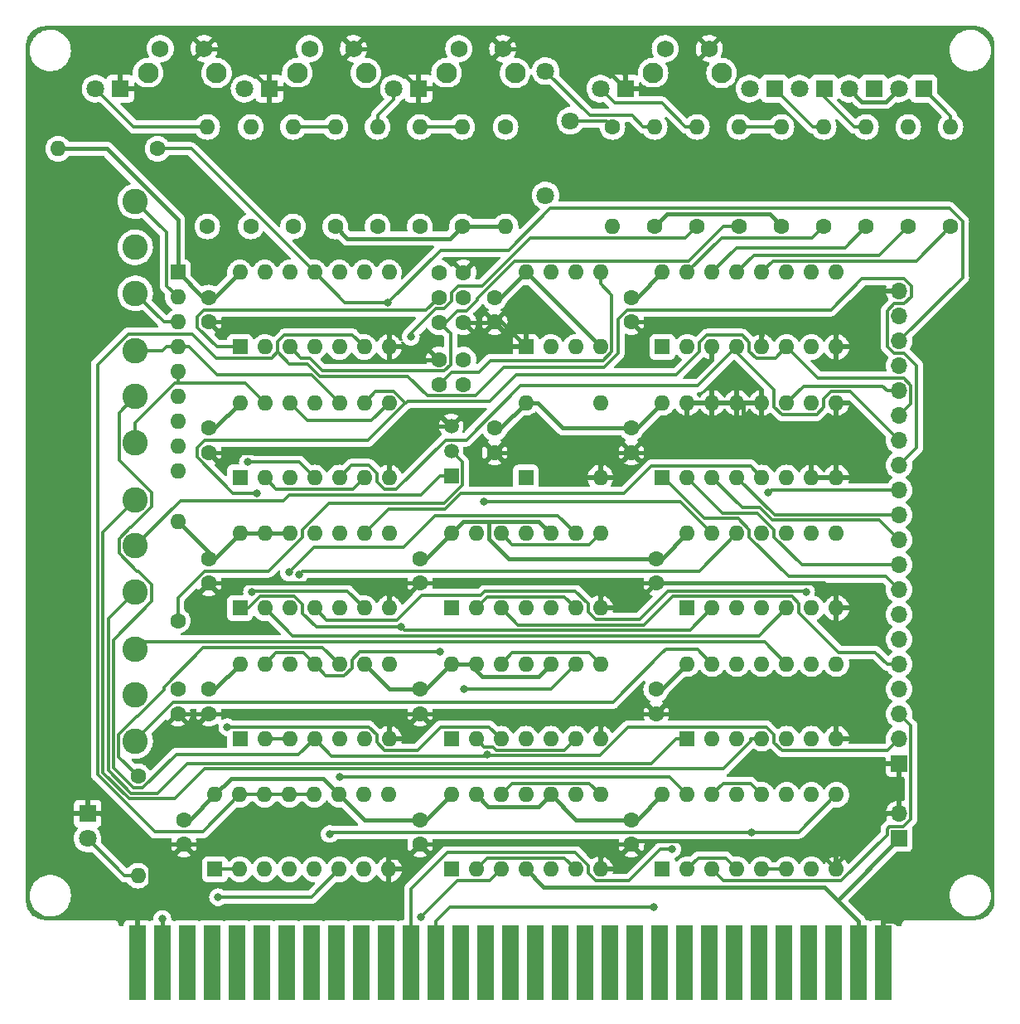
<source format=gbr>
%TF.GenerationSoftware,KiCad,Pcbnew,(6.0.7)*%
%TF.CreationDate,2022-10-23T20:31:47-04:00*%
%TF.ProjectId,Part 3 - Mapping things out,50617274-2033-4202-9d20-4d617070696e,1.1*%
%TF.SameCoordinates,Original*%
%TF.FileFunction,Copper,L1,Top*%
%TF.FilePolarity,Positive*%
%FSLAX46Y46*%
G04 Gerber Fmt 4.6, Leading zero omitted, Abs format (unit mm)*
G04 Created by KiCad (PCBNEW (6.0.7)) date 2022-10-23 20:31:47*
%MOMM*%
%LPD*%
G01*
G04 APERTURE LIST*
%TA.AperFunction,ComponentPad*%
%ADD10C,1.600000*%
%TD*%
%TA.AperFunction,ComponentPad*%
%ADD11O,1.600000X1.600000*%
%TD*%
%TA.AperFunction,ComponentPad*%
%ADD12R,1.600000X1.600000*%
%TD*%
%TA.AperFunction,ComponentPad*%
%ADD13R,1.800000X1.800000*%
%TD*%
%TA.AperFunction,ComponentPad*%
%ADD14C,1.800000*%
%TD*%
%TA.AperFunction,ComponentPad*%
%ADD15C,2.100000*%
%TD*%
%TA.AperFunction,ComponentPad*%
%ADD16C,1.750000*%
%TD*%
%TA.AperFunction,ComponentPad*%
%ADD17C,2.600000*%
%TD*%
%TA.AperFunction,ConnectorPad*%
%ADD18R,1.780000X7.620000*%
%TD*%
%TA.AperFunction,ComponentPad*%
%ADD19R,1.700000X1.700000*%
%TD*%
%TA.AperFunction,ComponentPad*%
%ADD20O,1.700000X1.700000*%
%TD*%
%TA.AperFunction,ComponentPad*%
%ADD21R,1.500000X1.500000*%
%TD*%
%TA.AperFunction,ComponentPad*%
%ADD22C,1.500000*%
%TD*%
%TA.AperFunction,ViaPad*%
%ADD23C,0.800000*%
%TD*%
%TA.AperFunction,Conductor*%
%ADD24C,0.450000*%
%TD*%
%TA.AperFunction,Conductor*%
%ADD25C,0.333000*%
%TD*%
G04 APERTURE END LIST*
D10*
%TO.P,R18,1*%
%TO.N,Net-(R18-Pad1)*%
X184378600Y-67056000D03*
D11*
%TO.P,R18,2*%
%TO.N,Net-(D8-Pad1)*%
X184378600Y-56896000D03*
%TD*%
D12*
%TO.P,U9,1,~{R}*%
%TO.N,/~{MR}*%
X157475000Y-106035000D03*
D11*
%TO.P,U9,2,D*%
%TO.N,Net-(U3-Pad1)*%
X160015000Y-106035000D03*
%TO.P,U9,3,C*%
%TO.N,Net-(U13-Pad6)*%
X162555000Y-106035000D03*
%TO.P,U9,4,~{S}*%
%TO.N,+5V*%
X165095000Y-106035000D03*
%TO.P,U9,5,Q*%
%TO.N,Net-(U3-Pad2)*%
X167635000Y-106035000D03*
%TO.P,U9,6,~{Q}*%
%TO.N,unconnected-(U9-Pad6)*%
X170175000Y-106035000D03*
%TO.P,U9,7,GND*%
%TO.N,GND*%
X172715000Y-106035000D03*
%TO.P,U9,8,~{Q}*%
%TO.N,unconnected-(U9-Pad8)*%
X172715000Y-98415000D03*
%TO.P,U9,9,Q*%
%TO.N,Net-(U3-Pad4)*%
X170175000Y-98415000D03*
%TO.P,U9,10,~{S}*%
%TO.N,+5V*%
X167635000Y-98415000D03*
%TO.P,U9,11,C*%
%TO.N,Net-(U13-Pad6)*%
X165095000Y-98415000D03*
%TO.P,U9,12,D*%
%TO.N,Net-(U3-Pad3)*%
X162555000Y-98415000D03*
%TO.P,U9,13,~{R}*%
%TO.N,/~{MR}*%
X160015000Y-98415000D03*
%TO.P,U9,14,VCC*%
%TO.N,+5V*%
X157475000Y-98415000D03*
%TD*%
D13*
%TO.P,D2,1,K*%
%TO.N,GND*%
X96195400Y-127020000D03*
D14*
%TO.P,D2,2,A*%
%TO.N,Net-(D2-Pad2)*%
X96195400Y-129560000D03*
%TD*%
D12*
%TO.P,RN1,1,common*%
%TO.N,+5V*%
X105410000Y-71740000D03*
D11*
%TO.P,RN1,2,R1*%
%TO.N,/Clock/R13*%
X105410000Y-74280000D03*
%TO.P,RN1,3,R2*%
%TO.N,/Clock/R10*%
X105410000Y-76820000D03*
%TO.P,RN1,4,R3*%
%TO.N,/Clock/R9*%
X105410000Y-79360000D03*
%TO.P,RN1,5,R4*%
%TO.N,/Clock/R12*%
X105410000Y-81900000D03*
%TO.P,RN1,6,R5*%
%TO.N,/Clock/R20*%
X105410000Y-84440000D03*
%TO.P,RN1,7,R6*%
%TO.N,/Clock/R24*%
X105410000Y-86980000D03*
%TO.P,RN1,8,R7*%
%TO.N,/Clock/R25*%
X105410000Y-89520000D03*
%TO.P,RN1,9,R8*%
%TO.N,/Clock/R21*%
X105410000Y-92060000D03*
%TD*%
D12*
%TO.P,U12,1,A0*%
%TO.N,/Q0*%
X154930000Y-79365000D03*
D11*
%TO.P,U12,2,A1*%
%TO.N,/Q1*%
X157470000Y-79365000D03*
%TO.P,U12,3,A2*%
%TO.N,GND*%
X160010000Y-79365000D03*
%TO.P,U12,4,E1*%
%TO.N,/MODE*%
X162550000Y-79365000D03*
%TO.P,U12,5,E2*%
%TO.N,GND*%
X165090000Y-79365000D03*
%TO.P,U12,6,E3*%
%TO.N,/SPEED*%
X167630000Y-79365000D03*
%TO.P,U12,7,O7*%
%TO.N,unconnected-(U12-Pad7)*%
X170170000Y-79365000D03*
%TO.P,U12,8,GND*%
%TO.N,GND*%
X172710000Y-79365000D03*
%TO.P,U12,9,O6*%
%TO.N,unconnected-(U12-Pad9)*%
X172710000Y-71745000D03*
%TO.P,U12,10,O5*%
%TO.N,unconnected-(U12-Pad10)*%
X170170000Y-71745000D03*
%TO.P,U12,11,O4*%
%TO.N,unconnected-(U12-Pad11)*%
X167630000Y-71745000D03*
%TO.P,U12,12,O3*%
%TO.N,Net-(R18-Pad1)*%
X165090000Y-71745000D03*
%TO.P,U12,13,O2*%
%TO.N,Net-(R17-Pad1)*%
X162550000Y-71745000D03*
%TO.P,U12,14,O1*%
%TO.N,Net-(R16-Pad1)*%
X160010000Y-71745000D03*
%TO.P,U12,15,O0*%
%TO.N,Net-(R15-Pad1)*%
X157470000Y-71745000D03*
%TO.P,U12,16,VCC*%
%TO.N,+5V*%
X154930000Y-71745000D03*
%TD*%
D10*
%TO.P,C21,1*%
%TO.N,+5V*%
X154305000Y-114320000D03*
%TO.P,C21,2*%
%TO.N,GND*%
X154305000Y-116820000D03*
%TD*%
D12*
%TO.P,U1,1*%
%TO.N,Net-(C3-Pad1)*%
X111760000Y-119370000D03*
D11*
%TO.P,U1,2*%
%TO.N,Net-(U1-Pad2)*%
X114300000Y-119370000D03*
%TO.P,U1,3*%
X116840000Y-119370000D03*
%TO.P,U1,4*%
%TO.N,/~{PWR_UP}*%
X119380000Y-119370000D03*
%TO.P,U1,5*%
%TO.N,/~{RESET}*%
X121920000Y-119370000D03*
%TO.P,U1,6*%
%TO.N,Net-(R2-Pad1)*%
X124460000Y-119370000D03*
%TO.P,U1,7,GND*%
%TO.N,GND*%
X127000000Y-119370000D03*
%TO.P,U1,8*%
%TO.N,unconnected-(U1-Pad8)*%
X127000000Y-111750000D03*
%TO.P,U1,9*%
%TO.N,+5V*%
X124460000Y-111750000D03*
%TO.P,U1,10*%
%TO.N,Net-(R3-Pad1)*%
X121920000Y-111750000D03*
%TO.P,U1,11*%
%TO.N,/~{CLK_DIS}*%
X119380000Y-111750000D03*
%TO.P,U1,12*%
%TO.N,Net-(U1-Pad12)*%
X116840000Y-111750000D03*
%TO.P,U1,13*%
%TO.N,/~{CLK_DIS}*%
X114300000Y-111750000D03*
%TO.P,U1,14,VCC*%
%TO.N,+5V*%
X111760000Y-111750000D03*
%TD*%
D12*
%TO.P,U10,1,~{R}*%
%TO.N,+5V*%
X133350000Y-106035000D03*
D11*
%TO.P,U10,2,D*%
%TO.N,Net-(U10-Pad2)*%
X135890000Y-106035000D03*
%TO.P,U10,3,C*%
%TO.N,/OSC*%
X138430000Y-106035000D03*
%TO.P,U10,4,~{S}*%
%TO.N,+5V*%
X140970000Y-106035000D03*
%TO.P,U10,5,Q*%
%TO.N,/CLK1*%
X143510000Y-106035000D03*
%TO.P,U10,6,~{Q}*%
%TO.N,Net-(U10-Pad2)*%
X146050000Y-106035000D03*
%TO.P,U10,7,GND*%
%TO.N,GND*%
X148590000Y-106035000D03*
%TO.P,U10,8,~{Q}*%
%TO.N,Net-(U10-Pad12)*%
X148590000Y-98415000D03*
%TO.P,U10,9,Q*%
%TO.N,/SLOW*%
X146050000Y-98415000D03*
%TO.P,U10,10,~{S}*%
%TO.N,+5V*%
X143510000Y-98415000D03*
%TO.P,U10,11,C*%
%TO.N,Net-(U10-Pad11)*%
X140970000Y-98415000D03*
%TO.P,U10,12,D*%
%TO.N,Net-(U10-Pad12)*%
X138430000Y-98415000D03*
%TO.P,U10,13,~{R}*%
%TO.N,/~{PWR_UP}*%
X135890000Y-98415000D03*
%TO.P,U10,14,VCC*%
%TO.N,+5V*%
X133350000Y-98415000D03*
%TD*%
D10*
%TO.P,R13,1*%
%TO.N,Net-(R13-Pad1)*%
X149834600Y-56896000D03*
D11*
%TO.P,R13,2*%
%TO.N,Net-(C9-Pad1)*%
X149834600Y-67056000D03*
%TD*%
D10*
%TO.P,C16,1*%
%TO.N,+5V*%
X130175000Y-114320000D03*
%TO.P,C16,2*%
%TO.N,GND*%
X130175000Y-116820000D03*
%TD*%
%TO.P,R12,1*%
%TO.N,+5V*%
X154152600Y-67056000D03*
D11*
%TO.P,R12,2*%
%TO.N,Net-(R12-Pad2)*%
X154152600Y-56896000D03*
%TD*%
D10*
%TO.P,C3,1*%
%TO.N,Net-(C3-Pad1)*%
X105410000Y-114320000D03*
%TO.P,C3,2*%
%TO.N,GND*%
X105410000Y-116820000D03*
%TD*%
%TO.P,R5,1*%
%TO.N,Net-(C4-Pad1)*%
X130149600Y-67056000D03*
D11*
%TO.P,R5,2*%
%TO.N,Net-(R4-Pad2)*%
X130149600Y-56896000D03*
%TD*%
D10*
%TO.P,R8,1*%
%TO.N,+5V*%
X121513600Y-67056000D03*
D11*
%TO.P,R8,2*%
%TO.N,Net-(R8-Pad2)*%
X121513600Y-56896000D03*
%TD*%
D15*
%TO.P,SW3,*%
%TO.N,*%
X160985000Y-51386300D03*
X153975000Y-51386300D03*
D16*
%TO.P,SW3,1,1*%
%TO.N,Net-(R6-Pad2)*%
X155225000Y-48896300D03*
%TO.P,SW3,2,2*%
%TO.N,GND*%
X159725000Y-48896300D03*
%TD*%
D13*
%TO.P,D7,1,K*%
%TO.N,Net-(D7-Pad1)*%
X176530000Y-52990000D03*
D14*
%TO.P,D7,2,A*%
%TO.N,+5V*%
X173990000Y-52990000D03*
%TD*%
D10*
%TO.P,C4,1*%
%TO.N,Net-(C4-Pad1)*%
X132100000Y-74295000D03*
%TO.P,C4,2*%
%TO.N,GND*%
X134600000Y-74295000D03*
%TD*%
D12*
%TO.P,U5,1,~{R}*%
%TO.N,/Clock/R13*%
X111760000Y-92700000D03*
D11*
%TO.P,U5,2,D*%
%TO.N,Net-(U5-Pad2)*%
X114300000Y-92700000D03*
%TO.P,U5,3,C*%
%TO.N,Net-(U4-Pad2)*%
X116840000Y-92700000D03*
%TO.P,U5,4,~{S}*%
%TO.N,/Clock/R10*%
X119380000Y-92700000D03*
%TO.P,U5,5,Q*%
%TO.N,/MODE*%
X121920000Y-92700000D03*
%TO.P,U5,6,~{Q}*%
%TO.N,Net-(U5-Pad2)*%
X124460000Y-92700000D03*
%TO.P,U5,7,GND*%
%TO.N,GND*%
X127000000Y-92700000D03*
%TO.P,U5,8,~{Q}*%
%TO.N,Net-(R10-Pad1)*%
X127000000Y-85080000D03*
%TO.P,U5,9,Q*%
%TO.N,/SPEED*%
X124460000Y-85080000D03*
%TO.P,U5,10,~{S}*%
%TO.N,/Clock/R9*%
X121920000Y-85080000D03*
%TO.P,U5,11,C*%
%TO.N,Net-(U4-Pad4)*%
X119380000Y-85080000D03*
%TO.P,U5,12,D*%
%TO.N,Net-(R10-Pad1)*%
X116840000Y-85080000D03*
%TO.P,U5,13,~{R}*%
%TO.N,/Clock/R12*%
X114300000Y-85080000D03*
%TO.P,U5,14,VCC*%
%TO.N,+5V*%
X111760000Y-85080000D03*
%TD*%
D17*
%TO.P,SW7,1,A*%
%TO.N,/Clock/R24*%
X101068600Y-104369600D03*
%TO.P,SW7,2,B*%
%TO.N,/~{MR}*%
X101068600Y-99669600D03*
%TO.P,SW7,3,C*%
%TO.N,/Clock/R20*%
X101068600Y-94969600D03*
%TD*%
D15*
%TO.P,SW4,*%
%TO.N,*%
X117622000Y-51386300D03*
X124632000Y-51386300D03*
D16*
%TO.P,SW4,1,1*%
%TO.N,Net-(R8-Pad2)*%
X118872000Y-48896300D03*
%TO.P,SW4,2,2*%
%TO.N,GND*%
X123372000Y-48896300D03*
%TD*%
D12*
%TO.P,U3,1*%
%TO.N,Net-(U3-Pad1)*%
X111760000Y-106035000D03*
D11*
%TO.P,U3,2*%
%TO.N,Net-(U3-Pad2)*%
X114300000Y-106035000D03*
%TO.P,U3,3*%
%TO.N,Net-(U3-Pad3)*%
X116840000Y-106035000D03*
%TO.P,U3,4*%
%TO.N,Net-(U3-Pad4)*%
X119380000Y-106035000D03*
%TO.P,U3,5*%
%TO.N,/Clock/Yout*%
X121920000Y-106035000D03*
%TO.P,U3,6*%
%TO.N,/Clock/FAST*%
X124460000Y-106035000D03*
%TO.P,U3,7,GND*%
%TO.N,GND*%
X127000000Y-106035000D03*
%TO.P,U3,8*%
%TO.N,Net-(U3-Pad8)*%
X127000000Y-98415000D03*
%TO.P,U3,9*%
%TO.N,/Clock/Yout*%
X124460000Y-98415000D03*
%TO.P,U3,10*%
%TO.N,Net-(U3-Pad10)*%
X121920000Y-98415000D03*
%TO.P,U3,11*%
%TO.N,unconnected-(U3-Pad11)*%
X119380000Y-98415000D03*
%TO.P,U3,12*%
%TO.N,+5V*%
X116840000Y-98415000D03*
%TO.P,U3,13*%
X114300000Y-98415000D03*
%TO.P,U3,14,VCC*%
X111760000Y-98415000D03*
%TD*%
D10*
%TO.P,R15,1*%
%TO.N,Net-(R15-Pad1)*%
X171424600Y-67056000D03*
D11*
%TO.P,R15,2*%
%TO.N,Net-(D5-Pad1)*%
X171424600Y-56896000D03*
%TD*%
D10*
%TO.P,C8,1*%
%TO.N,+5V*%
X108585000Y-87650000D03*
%TO.P,C8,2*%
%TO.N,GND*%
X108585000Y-90150000D03*
%TD*%
D18*
%TO.P,J1,1,A1*%
%TO.N,GND*%
X177490000Y-142200000D03*
%TO.P,J1,2,A2*%
%TO.N,+5V*%
X174950000Y-142200000D03*
%TO.P,J1,3,A3*%
%TO.N,/A15*%
X172410000Y-142200000D03*
%TO.P,J1,4,A4*%
%TO.N,/A14*%
X169870000Y-142200000D03*
%TO.P,J1,5,A5*%
%TO.N,/A13*%
X167330000Y-142200000D03*
%TO.P,J1,6,A6*%
%TO.N,/A12*%
X164790000Y-142200000D03*
%TO.P,J1,7,A7*%
%TO.N,/A11*%
X162250000Y-142200000D03*
%TO.P,J1,8,A8*%
%TO.N,/A10*%
X159710000Y-142200000D03*
%TO.P,J1,9,A9*%
%TO.N,/A9*%
X157170000Y-142200000D03*
%TO.P,J1,10,A10*%
%TO.N,/A8*%
X154630000Y-142200000D03*
%TO.P,J1,11,A11*%
%TO.N,/A7*%
X152090000Y-142200000D03*
%TO.P,J1,12,A12*%
%TO.N,/A6*%
X149550000Y-142200000D03*
%TO.P,J1,13,A13*%
%TO.N,/A5*%
X147010000Y-142200000D03*
%TO.P,J1,14,A14*%
%TO.N,/A4*%
X144470000Y-142200000D03*
%TO.P,J1,15,A15*%
%TO.N,/A3*%
X141930000Y-142200000D03*
%TO.P,J1,16,A16*%
%TO.N,/A2*%
X139390000Y-142200000D03*
%TO.P,J1,17,A17*%
%TO.N,/A1*%
X136850000Y-142200000D03*
%TO.P,J1,18,A18*%
%TO.N,/A0*%
X134310000Y-142200000D03*
%TO.P,J1,19,A19*%
%TO.N,/D0*%
X131770000Y-142200000D03*
%TO.P,J1,20,A20*%
%TO.N,/D1*%
X129230000Y-142200000D03*
%TO.P,J1,21,A21*%
%TO.N,/D2*%
X126690000Y-142200000D03*
%TO.P,J1,22,A22*%
%TO.N,/D3*%
X124150000Y-142200000D03*
%TO.P,J1,23,A23*%
%TO.N,/D4*%
X121610000Y-142200000D03*
%TO.P,J1,24,A24*%
%TO.N,/D5*%
X119070000Y-142200000D03*
%TO.P,J1,25,A25*%
%TO.N,/D6*%
X116530000Y-142200000D03*
%TO.P,J1,26,A26*%
%TO.N,/D7*%
X113990000Y-142200000D03*
%TO.P,J1,27,A27*%
%TO.N,/TX*%
X111450000Y-142200000D03*
%TO.P,J1,28,A28*%
%TO.N,/RX*%
X108910000Y-142200000D03*
%TO.P,J1,29,A29*%
%TO.N,/+3V3*%
X106370000Y-142200000D03*
%TO.P,J1,30,A30*%
%TO.N,+5V*%
X103830000Y-142200000D03*
%TO.P,J1,31,A31*%
%TO.N,GND*%
X101290000Y-142200000D03*
%TD*%
D10*
%TO.P,R4,1*%
%TO.N,+5V*%
X134467600Y-67056000D03*
D11*
%TO.P,R4,2*%
%TO.N,Net-(R4-Pad2)*%
X134467600Y-56896000D03*
%TD*%
D10*
%TO.P,C6,1*%
%TO.N,Net-(C6-Pad1)*%
X132100000Y-71755000D03*
%TO.P,C6,2*%
%TO.N,GND*%
X134600000Y-71755000D03*
%TD*%
D19*
%TO.P,J2,1,Pin_1*%
%TO.N,GND*%
X179120800Y-121920000D03*
D20*
%TO.P,J2,2,Pin_2*%
%TO.N,/~{PWR_UP}*%
X179120800Y-119380000D03*
%TO.P,J2,3,Pin_3*%
%TO.N,/~{MR}*%
X179120800Y-116840000D03*
%TO.P,J2,4,Pin_4*%
%TO.N,/~{RESET}*%
X179120800Y-114300000D03*
%TO.P,J2,5,Pin_5*%
%TO.N,/OSC*%
X179120800Y-111760000D03*
%TO.P,J2,6,Pin_6*%
%TO.N,/CLK*%
X179120800Y-109220000D03*
%TO.P,J2,7,Pin_7*%
%TO.N,/~{CLK}*%
X179120800Y-106680000D03*
%TO.P,J2,8,Pin_8*%
%TO.N,/CLK1*%
X179120800Y-104140000D03*
%TO.P,J2,9,Pin_9*%
%TO.N,/CLK2*%
X179120800Y-101600000D03*
%TO.P,J2,10,Pin_10*%
%TO.N,/CLK4*%
X179120800Y-99060000D03*
%TO.P,J2,11,Pin_11*%
%TO.N,/CLK16*%
X179120800Y-96520000D03*
%TO.P,J2,12,Pin_12*%
%TO.N,/SLOW*%
X179120800Y-93980000D03*
%TO.P,J2,13,Pin_13*%
%TO.N,/STEP*%
X179120800Y-91440000D03*
%TO.P,J2,14,Pin_14*%
%TO.N,/MODE*%
X179120800Y-88900000D03*
%TO.P,J2,15,Pin_15*%
%TO.N,/SPEED*%
X179120800Y-86360000D03*
%TO.P,J2,16,Pin_16*%
%TO.N,/Q0*%
X179120800Y-83820000D03*
%TO.P,J2,17,Pin_17*%
%TO.N,/Q1*%
X179120800Y-81280000D03*
%TO.P,J2,18,Pin_18*%
%TO.N,/~{CLK_SEL}*%
X179120800Y-78740000D03*
%TO.P,J2,19,Pin_19*%
%TO.N,/~{CLK_DIS}*%
X179120800Y-76200000D03*
%TO.P,J2,20,Pin_20*%
%TO.N,GND*%
X179120800Y-73660000D03*
%TD*%
D10*
%TO.P,C19,1*%
%TO.N,+5V*%
X151765000Y-87630000D03*
%TO.P,C19,2*%
%TO.N,GND*%
X151765000Y-90130000D03*
%TD*%
D17*
%TO.P,SW6,1,A*%
%TO.N,/Clock/R10*%
X101068600Y-73889600D03*
%TO.P,SW6,2,B*%
%TO.N,/~{PWR_UP}*%
X101068600Y-69189600D03*
%TO.P,SW6,3,C*%
%TO.N,/Clock/R13*%
X101068600Y-64489600D03*
%TD*%
D12*
%TO.P,U2,1,~{Mr}*%
%TO.N,/~{MR}*%
X154930000Y-132705000D03*
D11*
%TO.P,U2,2,Q0*%
%TO.N,Net-(U2-Pad2)*%
X157470000Y-132705000D03*
%TO.P,U2,3,D0*%
%TO.N,/~{MR}*%
X160010000Y-132705000D03*
%TO.P,U2,4,D1*%
%TO.N,Net-(U2-Pad2)*%
X162550000Y-132705000D03*
%TO.P,U2,5,Q1*%
%TO.N,Net-(U2-Pad5)*%
X165090000Y-132705000D03*
%TO.P,U2,6,D2*%
X167630000Y-132705000D03*
%TO.P,U2,7,Q2*%
%TO.N,Net-(U2-Pad11)*%
X170170000Y-132705000D03*
%TO.P,U2,8,GND*%
%TO.N,GND*%
X172710000Y-132705000D03*
%TO.P,U2,9,Cp*%
%TO.N,/CLK*%
X172710000Y-125085000D03*
%TO.P,U2,10,Q3*%
%TO.N,Net-(U2-Pad10)*%
X170170000Y-125085000D03*
%TO.P,U2,11,D3*%
%TO.N,Net-(U2-Pad11)*%
X167630000Y-125085000D03*
%TO.P,U2,12,Q4*%
%TO.N,Net-(U2-Pad12)*%
X165090000Y-125085000D03*
%TO.P,U2,13,D4*%
%TO.N,Net-(U2-Pad10)*%
X162550000Y-125085000D03*
%TO.P,U2,14,D5*%
%TO.N,Net-(U2-Pad12)*%
X160010000Y-125085000D03*
%TO.P,U2,15,Q5*%
%TO.N,/~{RESET}*%
X157470000Y-125085000D03*
%TO.P,U2,16,VCC*%
%TO.N,+5V*%
X154930000Y-125085000D03*
%TD*%
D13*
%TO.P,D4,1,K*%
%TO.N,GND*%
X130028000Y-52991300D03*
D14*
%TO.P,D4,2,A*%
%TO.N,Net-(D4-Pad2)*%
X127488000Y-52991300D03*
%TD*%
D12*
%TO.P,U6,1,~{R}*%
%TO.N,+5V*%
X133350000Y-119370000D03*
D11*
%TO.P,U6,2,D*%
%TO.N,Net-(U6-Pad2)*%
X135890000Y-119370000D03*
%TO.P,U6,3,C*%
%TO.N,/CLK1*%
X138430000Y-119370000D03*
%TO.P,U6,4,~{S}*%
%TO.N,+5V*%
X140970000Y-119370000D03*
%TO.P,U6,5,Q*%
%TO.N,/CLK2*%
X143510000Y-119370000D03*
%TO.P,U6,6,~{Q}*%
%TO.N,Net-(U6-Pad2)*%
X146050000Y-119370000D03*
%TO.P,U6,7,GND*%
%TO.N,GND*%
X148590000Y-119370000D03*
%TO.P,U6,8,~{Q}*%
%TO.N,Net-(U6-Pad12)*%
X148590000Y-111750000D03*
%TO.P,U6,9,Q*%
%TO.N,/CLK4*%
X146050000Y-111750000D03*
%TO.P,U6,10,~{S}*%
%TO.N,+5V*%
X143510000Y-111750000D03*
%TO.P,U6,11,C*%
%TO.N,/CLK2*%
X140970000Y-111750000D03*
%TO.P,U6,12,D*%
%TO.N,Net-(U6-Pad12)*%
X138430000Y-111750000D03*
%TO.P,U6,13,~{R}*%
%TO.N,+5V*%
X135890000Y-111750000D03*
%TO.P,U6,14,VCC*%
X133350000Y-111750000D03*
%TD*%
D10*
%TO.P,R10,1*%
%TO.N,Net-(R10-Pad1)*%
X158470600Y-67056000D03*
D11*
%TO.P,R10,2*%
%TO.N,Net-(D3-Pad2)*%
X158470600Y-56896000D03*
%TD*%
D14*
%TO.P,RV1,1,1*%
%TO.N,unconnected-(RV1-Pad1)*%
X142997000Y-63892400D03*
%TO.P,RV1,2,2*%
%TO.N,Net-(R13-Pad1)*%
X145537000Y-56272400D03*
%TO.P,RV1,3,3*%
%TO.N,Net-(R12-Pad2)*%
X142997000Y-51192400D03*
%TD*%
D10*
%TO.P,C14,1*%
%TO.N,+5V*%
X137795000Y-87650000D03*
%TO.P,C14,2*%
%TO.N,GND*%
X137795000Y-90150000D03*
%TD*%
%TO.P,C7,1*%
%TO.N,+5V*%
X108585000Y-74315000D03*
%TO.P,C7,2*%
%TO.N,GND*%
X108585000Y-76815000D03*
%TD*%
%TO.P,R7,1*%
%TO.N,Net-(C5-Pad1)*%
X162788600Y-67056000D03*
D11*
%TO.P,R7,2*%
%TO.N,Net-(R6-Pad2)*%
X162788600Y-56896000D03*
%TD*%
D10*
%TO.P,R6,1*%
%TO.N,+5V*%
X167106600Y-67056000D03*
D11*
%TO.P,R6,2*%
%TO.N,Net-(R6-Pad2)*%
X167106600Y-56896000D03*
%TD*%
D13*
%TO.P,D9,1,K*%
%TO.N,GND*%
X114777000Y-52991300D03*
D14*
%TO.P,D9,2,A*%
%TO.N,Net-(D9-Pad2)*%
X112237000Y-52991300D03*
%TD*%
D10*
%TO.P,C12,1*%
%TO.N,Net-(C12-Pad1)*%
X132100000Y-83185000D03*
%TO.P,C12,2*%
%TO.N,GND*%
X134600000Y-83185000D03*
%TD*%
D12*
%TO.P,U7,1,~{R}*%
%TO.N,+5V*%
X133350000Y-132705000D03*
D11*
%TO.P,U7,2,D*%
%TO.N,Net-(U7-Pad2)*%
X135890000Y-132705000D03*
%TO.P,U7,3,C*%
%TO.N,/CLK4*%
X138430000Y-132705000D03*
%TO.P,U7,4,~{S}*%
%TO.N,+5V*%
X140970000Y-132705000D03*
%TO.P,U7,5,Q*%
%TO.N,Net-(U7-Pad11)*%
X143510000Y-132705000D03*
%TO.P,U7,6,~{Q}*%
%TO.N,Net-(U7-Pad2)*%
X146050000Y-132705000D03*
%TO.P,U7,7,GND*%
%TO.N,GND*%
X148590000Y-132705000D03*
%TO.P,U7,8,~{Q}*%
%TO.N,Net-(U7-Pad12)*%
X148590000Y-125085000D03*
%TO.P,U7,9,Q*%
%TO.N,/CLK16*%
X146050000Y-125085000D03*
%TO.P,U7,10,~{S}*%
%TO.N,+5V*%
X143510000Y-125085000D03*
%TO.P,U7,11,C*%
%TO.N,Net-(U7-Pad11)*%
X140970000Y-125085000D03*
%TO.P,U7,12,D*%
%TO.N,Net-(U7-Pad12)*%
X138430000Y-125085000D03*
%TO.P,U7,13,~{R}*%
%TO.N,+5V*%
X135890000Y-125085000D03*
%TO.P,U7,14,VCC*%
X133350000Y-125085000D03*
%TD*%
D15*
%TO.P,SW2,*%
%TO.N,*%
X139883000Y-51386300D03*
X132873000Y-51386300D03*
D16*
%TO.P,SW2,1,1*%
%TO.N,Net-(R4-Pad2)*%
X134123000Y-48896300D03*
%TO.P,SW2,2,2*%
%TO.N,GND*%
X138623000Y-48896300D03*
%TD*%
D10*
%TO.P,R1,1*%
%TO.N,Net-(C3-Pad1)*%
X105410000Y-107315000D03*
D11*
%TO.P,R1,2*%
%TO.N,+5V*%
X105410000Y-97155000D03*
%TD*%
D10*
%TO.P,C11,1*%
%TO.N,+5V*%
X106045000Y-127655000D03*
%TO.P,C11,2*%
%TO.N,GND*%
X106045000Y-130155000D03*
%TD*%
%TO.P,C9,1*%
%TO.N,Net-(C9-Pad1)*%
X134600000Y-80645000D03*
%TO.P,C9,2*%
%TO.N,GND*%
X132100000Y-80645000D03*
%TD*%
%TO.P,C5,1*%
%TO.N,Net-(C5-Pad1)*%
X132100000Y-76835000D03*
%TO.P,C5,2*%
%TO.N,GND*%
X134600000Y-76835000D03*
%TD*%
D12*
%TO.P,U8,1,~{R}*%
%TO.N,/Clock/R24*%
X157475000Y-119370000D03*
D11*
%TO.P,U8,2,D*%
%TO.N,/D0*%
X160015000Y-119370000D03*
%TO.P,U8,3,C*%
%TO.N,Net-(U3-Pad1)*%
X162555000Y-119370000D03*
%TO.P,U8,4,~{S}*%
%TO.N,/Clock/R20*%
X165095000Y-119370000D03*
%TO.P,U8,5,Q*%
%TO.N,/Q0*%
X167635000Y-119370000D03*
%TO.P,U8,6,~{Q}*%
%TO.N,unconnected-(U8-Pad6)*%
X170175000Y-119370000D03*
%TO.P,U8,7,GND*%
%TO.N,GND*%
X172715000Y-119370000D03*
%TO.P,U8,8,~{Q}*%
%TO.N,unconnected-(U8-Pad8)*%
X172715000Y-111750000D03*
%TO.P,U8,9,Q*%
%TO.N,/Q1*%
X170175000Y-111750000D03*
%TO.P,U8,10,~{S}*%
%TO.N,/Clock/R25*%
X167635000Y-111750000D03*
%TO.P,U8,11,C*%
%TO.N,Net-(U3-Pad1)*%
X165095000Y-111750000D03*
%TO.P,U8,12,D*%
%TO.N,/D1*%
X162555000Y-111750000D03*
%TO.P,U8,13,~{R}*%
%TO.N,/Clock/R21*%
X160015000Y-111750000D03*
%TO.P,U8,14,VCC*%
%TO.N,+5V*%
X157475000Y-111750000D03*
%TD*%
D17*
%TO.P,SW5,1,A*%
%TO.N,/Clock/R12*%
X101068600Y-89129600D03*
%TO.P,SW5,2,B*%
%TO.N,/~{PWR_UP}*%
X101068600Y-84429600D03*
%TO.P,SW5,3,C*%
%TO.N,/Clock/R9*%
X101068600Y-79729600D03*
%TD*%
D10*
%TO.P,C13,1*%
%TO.N,+5V*%
X137795000Y-74315000D03*
%TO.P,C13,2*%
%TO.N,GND*%
X137795000Y-76815000D03*
%TD*%
%TO.P,C15,1*%
%TO.N,+5V*%
X130175000Y-100985000D03*
%TO.P,C15,2*%
%TO.N,GND*%
X130175000Y-103485000D03*
%TD*%
%TO.P,R19,1*%
%TO.N,/~{CLK_DIS}*%
X138912600Y-56896000D03*
D11*
%TO.P,R19,2*%
%TO.N,+5V*%
X138912600Y-67056000D03*
%TD*%
D17*
%TO.P,SW8,1,A*%
%TO.N,/Clock/R21*%
X101068600Y-119609600D03*
%TO.P,SW8,2,B*%
%TO.N,/~{MR}*%
X101068600Y-114909600D03*
%TO.P,SW8,3,C*%
%TO.N,/Clock/R25*%
X101068600Y-110209600D03*
%TD*%
D10*
%TO.P,C2,1*%
%TO.N,+5V*%
X108585000Y-114320000D03*
%TO.P,C2,2*%
%TO.N,GND*%
X108585000Y-116820000D03*
%TD*%
D12*
%TO.P,U13,1,I3*%
%TO.N,/CLK1*%
X154930000Y-92700000D03*
D11*
%TO.P,U13,2,I2*%
%TO.N,/CLK2*%
X157470000Y-92700000D03*
%TO.P,U13,3,I1*%
%TO.N,/CLK4*%
X160010000Y-92700000D03*
%TO.P,U13,4,I0*%
%TO.N,/CLK16*%
X162550000Y-92700000D03*
%TO.P,U13,5,Y*%
%TO.N,/Clock/Yout*%
X165090000Y-92700000D03*
%TO.P,U13,6,~{Y}*%
%TO.N,Net-(U13-Pad6)*%
X167630000Y-92700000D03*
%TO.P,U13,7,~{OE}*%
%TO.N,GND*%
X170170000Y-92700000D03*
%TO.P,U13,8,GND*%
X172710000Y-92700000D03*
%TO.P,U13,9,S2*%
X172710000Y-85080000D03*
%TO.P,U13,10,S1*%
%TO.N,/Q1*%
X170170000Y-85080000D03*
%TO.P,U13,11,S0*%
%TO.N,/Q0*%
X167630000Y-85080000D03*
%TO.P,U13,12,I7*%
%TO.N,GND*%
X165090000Y-85080000D03*
%TO.P,U13,13,I6*%
X162550000Y-85080000D03*
%TO.P,U13,14,I5*%
X160010000Y-85080000D03*
%TO.P,U13,15,I4*%
X157470000Y-85080000D03*
%TO.P,U13,16,VCC*%
%TO.N,+5V*%
X154930000Y-85080000D03*
%TD*%
D15*
%TO.P,SW1,*%
%TO.N,*%
X109377600Y-51386300D03*
X102367600Y-51386300D03*
D16*
%TO.P,SW1,1,1*%
%TO.N,/~{MR}*%
X103617600Y-48896300D03*
%TO.P,SW1,2,2*%
%TO.N,GND*%
X108117600Y-48896300D03*
%TD*%
D10*
%TO.P,R14,1*%
%TO.N,/~{CLK_SEL}*%
X103352600Y-59131200D03*
D11*
%TO.P,R14,2*%
%TO.N,+5V*%
X93192600Y-59131200D03*
%TD*%
D10*
%TO.P,C17,1*%
%TO.N,+5V*%
X130175000Y-127655000D03*
%TO.P,C17,2*%
%TO.N,GND*%
X130175000Y-130155000D03*
%TD*%
D21*
%TO.P,RS1,1,~{RESET}*%
%TO.N,/~{MR}*%
X133350000Y-92525000D03*
D22*
%TO.P,RS1,2,VCC*%
%TO.N,Net-(C3-Pad1)*%
X133350000Y-89985000D03*
%TO.P,RS1,3,GND*%
%TO.N,GND*%
X133350000Y-87445000D03*
%TD*%
D12*
%TO.P,X1,1,EN*%
%TO.N,+5V*%
X140980000Y-92700000D03*
D11*
%TO.P,X1,4,GND*%
%TO.N,GND*%
X148600000Y-92700000D03*
%TO.P,X1,5,OUT*%
%TO.N,/OSC*%
X148600000Y-85080000D03*
%TO.P,X1,8,Vcc*%
%TO.N,+5V*%
X140980000Y-85080000D03*
%TD*%
D10*
%TO.P,R9,1*%
%TO.N,Net-(C6-Pad1)*%
X117195600Y-67056000D03*
D11*
%TO.P,R9,2*%
%TO.N,Net-(R8-Pad2)*%
X117195600Y-56896000D03*
%TD*%
D12*
%TO.P,U14,1,I3*%
%TO.N,/Clock/FAST*%
X109215000Y-132705000D03*
D11*
%TO.P,U14,2,I2*%
X111755000Y-132705000D03*
%TO.P,U14,3,I1*%
%TO.N,/SLOW*%
X114295000Y-132705000D03*
%TO.P,U14,4,I0*%
X116835000Y-132705000D03*
%TO.P,U14,5,Y*%
%TO.N,/CLK*%
X119375000Y-132705000D03*
%TO.P,U14,6,~{Y}*%
%TO.N,/~{CLK}*%
X121915000Y-132705000D03*
%TO.P,U14,7,~{OE}*%
%TO.N,Net-(U1-Pad12)*%
X124455000Y-132705000D03*
%TO.P,U14,8,GND*%
%TO.N,GND*%
X126995000Y-132705000D03*
%TO.P,U14,9,S2*%
%TO.N,/MODE*%
X126995000Y-125085000D03*
%TO.P,U14,10,S1*%
%TO.N,/SPEED*%
X124455000Y-125085000D03*
%TO.P,U14,11,S0*%
%TO.N,+5V*%
X121915000Y-125085000D03*
%TO.P,U14,12,I7*%
%TO.N,/STEP*%
X119375000Y-125085000D03*
%TO.P,U14,13,I6*%
X116835000Y-125085000D03*
%TO.P,U14,14,I5*%
X114295000Y-125085000D03*
%TO.P,U14,15,I4*%
X111755000Y-125085000D03*
%TO.P,U14,16,VCC*%
%TO.N,+5V*%
X109215000Y-125085000D03*
%TD*%
D10*
%TO.P,R3,1*%
%TO.N,Net-(R3-Pad1)*%
X101346000Y-123190000D03*
D11*
%TO.P,R3,2*%
%TO.N,Net-(D2-Pad2)*%
X101346000Y-133350000D03*
%TD*%
D13*
%TO.P,D5,1,K*%
%TO.N,Net-(D5-Pad1)*%
X166370000Y-52990000D03*
D14*
%TO.P,D5,2,A*%
%TO.N,+5V*%
X163830000Y-52990000D03*
%TD*%
D13*
%TO.P,D6,1,K*%
%TO.N,Net-(D6-Pad1)*%
X171450000Y-52990000D03*
D14*
%TO.P,D6,2,A*%
%TO.N,+5V*%
X168910000Y-52990000D03*
%TD*%
D19*
%TO.P,J3,1,Pin_1*%
%TO.N,+5V*%
X179115000Y-129570000D03*
D20*
%TO.P,J3,2,Pin_2*%
%TO.N,GND*%
X179115000Y-127030000D03*
%TD*%
D10*
%TO.P,R20,1*%
%TO.N,Net-(R20-Pad1)*%
X112877600Y-67056000D03*
D11*
%TO.P,R20,2*%
%TO.N,Net-(D9-Pad2)*%
X112877600Y-56896000D03*
%TD*%
D13*
%TO.P,D8,1,K*%
%TO.N,Net-(D8-Pad1)*%
X181610000Y-52990000D03*
D14*
%TO.P,D8,2,A*%
%TO.N,+5V*%
X179070000Y-52990000D03*
%TD*%
D12*
%TO.P,U4,1*%
%TO.N,Net-(C4-Pad1)*%
X111760000Y-79365000D03*
D11*
%TO.P,U4,2*%
%TO.N,Net-(U4-Pad2)*%
X114300000Y-79365000D03*
%TO.P,U4,3*%
%TO.N,Net-(C5-Pad1)*%
X116840000Y-79365000D03*
%TO.P,U4,4*%
%TO.N,Net-(U4-Pad4)*%
X119380000Y-79365000D03*
%TO.P,U4,5*%
%TO.N,Net-(C6-Pad1)*%
X121920000Y-79365000D03*
%TO.P,U4,6*%
%TO.N,/STEP*%
X124460000Y-79365000D03*
%TO.P,U4,7,GND*%
%TO.N,GND*%
X127000000Y-79365000D03*
%TO.P,U4,8*%
%TO.N,Net-(U3-Pad1)*%
X127000000Y-71745000D03*
%TO.P,U4,9*%
%TO.N,Net-(U3-Pad8)*%
X124460000Y-71745000D03*
%TO.P,U4,10*%
%TO.N,Net-(U3-Pad10)*%
X121920000Y-71745000D03*
%TO.P,U4,11*%
%TO.N,/~{CLK_SEL}*%
X119380000Y-71745000D03*
%TO.P,U4,12*%
%TO.N,Net-(R20-Pad1)*%
X116840000Y-71745000D03*
%TO.P,U4,13*%
%TO.N,/~{CLK}*%
X114300000Y-71745000D03*
%TO.P,U4,14,VCC*%
%TO.N,+5V*%
X111760000Y-71745000D03*
%TD*%
D12*
%TO.P,U11,1,GND*%
%TO.N,GND*%
X140985000Y-79365000D03*
D11*
%TO.P,U11,2,TR*%
%TO.N,Net-(C9-Pad1)*%
X143525000Y-79365000D03*
%TO.P,U11,3,Q*%
%TO.N,Net-(U10-Pad11)*%
X146065000Y-79365000D03*
%TO.P,U11,4,R*%
%TO.N,+5V*%
X148605000Y-79365000D03*
%TO.P,U11,5,CV*%
%TO.N,Net-(C12-Pad1)*%
X148605000Y-71745000D03*
%TO.P,U11,6,THR*%
%TO.N,Net-(C9-Pad1)*%
X146065000Y-71745000D03*
%TO.P,U11,7,DIS*%
%TO.N,Net-(R12-Pad2)*%
X143525000Y-71745000D03*
%TO.P,U11,8,VCC*%
%TO.N,+5V*%
X140985000Y-71745000D03*
%TD*%
D10*
%TO.P,C1,1*%
%TO.N,+5V*%
X151765000Y-127655000D03*
%TO.P,C1,2*%
%TO.N,GND*%
X151765000Y-130155000D03*
%TD*%
%TO.P,R11,1*%
%TO.N,/MODE*%
X125831600Y-67056000D03*
D11*
%TO.P,R11,2*%
%TO.N,Net-(D4-Pad2)*%
X125831600Y-56896000D03*
%TD*%
D10*
%TO.P,C20,1*%
%TO.N,+5V*%
X154305000Y-100985000D03*
%TO.P,C20,2*%
%TO.N,GND*%
X154305000Y-103485000D03*
%TD*%
%TO.P,R16,1*%
%TO.N,Net-(R16-Pad1)*%
X175742600Y-67056000D03*
D11*
%TO.P,R16,2*%
%TO.N,Net-(D6-Pad1)*%
X175742600Y-56896000D03*
%TD*%
D10*
%TO.P,C18,1*%
%TO.N,+5V*%
X151765000Y-74315000D03*
%TO.P,C18,2*%
%TO.N,GND*%
X151765000Y-76815000D03*
%TD*%
%TO.P,C10,1*%
%TO.N,+5V*%
X108585000Y-100985000D03*
%TO.P,C10,2*%
%TO.N,GND*%
X108585000Y-103485000D03*
%TD*%
D13*
%TO.P,D1,1,K*%
%TO.N,GND*%
X99548000Y-52990000D03*
D14*
%TO.P,D1,2,A*%
%TO.N,Net-(D1-Pad2)*%
X97008000Y-52990000D03*
%TD*%
D10*
%TO.P,R2,1*%
%TO.N,Net-(R2-Pad1)*%
X108432600Y-67056000D03*
D11*
%TO.P,R2,2*%
%TO.N,Net-(D1-Pad2)*%
X108432600Y-56896000D03*
%TD*%
D13*
%TO.P,D3,1,K*%
%TO.N,GND*%
X151130000Y-52990000D03*
D14*
%TO.P,D3,2,A*%
%TO.N,Net-(D3-Pad2)*%
X148590000Y-52990000D03*
%TD*%
D10*
%TO.P,R17,1*%
%TO.N,Net-(R17-Pad1)*%
X180060600Y-67056000D03*
D11*
%TO.P,R17,2*%
%TO.N,Net-(D7-Pad1)*%
X180060600Y-56896000D03*
%TD*%
D23*
%TO.N,+5V*%
X103830000Y-137779100D03*
%TO.N,GND*%
X178826600Y-137964700D03*
%TO.N,/D0*%
X154055500Y-136549600D03*
%TO.N,/D1*%
X155916682Y-130635030D03*
%TO.N,/~{RESET}*%
X121966600Y-123240700D03*
%TO.N,/CLK*%
X120945600Y-129105600D03*
X164037600Y-128905000D03*
%TO.N,/~{MR}*%
X136709900Y-95119400D03*
%TO.N,/~{CLK_DIS}*%
X132244000Y-110526800D03*
%TO.N,/~{CLK_SEL}*%
X126897000Y-74865600D03*
%TO.N,/CLK4*%
X130273500Y-137549900D03*
X134700400Y-114288300D03*
%TO.N,/~{PWR_UP}*%
X137074468Y-120972700D03*
%TO.N,Net-(R10-Pad1)*%
X129224200Y-78325400D03*
%TO.N,Net-(U3-Pad1)*%
X128217300Y-107944000D03*
%TO.N,Net-(U3-Pad3)*%
X117794100Y-102622900D03*
%TO.N,Net-(U3-Pad4)*%
X169604700Y-104357700D03*
%TO.N,/Clock/FAST*%
X112994900Y-104386500D03*
%TO.N,/CLK1*%
X110474500Y-118195300D03*
%TO.N,/~{CLK}*%
X109538300Y-135553000D03*
%TO.N,/SLOW*%
X116793700Y-102394100D03*
X165764500Y-94252500D03*
%TO.N,/SPEED*%
X113474800Y-94274900D03*
%TO.N,/Clock/R10*%
X112586900Y-91137500D03*
%TD*%
D24*
%TO.N,+5V*%
X135267100Y-111760300D02*
X135277400Y-111750000D01*
X108585000Y-100985000D02*
X109190000Y-100985000D01*
X130175000Y-100985000D02*
X130780000Y-100985000D01*
X137881200Y-126310400D02*
X141567100Y-126310400D01*
X179070000Y-52990000D02*
X177744600Y-54315400D01*
X154305000Y-114320000D02*
X154905000Y-114320000D01*
X114300000Y-98415000D02*
X111760000Y-98415000D01*
X138415000Y-74315000D02*
X140985000Y-71745000D01*
X146080000Y-127655000D02*
X146797600Y-127655000D01*
X109190000Y-100985000D02*
X111760000Y-98415000D01*
X130175000Y-114320000D02*
X130780000Y-114320000D01*
X106045000Y-127655000D02*
X106645000Y-127655000D01*
X121915000Y-125085000D02*
X124485000Y-127655000D01*
X151765000Y-87630000D02*
X144755300Y-87630000D01*
X177744600Y-54315400D02*
X175315400Y-54315400D01*
X114300000Y-98415000D02*
X116840000Y-98415000D01*
X140970000Y-132705000D02*
X142812900Y-134547900D01*
X167106600Y-67056000D02*
X165868900Y-65818300D01*
X154905000Y-114320000D02*
X157475000Y-111750000D01*
X107985000Y-74315000D02*
X105410000Y-71740000D01*
X108585000Y-74315000D02*
X108887500Y-74315000D01*
X108585000Y-114320000D02*
X109190000Y-114320000D01*
X174950000Y-142200000D02*
X174950000Y-137964700D01*
X130175000Y-114320000D02*
X127747500Y-114320000D01*
X144755300Y-87630000D02*
X142205300Y-85080000D01*
X130780000Y-114320000D02*
X133339700Y-111760300D01*
X152360000Y-74315000D02*
X154930000Y-71745000D01*
X134602300Y-97162700D02*
X135368100Y-97162700D01*
X105410000Y-97155000D02*
X108585000Y-100330000D01*
X143510000Y-125085000D02*
X146080000Y-127655000D01*
X105410000Y-66376700D02*
X105410000Y-71740000D01*
X122739000Y-68281400D02*
X121513600Y-67056000D01*
X140980000Y-85080000D02*
X142205300Y-85080000D01*
X152360000Y-127655000D02*
X154930000Y-125085000D01*
X135368100Y-97162700D02*
X137160000Y-97162700D01*
X109190000Y-114320000D02*
X111760000Y-111750000D01*
X137795000Y-74315000D02*
X138415000Y-74315000D01*
X108585000Y-100330000D02*
X108585000Y-100985000D01*
X137160000Y-97162700D02*
X141540200Y-97162700D01*
X142812900Y-134547900D02*
X143578700Y-134547900D01*
X137160000Y-98948700D02*
X139196300Y-100985000D01*
X179115000Y-129570000D02*
X172835200Y-135849800D01*
X137795000Y-87650000D02*
X138410000Y-87650000D01*
X130175000Y-127655000D02*
X130780000Y-127655000D01*
X151765000Y-74315000D02*
X152360000Y-74315000D01*
X142257700Y-97162700D02*
X141540200Y-97162700D01*
X154905000Y-100985000D02*
X157475000Y-98415000D01*
X108585000Y-87650000D02*
X109190000Y-87650000D01*
X133339700Y-111760300D02*
X133350000Y-111750000D01*
X135890000Y-111750000D02*
X135277400Y-111750000D01*
X103830000Y-142200000D02*
X103830000Y-137964700D01*
X108887500Y-74315000D02*
X109190000Y-74315000D01*
X175315400Y-54315400D02*
X173990000Y-52990000D01*
X171533200Y-134547900D02*
X172835200Y-135849800D01*
X135890000Y-125085000D02*
X137115400Y-126310400D01*
X93192600Y-59131200D02*
X98164500Y-59131200D01*
X109190000Y-87650000D02*
X111760000Y-85080000D01*
X124460000Y-111750000D02*
X127030000Y-114320000D01*
X142284600Y-126310400D02*
X141567100Y-126310400D01*
X133350000Y-98415000D02*
X134602300Y-97162700D01*
X139196300Y-100985000D02*
X154305000Y-100985000D01*
X110856000Y-123444000D02*
X120274000Y-123444000D01*
X127030000Y-114320000D02*
X127747500Y-114320000D01*
X108585000Y-74315000D02*
X107985000Y-74315000D01*
X155390300Y-65818300D02*
X154152600Y-67056000D01*
X103830000Y-137964700D02*
X103830000Y-137779100D01*
X98164500Y-59131200D02*
X105410000Y-66376700D01*
X151765000Y-127655000D02*
X146797600Y-127655000D01*
X138912600Y-67056000D02*
X134467600Y-67056000D01*
X143578700Y-134547900D02*
X171533200Y-134547900D01*
X130780000Y-127655000D02*
X133350000Y-125085000D01*
X106645000Y-127655000D02*
X109215000Y-125085000D01*
X143510000Y-111750000D02*
X142269200Y-112990800D01*
X172835200Y-135849800D02*
X174950000Y-137964700D01*
X133242200Y-68281400D02*
X122739000Y-68281400D01*
X124485000Y-127655000D02*
X125202500Y-127655000D01*
X134467600Y-67056000D02*
X133242200Y-68281400D01*
X137115400Y-126310400D02*
X137881200Y-126310400D01*
X151765000Y-127655000D02*
X152360000Y-127655000D01*
X135277400Y-111750000D02*
X136518200Y-112990800D01*
X136518200Y-112990800D02*
X141551700Y-112990800D01*
X143510000Y-125085000D02*
X142284600Y-126310400D01*
X143510000Y-98415000D02*
X142257700Y-97162700D01*
X109215000Y-125085000D02*
X110856000Y-123444000D01*
X130175000Y-127655000D02*
X125202500Y-127655000D01*
X109190000Y-74315000D02*
X111760000Y-71745000D01*
X140985000Y-71745000D02*
X148605000Y-79365000D01*
X137160000Y-97162700D02*
X137160000Y-98948700D01*
X165868900Y-65818300D02*
X155390300Y-65818300D01*
X154305000Y-100985000D02*
X154905000Y-100985000D01*
X151765000Y-87630000D02*
X152380000Y-87630000D01*
X133339700Y-111760300D02*
X135267100Y-111760300D01*
X138410000Y-87650000D02*
X140980000Y-85080000D01*
X120274000Y-123444000D02*
X121915000Y-125085000D01*
X152380000Y-87630000D02*
X154930000Y-85080000D01*
X142269200Y-112990800D02*
X141551700Y-112990800D01*
X130780000Y-100985000D02*
X133350000Y-98415000D01*
%TO.N,GND*%
X100655700Y-130155000D02*
X102594900Y-130155000D01*
X108585000Y-90150000D02*
X125710000Y-90150000D01*
X148590000Y-104775000D02*
X148590000Y-106035000D01*
X154305000Y-103485000D02*
X149880000Y-103485000D01*
X172710000Y-132165800D02*
X172710000Y-132705000D01*
X163207400Y-85080000D02*
X163864700Y-85080000D01*
X108585000Y-76815000D02*
X125710000Y-76815000D01*
X96195400Y-127020000D02*
X97520700Y-127020000D01*
X128225300Y-79365000D02*
X129505300Y-80645000D01*
X130028000Y-52991300D02*
X125933000Y-48896300D01*
X114777000Y-52991300D02*
X110682000Y-48896300D01*
X130995000Y-87445000D02*
X127000000Y-91440000D01*
X160010000Y-85080000D02*
X162550000Y-85080000D01*
X171395400Y-90130000D02*
X172710000Y-88815400D01*
X102594900Y-130155000D02*
X102594900Y-134495100D01*
X108585000Y-103485000D02*
X125710000Y-103485000D01*
X151765000Y-76815000D02*
X165100500Y-76815000D01*
X148590000Y-131445000D02*
X148590000Y-132705000D01*
X172715000Y-118105000D02*
X172715000Y-119370000D01*
X138435000Y-76815000D02*
X140985000Y-79365000D01*
X149880000Y-103485000D02*
X148590000Y-104775000D01*
X102594900Y-134495100D02*
X101290000Y-135800000D01*
X151765000Y-90130000D02*
X163207400Y-90130000D01*
X154305000Y-116820000D02*
X171430000Y-116820000D01*
X172710000Y-92700000D02*
X170170000Y-92700000D01*
X106045000Y-130155000D02*
X125710000Y-130155000D01*
X101290000Y-135800000D02*
X101290000Y-142200000D01*
X129505300Y-80645000D02*
X132100000Y-80645000D01*
X147300000Y-90150000D02*
X148600000Y-91450000D01*
X108117600Y-48896300D02*
X104023900Y-52990000D01*
X125710000Y-116820000D02*
X127000000Y-118110000D01*
X130175000Y-116820000D02*
X128290000Y-116820000D01*
X127000000Y-78105000D02*
X127000000Y-79365000D01*
X137775000Y-76835000D02*
X137795000Y-76815000D01*
X162550000Y-85080000D02*
X163207400Y-85080000D01*
X137795000Y-90150000D02*
X147300000Y-90150000D01*
X165100500Y-76815000D02*
X171430000Y-76815000D01*
X163207400Y-90130000D02*
X171395400Y-90130000D01*
X171395400Y-90130000D02*
X171410000Y-90130000D01*
X151130000Y-52990000D02*
X155631300Y-52990000D01*
X151765000Y-90130000D02*
X149920000Y-90130000D01*
X177490000Y-137964700D02*
X178826600Y-137964700D01*
X126995000Y-131440000D02*
X126995000Y-132705000D01*
X177145000Y-73660000D02*
X172710000Y-78095000D01*
X127000000Y-104775000D02*
X127000000Y-106035000D01*
X128290000Y-103485000D02*
X127000000Y-104775000D01*
X125710000Y-130155000D02*
X126995000Y-131440000D01*
X123372000Y-48896300D02*
X119277000Y-52991300D01*
X165100500Y-78129200D02*
X165100500Y-76815000D01*
X147036300Y-48896300D02*
X138623000Y-48896300D01*
X134600000Y-76835000D02*
X137775000Y-76835000D01*
X128890000Y-131440000D02*
X126995000Y-131440000D01*
X172710000Y-132165800D02*
X177839700Y-127036100D01*
X165090000Y-79365000D02*
X165090000Y-78139700D01*
X110682000Y-48896300D02*
X108117600Y-48896300D01*
X172710000Y-88815400D02*
X172710000Y-85080000D01*
X133350000Y-87445000D02*
X130995000Y-87445000D01*
X169815530Y-129810530D02*
X172710000Y-132705000D01*
X177490000Y-142200000D02*
X177490000Y-137964700D01*
X152109470Y-129810530D02*
X169815530Y-129810530D01*
X172710000Y-92700000D02*
X172710000Y-91430000D01*
X128290000Y-116820000D02*
X127000000Y-118110000D01*
X147300000Y-103485000D02*
X148590000Y-104775000D01*
X127000000Y-91440000D02*
X127000000Y-92700000D01*
X157470000Y-85080000D02*
X160010000Y-85080000D01*
X171410000Y-90130000D02*
X172710000Y-91430000D01*
X155631300Y-52990000D02*
X159725000Y-48896300D01*
X127000000Y-79365000D02*
X128225300Y-79365000D01*
X179115000Y-127030000D02*
X177839700Y-127030000D01*
X171430000Y-76815000D02*
X172710000Y-78095000D01*
X147300000Y-116820000D02*
X148590000Y-118110000D01*
X119277000Y-52991300D02*
X114777000Y-52991300D01*
X149880000Y-116820000D02*
X148590000Y-118110000D01*
X125710000Y-76815000D02*
X127000000Y-78105000D01*
X154305000Y-116820000D02*
X149880000Y-116820000D01*
X127000000Y-118110000D02*
X127000000Y-119370000D01*
X137795000Y-76815000D02*
X138435000Y-76815000D01*
X130175000Y-116820000D02*
X147300000Y-116820000D01*
X130175000Y-103485000D02*
X128290000Y-103485000D01*
X130175000Y-130155000D02*
X128890000Y-131440000D01*
X108585000Y-116820000D02*
X105410000Y-116820000D01*
X134528000Y-52991300D02*
X130028000Y-52991300D01*
X130175000Y-130155000D02*
X147300000Y-130155000D01*
X172710000Y-78095000D02*
X172710000Y-79365000D01*
X102594900Y-130155000D02*
X106045000Y-130155000D01*
X172715000Y-104770000D02*
X172715000Y-106035000D01*
X151130000Y-52990000D02*
X147036300Y-48896300D01*
X125710000Y-103485000D02*
X127000000Y-104775000D01*
X149880000Y-130155000D02*
X148590000Y-131445000D01*
X151765000Y-130155000D02*
X152109470Y-129810530D01*
X171430000Y-116820000D02*
X172715000Y-118105000D01*
X149920000Y-90130000D02*
X148600000Y-91450000D01*
X148600000Y-91450000D02*
X148600000Y-92700000D01*
X130175000Y-103485000D02*
X147300000Y-103485000D01*
X147300000Y-130155000D02*
X148590000Y-131445000D01*
X138623000Y-48896300D02*
X134528000Y-52991300D01*
X104023900Y-52990000D02*
X99548000Y-52990000D01*
X151765000Y-130155000D02*
X149880000Y-130155000D01*
X171430000Y-103485000D02*
X172715000Y-104770000D01*
X179120800Y-73660000D02*
X177145000Y-73660000D01*
X148590000Y-118110000D02*
X148590000Y-119370000D01*
X125710000Y-90150000D02*
X127000000Y-91440000D01*
X177839700Y-127036100D02*
X177839700Y-127030000D01*
X125933000Y-48896300D02*
X123372000Y-48896300D01*
X97520700Y-127020000D02*
X100655700Y-130155000D01*
X154305000Y-103485000D02*
X171430000Y-103485000D01*
X165090000Y-78139700D02*
X165100500Y-78129200D01*
X163207400Y-85080000D02*
X163207400Y-90130000D01*
X108585000Y-116820000D02*
X125710000Y-116820000D01*
X165090000Y-85080000D02*
X163864700Y-85080000D01*
D25*
%TO.N,Net-(C5-Pad1)*%
X134896800Y-75668100D02*
X136008800Y-74556100D01*
X133270400Y-81192600D02*
X133270400Y-78005400D01*
X133270400Y-78005400D02*
X132470300Y-77205300D01*
X118006500Y-80531500D02*
X118858500Y-80531500D01*
X139825500Y-70578100D02*
X157609200Y-70578100D01*
X118876500Y-80513500D02*
X120174900Y-81811900D01*
X118858500Y-80531500D02*
X118876500Y-80513500D01*
X132470300Y-77205300D02*
X134007500Y-75668100D01*
X134007500Y-75668100D02*
X134896800Y-75668100D01*
X136008800Y-74394800D02*
X139825500Y-70578100D01*
X132651100Y-81811900D02*
X133270400Y-81192600D01*
X120174900Y-81811900D02*
X132651100Y-81811900D01*
X136008800Y-74556100D02*
X136008800Y-74394800D01*
X116840000Y-79365000D02*
X118006500Y-80531500D01*
X132470300Y-77205300D02*
X132100000Y-76835000D01*
X157609200Y-70578100D02*
X161131300Y-67056000D01*
X161131300Y-67056000D02*
X162788600Y-67056000D01*
%TO.N,Net-(C3-Pad1)*%
X118110000Y-98800700D02*
X114675700Y-102235000D01*
X118110000Y-98019300D02*
X118110000Y-98800700D01*
X114675700Y-102235000D02*
X108140100Y-102235000D01*
X132653900Y-95288100D02*
X120841200Y-95288100D01*
X120841200Y-95288100D02*
X118110000Y-98019300D01*
X105410000Y-104965100D02*
X105410000Y-107315000D01*
X134478100Y-91113100D02*
X134478100Y-93463900D01*
X108140100Y-102235000D02*
X105410000Y-104965100D01*
X133350000Y-89985000D02*
X134478100Y-91113100D01*
X134478100Y-93463900D02*
X132653900Y-95288100D01*
%TO.N,Net-(C4-Pad1)*%
X130762400Y-75632600D02*
X108093300Y-75632600D01*
X108093300Y-75632600D02*
X107416500Y-76309400D01*
X107416500Y-76309400D02*
X107416500Y-77347000D01*
X132100000Y-74295000D02*
X130762400Y-75632600D01*
X109434500Y-79365000D02*
X111760000Y-79365000D01*
X107416500Y-77347000D02*
X109434500Y-79365000D01*
%TO.N,Net-(C12-Pad1)*%
X148879000Y-80766400D02*
X137329700Y-80766400D01*
X136181100Y-81915000D02*
X133370000Y-81915000D01*
X133370000Y-81915000D02*
X132100000Y-83185000D01*
X137329700Y-80766400D02*
X136181100Y-81915000D01*
X149771900Y-74078700D02*
X149771900Y-79873500D01*
X148605000Y-71745000D02*
X148605000Y-72911800D01*
X149771900Y-79873500D02*
X148879000Y-80766400D01*
X148605000Y-72911800D02*
X149771900Y-74078700D01*
%TO.N,Net-(D1-Pad2)*%
X100914000Y-56896000D02*
X97008000Y-52990000D01*
X108432600Y-56896000D02*
X100914000Y-56896000D01*
%TO.N,Net-(D2-Pad2)*%
X99985400Y-133350000D02*
X96195400Y-129560000D01*
X101346000Y-133350000D02*
X99985400Y-133350000D01*
%TO.N,Net-(D3-Pad2)*%
X150059700Y-54459700D02*
X148590000Y-52990000D01*
X158470600Y-56896000D02*
X157303800Y-56896000D01*
X154867500Y-54459700D02*
X150059700Y-54459700D01*
X157303800Y-56896000D02*
X154867500Y-54459700D01*
%TO.N,Net-(D5-Pad1)*%
X170276000Y-56896000D02*
X166370000Y-52990000D01*
X171424600Y-56896000D02*
X170276000Y-56896000D01*
%TO.N,Net-(D6-Pad1)*%
X174498000Y-56896000D02*
X171450000Y-53848000D01*
X171450000Y-53848000D02*
X171450000Y-52990000D01*
X175742600Y-56896000D02*
X174498000Y-56896000D01*
%TO.N,/D0*%
X133243600Y-136549600D02*
X131770000Y-138023200D01*
X131770000Y-142200000D02*
X131770000Y-138023200D01*
X154055500Y-136549600D02*
X133243600Y-136549600D01*
%TO.N,/D1*%
X147320000Y-132287100D02*
X147320000Y-133106900D01*
X132970600Y-130962500D02*
X145995400Y-130962500D01*
X145995400Y-130962500D02*
X147320000Y-132287100D01*
X151476000Y-133892300D02*
X154733270Y-130635030D01*
X147320000Y-133106900D02*
X148105400Y-133892300D01*
X129230000Y-142200000D02*
X129230000Y-134703100D01*
X154733270Y-130635030D02*
X155916682Y-130635030D01*
X129230000Y-134703100D02*
X132970600Y-130962500D01*
X148105400Y-133892300D02*
X151476000Y-133892300D01*
%TO.N,/~{RESET}*%
X154750600Y-123240700D02*
X121966600Y-123240700D01*
X155625700Y-123240700D02*
X154750600Y-123240700D01*
X157470000Y-125085000D02*
X155625700Y-123240700D01*
%TO.N,/CLK*%
X164037600Y-128905000D02*
X168014900Y-128905000D01*
X172710000Y-125085000D02*
X168890000Y-128905000D01*
X168890000Y-128905000D02*
X168014900Y-128905000D01*
X121146200Y-128905000D02*
X164037600Y-128905000D01*
X120945600Y-129105600D02*
X121146200Y-128905000D01*
%TO.N,/~{MR}*%
X133350000Y-92525000D02*
X132233200Y-92525000D01*
X132233200Y-92525000D02*
X130269500Y-94488700D01*
X116817300Y-94488700D02*
X116233100Y-95072900D01*
X177898200Y-129198000D02*
X173218500Y-133877700D01*
X160015000Y-98415000D02*
X156719400Y-95119400D01*
X180337600Y-127548500D02*
X179533000Y-128353100D01*
X180337600Y-118056800D02*
X180337600Y-118817200D01*
X178113100Y-128353100D02*
X177898200Y-128568000D01*
X130269500Y-94488700D02*
X116817300Y-94488700D01*
X173218500Y-133877700D02*
X161182700Y-133877700D01*
X179533000Y-128353100D02*
X178113100Y-128353100D01*
X179120800Y-116840000D02*
X180337600Y-118056800D01*
X161182700Y-133877700D02*
X160010000Y-132705000D01*
X177898200Y-128568000D02*
X177898200Y-129198000D01*
X156719400Y-95119400D02*
X155844300Y-95119400D01*
X105665300Y-95072900D02*
X101068600Y-99669600D01*
X180337600Y-118817200D02*
X180337600Y-127548500D01*
X116233100Y-95072900D02*
X105665300Y-95072900D01*
X136709900Y-95119400D02*
X155844300Y-95119400D01*
%TO.N,/CLK2*%
X166365000Y-98021140D02*
X166365000Y-98800500D01*
X166365000Y-98800500D02*
X169164500Y-101600000D01*
X169164500Y-101600000D02*
X179120800Y-101600000D01*
X157470000Y-92700000D02*
X161085002Y-96315002D01*
X161085002Y-96315002D02*
X164658862Y-96315002D01*
X164658862Y-96315002D02*
X166365000Y-98021140D01*
%TO.N,/~{CLK_DIS}*%
X117338100Y-110583200D02*
X116341800Y-110583200D01*
X114300000Y-111750000D02*
X115466800Y-110583200D01*
X123190000Y-111354000D02*
X123190000Y-112160600D01*
X122424500Y-112926100D02*
X120556100Y-112926100D01*
X120556100Y-112926100D02*
X119380000Y-111750000D01*
X132244000Y-110526800D02*
X124017200Y-110526800D01*
X119380000Y-111750000D02*
X118213200Y-110583200D01*
X118213200Y-110583200D02*
X117338100Y-110583200D01*
X123190000Y-112160600D02*
X122424500Y-112926100D01*
X124017200Y-110526800D02*
X123190000Y-111354000D01*
X115466800Y-110583200D02*
X116341800Y-110583200D01*
%TO.N,/~{CLK_SEL}*%
X143468400Y-65212700D02*
X139211700Y-69469400D01*
X179120800Y-78740000D02*
X185591000Y-72269800D01*
X119380000Y-71745000D02*
X122500600Y-74865600D01*
X184234600Y-65212700D02*
X143468400Y-65212700D01*
X185591000Y-72269800D02*
X185591000Y-66569100D01*
X139211700Y-69469400D02*
X132293200Y-69469400D01*
X123375700Y-74865600D02*
X126897000Y-74865600D01*
X132293200Y-69469400D02*
X126897000Y-74865600D01*
X122500600Y-74865600D02*
X123375700Y-74865600D01*
X106766200Y-59131200D02*
X106620300Y-59131200D01*
X119380000Y-71745000D02*
X106766200Y-59131200D01*
X103352600Y-59131200D02*
X106620300Y-59131200D01*
X185591000Y-66569100D02*
X184234600Y-65212700D01*
%TO.N,/CLK4*%
X166149431Y-97052501D02*
X177113301Y-97052501D01*
X138430000Y-132705000D02*
X137263200Y-133871800D01*
X142636600Y-114288300D02*
X134700400Y-114288300D01*
X163092501Y-95782501D02*
X164879431Y-95782501D01*
X143511700Y-114288300D02*
X142636600Y-114288300D01*
X136388200Y-133871800D02*
X133951600Y-133871800D01*
X146050000Y-111750000D02*
X143511700Y-114288300D01*
X164879431Y-95782501D02*
X166149431Y-97052501D01*
X177113301Y-97052501D02*
X179120800Y-99060000D01*
X133951600Y-133871800D02*
X130273500Y-137549900D01*
X137263200Y-133871800D02*
X136388200Y-133871800D01*
X160010000Y-92700000D02*
X163092501Y-95782501D01*
%TO.N,/~{PWR_UP}*%
X102772500Y-103660400D02*
X102772500Y-105338800D01*
X119380000Y-119370000D02*
X121126700Y-121116700D01*
X165583600Y-118203100D02*
X151407100Y-118203100D01*
X101347300Y-102235200D02*
X102772500Y-103660400D01*
X101254900Y-102235200D02*
X101347300Y-102235200D01*
X166365000Y-118984500D02*
X165583600Y-118203100D01*
X99401700Y-90933300D02*
X102735500Y-94267100D01*
X99401700Y-98931300D02*
X99401700Y-100382000D01*
X102735500Y-94267100D02*
X102735500Y-95673400D01*
X98846300Y-122374000D02*
X100853700Y-124381400D01*
X100538400Y-97794600D02*
X99401700Y-98931300D01*
X166365000Y-119766100D02*
X166365000Y-118984500D01*
X151407100Y-118203100D02*
X148540100Y-121070100D01*
X101847400Y-124381400D02*
X105240400Y-120988400D01*
X102735500Y-95673400D02*
X100614300Y-97794600D01*
X100853700Y-124381400D02*
X101847400Y-124381400D01*
X148540100Y-121070100D02*
X137171868Y-121070100D01*
X99401700Y-86096500D02*
X99401700Y-90933300D01*
X177934800Y-120566000D02*
X167164900Y-120566000D01*
X98846300Y-109265000D02*
X98846300Y-122374000D01*
X179120800Y-119380000D02*
X177934800Y-120566000D01*
X100614300Y-97794600D02*
X100538400Y-97794600D01*
X136930468Y-121116700D02*
X137074468Y-120972700D01*
X167164900Y-120566000D02*
X166365000Y-119766100D01*
X117761600Y-120988400D02*
X105240400Y-120988400D01*
X121126700Y-121116700D02*
X136930468Y-121116700D01*
X99401700Y-100382000D02*
X101254900Y-102235200D01*
X101068600Y-84429600D02*
X99401700Y-86096500D01*
X137171868Y-121070100D02*
X137074468Y-120972700D01*
X119380000Y-119370000D02*
X117761600Y-120988400D01*
X102772500Y-105338800D02*
X98846300Y-109265000D01*
%TO.N,Net-(R10-Pad1)*%
X133350000Y-73844100D02*
X133350000Y-74701000D01*
X118628000Y-86868000D02*
X125212000Y-86868000D01*
X158470600Y-67056000D02*
X157278800Y-68247800D01*
X129224200Y-77992900D02*
X129224200Y-78325400D01*
X131755200Y-75461900D02*
X129224200Y-77992900D01*
X133350000Y-74701000D02*
X132589100Y-75461900D01*
X132589100Y-75461900D02*
X131755200Y-75461900D01*
X141401500Y-68247800D02*
X136541200Y-73108100D01*
X116840000Y-85080000D02*
X118628000Y-86868000D01*
X136541200Y-73108100D02*
X134086000Y-73108100D01*
X134086000Y-73108100D02*
X133350000Y-73844100D01*
X125212000Y-86868000D02*
X127000000Y-85080000D01*
X157278800Y-68247800D02*
X141401500Y-68247800D01*
%TO.N,Net-(U1-Pad2)*%
X116840000Y-119370000D02*
X114300000Y-119370000D01*
%TO.N,Net-(U3-Pad2)*%
X167635000Y-106035000D02*
X164835200Y-108834800D01*
X114300000Y-106035000D02*
X117099800Y-108834800D01*
X164835200Y-108834800D02*
X163960100Y-108834800D01*
X117099800Y-108834800D02*
X117974900Y-108834800D01*
X117974900Y-108834800D02*
X163960100Y-108834800D01*
%TO.N,Net-(U2-Pad2)*%
X161383200Y-131538200D02*
X160508100Y-131538200D01*
X157470000Y-132705000D02*
X158636800Y-131538200D01*
X160508100Y-131538200D02*
X159511800Y-131538200D01*
X158636800Y-131538200D02*
X159511800Y-131538200D01*
X162550000Y-132705000D02*
X161383200Y-131538200D01*
%TO.N,Net-(U2-Pad5)*%
X167630000Y-132705000D02*
X165090000Y-132705000D01*
%TO.N,Net-(U2-Pad12)*%
X163923200Y-123918200D02*
X163048200Y-123918200D01*
X162051900Y-123918200D02*
X163048200Y-123918200D01*
X161176800Y-123918200D02*
X162051900Y-123918200D01*
X165090000Y-125085000D02*
X163923200Y-123918200D01*
X160010000Y-125085000D02*
X161176800Y-123918200D01*
%TO.N,Net-(U3-Pad1)*%
X160015000Y-106035000D02*
X157749600Y-108300400D01*
X113829500Y-104842500D02*
X117313500Y-104842500D01*
X119561900Y-107944000D02*
X128217300Y-107944000D01*
X128217300Y-107944000D02*
X128573700Y-108300400D01*
X128573700Y-108300400D02*
X157385000Y-108300400D01*
X118166500Y-106548600D02*
X119561900Y-107944000D01*
X157749600Y-108300400D02*
X157385000Y-108300400D01*
X111760000Y-106035000D02*
X112637000Y-106035000D01*
X112637000Y-106035000D02*
X113829500Y-104842500D01*
X117313500Y-104842500D02*
X118166500Y-105695500D01*
X118166500Y-105695500D02*
X118166500Y-106548600D01*
%TO.N,Net-(U3-Pad3)*%
X157859900Y-102235000D02*
X118182000Y-102235000D01*
X118182000Y-102235000D02*
X117794100Y-102622900D01*
X162555000Y-98415000D02*
X158735000Y-102235000D01*
X158735000Y-102235000D02*
X157859900Y-102235000D01*
%TO.N,Net-(U3-Pad4)*%
X146035100Y-104290500D02*
X147320000Y-105575400D01*
X169534500Y-104287500D02*
X169604700Y-104357700D01*
X127798100Y-107248200D02*
X130311200Y-104735100D01*
X155485300Y-104287500D02*
X169534500Y-104287500D01*
X121468300Y-107248200D02*
X127798100Y-107248200D01*
X147320000Y-105575400D02*
X147320000Y-106432300D01*
X136819800Y-104290500D02*
X146035100Y-104290500D01*
X136375200Y-104735100D02*
X136819800Y-104290500D01*
X120593200Y-107248200D02*
X121468300Y-107248200D01*
X148089500Y-107201800D02*
X152571000Y-107201800D01*
X119380000Y-106035000D02*
X120593200Y-107248200D01*
X130311200Y-104735100D02*
X136375200Y-104735100D01*
X147320000Y-106432300D02*
X148089500Y-107201800D01*
X152571000Y-107201800D02*
X155485300Y-104287500D01*
%TO.N,/Clock/FAST*%
X124460000Y-106035000D02*
X122734100Y-104309100D01*
X122734100Y-104309100D02*
X121859000Y-104309100D01*
X112994900Y-104386500D02*
X113072300Y-104309100D01*
X111755000Y-132705000D02*
X109215000Y-132705000D01*
X113072300Y-104309100D02*
X121859000Y-104309100D01*
%TO.N,Net-(U6-Pad2)*%
X144883200Y-120536800D02*
X144008200Y-120536800D01*
X146050000Y-119370000D02*
X144883200Y-120536800D01*
X144008200Y-120536800D02*
X137933400Y-120536800D01*
X136726700Y-120206700D02*
X137603300Y-120206700D01*
X135890000Y-119370000D02*
X136726700Y-120206700D01*
X137933400Y-120536800D02*
X137603300Y-120206700D01*
%TO.N,Net-(U6-Pad12)*%
X140471900Y-110583200D02*
X146548200Y-110583200D01*
X148590000Y-111750000D02*
X147423200Y-110583200D01*
X147423200Y-110583200D02*
X146548200Y-110583200D01*
X139596800Y-110583200D02*
X140471900Y-110583200D01*
X138430000Y-111750000D02*
X139596800Y-110583200D01*
%TO.N,Net-(U7-Pad2)*%
X144008200Y-131538200D02*
X137056800Y-131538200D01*
X146050000Y-132705000D02*
X144883200Y-131538200D01*
X144883200Y-131538200D02*
X144008200Y-131538200D01*
X137056800Y-131538200D02*
X135890000Y-132705000D01*
%TO.N,Net-(R16-Pad1)*%
X162537700Y-69217300D02*
X163413500Y-69217300D01*
X160010000Y-71745000D02*
X162537700Y-69217300D01*
X173581400Y-69217200D02*
X175742600Y-67056000D01*
X163413500Y-69217300D02*
X173581400Y-69217300D01*
X173581400Y-69217300D02*
X173581400Y-69217200D01*
%TO.N,Net-(U7-Pad12)*%
X138430000Y-125085000D02*
X139596800Y-123918200D01*
X140471900Y-123918200D02*
X146548200Y-123918200D01*
X139596800Y-123918200D02*
X140471900Y-123918200D01*
X148590000Y-125085000D02*
X147423200Y-123918200D01*
X147423200Y-123918200D02*
X146548200Y-123918200D01*
%TO.N,/Clock/Yout*%
X151015700Y-94352600D02*
X134343700Y-94352600D01*
X163923100Y-91533100D02*
X153835200Y-91533100D01*
X126924600Y-95950400D02*
X127799700Y-95950400D01*
X134343700Y-94352600D02*
X132745900Y-95950400D01*
X165090000Y-92700000D02*
X163923100Y-91533100D01*
X153835200Y-91533100D02*
X151015700Y-94352600D01*
X124460000Y-98415000D02*
X126924600Y-95950400D01*
X132745900Y-95950400D02*
X127799700Y-95950400D01*
%TO.N,Net-(U10-Pad2)*%
X146050000Y-106035000D02*
X144883200Y-104868200D01*
X144883200Y-104868200D02*
X144008100Y-104868200D01*
X144008100Y-104868200D02*
X137931800Y-104868200D01*
X135890000Y-106035000D02*
X137056800Y-104868200D01*
X137056800Y-104868200D02*
X137931800Y-104868200D01*
%TO.N,Net-(U10-Pad12)*%
X140471900Y-99581800D02*
X146548200Y-99581800D01*
X148590000Y-98415000D02*
X147423200Y-99581800D01*
X138430000Y-98415000D02*
X139596800Y-99581800D01*
X147423200Y-99581800D02*
X146548200Y-99581800D01*
X139596800Y-99581800D02*
X140471900Y-99581800D01*
%TO.N,Net-(U5-Pad2)*%
X122418100Y-93866800D02*
X116341800Y-93866800D01*
X124460000Y-92700000D02*
X123293200Y-93866800D01*
X123293200Y-93866800D02*
X122418100Y-93866800D01*
X115466800Y-93866800D02*
X116341800Y-93866800D01*
X114300000Y-92700000D02*
X115466800Y-93866800D01*
%TO.N,Net-(R18-Pad1)*%
X167131800Y-70578200D02*
X180856400Y-70578200D01*
X165090000Y-71745000D02*
X166256800Y-70578200D01*
X180856400Y-70578200D02*
X184378600Y-67056000D01*
X166256800Y-70578200D02*
X167131800Y-70578200D01*
%TO.N,Net-(D4-Pad2)*%
X125831600Y-55729200D02*
X127488000Y-54072800D01*
X125831600Y-56896000D02*
X125831600Y-55729200D01*
X127488000Y-54072800D02*
X127488000Y-52991300D01*
%TO.N,Net-(D8-Pad1)*%
X184378600Y-56896000D02*
X184378600Y-55758600D01*
X184378600Y-55758600D02*
X181610000Y-52990000D01*
%TO.N,/CLK1*%
X159247720Y-96894650D02*
X162693350Y-96894650D01*
X137219800Y-118159800D02*
X132286800Y-118159800D01*
X125730000Y-119750300D02*
X125730000Y-118976600D01*
X162693350Y-96894650D02*
X163825000Y-98026300D01*
X154930000Y-92700000D02*
X155053070Y-92700000D01*
X126520600Y-120540900D02*
X125730000Y-119750300D01*
X177797700Y-102816900D02*
X179120800Y-104140000D01*
X167821600Y-102816900D02*
X177797700Y-102816900D01*
X163825000Y-98026300D02*
X163825000Y-98820300D01*
X125730000Y-118976600D02*
X124948700Y-118195300D01*
X163825000Y-98820300D02*
X167821600Y-102816900D01*
X129905700Y-120540900D02*
X126520600Y-120540900D01*
X155053070Y-92700000D02*
X159247720Y-96894650D01*
X138430000Y-119370000D02*
X137219800Y-118159800D01*
X132286800Y-118159800D02*
X129905700Y-120540900D01*
X124948700Y-118195300D02*
X110474500Y-118195300D01*
%TO.N,/~{CLK}*%
X121915000Y-132705000D02*
X119067000Y-135553000D01*
X119067000Y-135553000D02*
X118191900Y-135553000D01*
X109538300Y-135553000D02*
X118191900Y-135553000D01*
%TO.N,/OSC*%
X141017800Y-107735200D02*
X153073700Y-107735200D01*
X168165700Y-104849300D02*
X168905000Y-105588600D01*
X155959600Y-104849300D02*
X168165700Y-104849300D01*
X168905000Y-106496100D02*
X172952100Y-110543200D01*
X176687200Y-110543200D02*
X177904000Y-111760000D01*
X168905000Y-105588600D02*
X168905000Y-106496100D01*
X153073700Y-107735200D02*
X155959600Y-104849300D01*
X172952100Y-110543200D02*
X176687200Y-110543200D01*
X140130200Y-107735200D02*
X141017800Y-107735200D01*
X179120800Y-111760000D02*
X177904000Y-111760000D01*
X138430000Y-106035000D02*
X140130200Y-107735200D01*
%TO.N,/CLK16*%
X162550000Y-92700000D02*
X166370000Y-96520000D01*
X166370000Y-96520000D02*
X166947600Y-96520000D01*
X166947600Y-96520000D02*
X179120800Y-96520000D01*
%TO.N,/SLOW*%
X144205800Y-96570800D02*
X143330700Y-96570800D01*
X128450100Y-99818100D02*
X119369700Y-99818100D01*
X179120800Y-93980000D02*
X166037000Y-93980000D01*
X131697400Y-96570800D02*
X128450100Y-99818100D01*
X143330700Y-96570800D02*
X131697400Y-96570800D01*
X119369700Y-99818100D02*
X116793700Y-102394100D01*
X146050000Y-98415000D02*
X144205800Y-96570800D01*
X166037000Y-93980000D02*
X165764500Y-94252500D01*
%TO.N,/STEP*%
X180363300Y-73178800D02*
X179580100Y-72395600D01*
X179120800Y-91440000D02*
X180891900Y-89668900D01*
X177897400Y-79291300D02*
X177897400Y-75661800D01*
X150388400Y-76499800D02*
X150388400Y-80020300D01*
X177897400Y-75661800D02*
X178629200Y-74930000D01*
X118658270Y-81065200D02*
X116836700Y-81065200D01*
X107989300Y-128850700D02*
X111755000Y-125085000D01*
X172134200Y-75565000D02*
X151323200Y-75565000D01*
X148958200Y-81450500D02*
X138725600Y-81450500D01*
X114295000Y-125085000D02*
X113128200Y-125085000D01*
X116835000Y-125085000D02*
X119375000Y-125085000D01*
X119938370Y-82345300D02*
X118658270Y-81065200D01*
X97223000Y-123034500D02*
X103039200Y-128850700D01*
X116323300Y-78168800D02*
X115643500Y-78848600D01*
X97223000Y-81154300D02*
X97223000Y-123034500D01*
X115643500Y-78848600D02*
X115643500Y-79872000D01*
X180363300Y-74220100D02*
X180363300Y-73178800D01*
X135821200Y-84354900D02*
X130897100Y-84354900D01*
X138725600Y-81450500D02*
X135821200Y-84354900D01*
X106865900Y-78038400D02*
X100338900Y-78038400D01*
X111755000Y-125085000D02*
X113128200Y-125085000D01*
X100338900Y-78038400D02*
X97223000Y-81154300D01*
X180891900Y-81248000D02*
X179653900Y-80010000D01*
X103039200Y-128850700D02*
X107989300Y-128850700D01*
X130897100Y-84354900D02*
X128887500Y-82345300D01*
X114983600Y-80531900D02*
X109359400Y-80531900D01*
X178629200Y-74930000D02*
X179653400Y-74930000D01*
X116835000Y-125085000D02*
X114295000Y-125085000D01*
X109359400Y-80531900D02*
X106865900Y-78038400D01*
X122388700Y-78168800D02*
X116323300Y-78168800D01*
X180891900Y-89668900D02*
X180891900Y-81248000D01*
X179580100Y-72395600D02*
X175303600Y-72395600D01*
X115643500Y-79872000D02*
X114983600Y-80531900D01*
X150388400Y-80020300D02*
X148958200Y-81450500D01*
X175303600Y-72395600D02*
X172134200Y-75565000D01*
X178616100Y-80010000D02*
X177897400Y-79291300D01*
X116836700Y-81065200D02*
X115643500Y-79872000D01*
X123263800Y-78168800D02*
X122388700Y-78168800D01*
X151323200Y-75565000D02*
X150388400Y-76499800D01*
X124460000Y-79365000D02*
X123263800Y-78168800D01*
X179653900Y-80010000D02*
X178616100Y-80010000D01*
X128887500Y-82345300D02*
X119938370Y-82345300D01*
X179653400Y-74930000D02*
X180363300Y-74220100D01*
%TO.N,/MODE*%
X161966600Y-79365000D02*
X166360000Y-83758400D01*
X166360000Y-85469300D02*
X167137600Y-86246900D01*
X166360000Y-83758400D02*
X166360000Y-85469300D01*
X125730000Y-93103600D02*
X126514600Y-93888200D01*
X126514600Y-93888200D02*
X127743900Y-93888200D01*
X134876600Y-88865800D02*
X140400300Y-83342100D01*
X167137600Y-86246900D02*
X170702000Y-86246900D01*
X123150500Y-91469500D02*
X124959200Y-91469500D01*
X171440000Y-84653500D02*
X172190100Y-83903400D01*
X172190100Y-83903400D02*
X173211600Y-83903400D01*
X162550000Y-79365000D02*
X161966600Y-79365000D01*
X171440000Y-85508900D02*
X171440000Y-84653500D01*
X125730000Y-92240300D02*
X125730000Y-93103600D01*
X127743900Y-93888200D02*
X132766300Y-88865800D01*
X174124200Y-83903400D02*
X173211600Y-83903400D01*
X179120800Y-88900000D02*
X174124200Y-83903400D01*
X121920000Y-92700000D02*
X123150500Y-91469500D01*
X124959200Y-91469500D02*
X125730000Y-92240300D01*
X140400300Y-83342100D02*
X157697800Y-83342100D01*
X162550000Y-79365000D02*
X158572900Y-83342100D01*
X170702000Y-86246900D02*
X171440000Y-85508900D01*
X158572900Y-83342100D02*
X157697800Y-83342100D01*
X132766300Y-88865800D02*
X134876600Y-88865800D01*
%TO.N,/SPEED*%
X179578200Y-82550000D02*
X180337600Y-83309400D01*
X170815000Y-82550000D02*
X171690100Y-82550000D01*
X159491000Y-78180700D02*
X158740000Y-78931700D01*
X108180200Y-88900000D02*
X107397400Y-89682800D01*
X163089600Y-78180700D02*
X159491000Y-78180700D01*
X158740000Y-79831900D02*
X156364300Y-82207600D01*
X124865800Y-88900000D02*
X108180200Y-88900000D01*
X164545400Y-80533900D02*
X163820000Y-79808500D01*
X128675100Y-85090700D02*
X127495900Y-83911600D01*
X127495900Y-83911600D02*
X125628400Y-83911600D01*
X128675100Y-85090700D02*
X124865800Y-88900000D01*
X137312800Y-84913300D02*
X128928600Y-84913300D01*
X167630000Y-79365000D02*
X166461100Y-80533900D01*
X158740000Y-78931700D02*
X158740000Y-79831900D01*
X128751100Y-85090800D02*
X128675100Y-85090800D01*
X163820000Y-78911100D02*
X163089600Y-78180700D01*
X156364300Y-82207600D02*
X140018500Y-82207600D01*
X180337600Y-85143200D02*
X180337600Y-84382800D01*
X111051600Y-94274900D02*
X113474800Y-94274900D01*
X180337600Y-83309400D02*
X180337600Y-84382800D01*
X179120800Y-86360000D02*
X180337600Y-85143200D01*
X163820000Y-79808500D02*
X163820000Y-78911100D01*
X128928600Y-84913300D02*
X128751100Y-85090800D01*
X125628400Y-83911600D02*
X124460000Y-85080000D01*
X166461100Y-80533900D02*
X165586000Y-80533900D01*
X128675100Y-85090800D02*
X128675100Y-85090700D01*
X107397400Y-89682800D02*
X107397400Y-90620700D01*
X107397400Y-90620700D02*
X111051600Y-94274900D01*
X171690100Y-82550000D02*
X179578200Y-82550000D01*
X140018500Y-82207600D02*
X137312800Y-84913300D01*
X165586000Y-80533900D02*
X164545400Y-80533900D01*
X167630000Y-79365000D02*
X170815000Y-82550000D01*
%TO.N,/Q0*%
X170225500Y-83359600D02*
X177443600Y-83359600D01*
X169350400Y-83359600D02*
X170225500Y-83359600D01*
X177443600Y-83359600D02*
X177904000Y-83820000D01*
X167630000Y-85080000D02*
X169350400Y-83359600D01*
X179120800Y-83820000D02*
X177904000Y-83820000D01*
%TO.N,Net-(R3-Pad1)*%
X103970700Y-114095500D02*
X108025200Y-110041000D01*
X101297500Y-117087400D02*
X103970700Y-114414200D01*
X99379600Y-121223600D02*
X99379600Y-118930500D01*
X108025200Y-110041000D02*
X119321300Y-110041000D01*
X103970700Y-114414200D02*
X103970700Y-114095500D01*
X99379600Y-118930500D02*
X101222700Y-117087400D01*
X121920000Y-111750000D02*
X120211000Y-110041000D01*
X120211000Y-110041000D02*
X119321300Y-110041000D01*
X101222700Y-117087400D02*
X101297500Y-117087400D01*
X101346000Y-123190000D02*
X99379600Y-121223600D01*
%TO.N,Net-(R4-Pad2)*%
X134467600Y-56896000D02*
X130149600Y-56896000D01*
%TO.N,Net-(R6-Pad2)*%
X167106600Y-56896000D02*
X162788600Y-56896000D01*
%TO.N,Net-(R8-Pad2)*%
X117195600Y-56896000D02*
X121513600Y-56896000D01*
%TO.N,/Clock/R10*%
X101068600Y-73889600D02*
X103999000Y-76820000D01*
X103999000Y-76820000D02*
X105410000Y-76820000D01*
X112586900Y-91137600D02*
X112586900Y-91137500D01*
X119380000Y-92700000D02*
X117817600Y-91137600D01*
X117817600Y-91137600D02*
X116942500Y-91137600D01*
X116942500Y-91137600D02*
X112586900Y-91137600D01*
%TO.N,Net-(R17-Pad1)*%
X162550000Y-71745000D02*
X164287300Y-70007700D01*
X177108900Y-70007700D02*
X165162400Y-70007700D01*
X164287300Y-70007700D02*
X165162400Y-70007700D01*
X180060600Y-67056000D02*
X177108900Y-70007700D01*
%TO.N,/Clock/R13*%
X104243200Y-73113200D02*
X104243200Y-72748600D01*
X105410000Y-74280000D02*
X104243200Y-73113200D01*
X101068600Y-64489600D02*
X104243200Y-67664200D01*
X104243200Y-67664200D02*
X104243200Y-72748600D01*
%TO.N,/Clock/R9*%
X109458200Y-82241400D02*
X118206300Y-82241400D01*
X106576800Y-79360000D02*
X109458200Y-82241400D01*
X105410000Y-79360000D02*
X106576800Y-79360000D01*
X105410000Y-79360000D02*
X104243200Y-79360000D01*
X101068600Y-79729600D02*
X103873600Y-79729600D01*
X121920000Y-85080000D02*
X119081400Y-82241400D01*
X103873600Y-79729600D02*
X104243200Y-79360000D01*
X119081400Y-82241400D02*
X118206300Y-82241400D01*
%TO.N,/Clock/R12*%
X112286800Y-83066800D02*
X111411700Y-83066800D01*
X105118200Y-83066800D02*
X105410000Y-83066800D01*
X111411700Y-83066800D02*
X105410000Y-83066800D01*
X105410000Y-81900000D02*
X105410000Y-83066800D01*
X101068600Y-87116400D02*
X105118200Y-83066800D01*
X114300000Y-85080000D02*
X112286800Y-83066800D01*
X101068600Y-89129600D02*
X101068600Y-87116400D01*
%TO.N,/Clock/R20*%
X163928200Y-119661700D02*
X163928200Y-119370000D01*
X161139600Y-122450300D02*
X163928200Y-119661700D01*
X108177700Y-122450300D02*
X161139600Y-122450300D01*
X101068600Y-94969600D02*
X97779700Y-98258500D01*
X105151900Y-125476100D02*
X108177700Y-122450300D01*
X97779700Y-122817800D02*
X100438000Y-125476100D01*
X165095000Y-119370000D02*
X163928200Y-119370000D01*
X100438000Y-125476100D02*
X105151900Y-125476100D01*
X97779700Y-98258500D02*
X97779700Y-122817800D01*
%TO.N,/Clock/R24*%
X103375400Y-124942700D02*
X100660700Y-124942700D01*
X156308200Y-119370000D02*
X153761300Y-121916900D01*
X98313000Y-122595000D02*
X98313000Y-107125200D01*
X106401200Y-121916900D02*
X103375400Y-124942700D01*
X100660700Y-124942700D02*
X98313000Y-122595000D01*
X98313000Y-107125200D02*
X101068600Y-104369600D01*
X157475000Y-119370000D02*
X156308200Y-119370000D01*
X153761300Y-121916900D02*
X106401200Y-121916900D01*
%TO.N,/Clock/R25*%
X165376300Y-109491300D02*
X164501200Y-109491300D01*
X101068600Y-110209600D02*
X101786900Y-109491300D01*
X101786900Y-109491300D02*
X164501200Y-109491300D01*
X167635000Y-111750000D02*
X165376300Y-109491300D01*
%TO.N,/Clock/R21*%
X101068600Y-119609600D02*
X101068600Y-119508600D01*
X155281000Y-110236000D02*
X154933800Y-110583200D01*
X160015000Y-111750000D02*
X158501000Y-110236000D01*
X101068600Y-119508600D02*
X104954100Y-115623100D01*
X158501000Y-110236000D02*
X155281000Y-110236000D01*
X149893900Y-115623100D02*
X154933800Y-110583200D01*
X104954100Y-115623100D02*
X149893900Y-115623100D01*
%TO.N,Net-(R12-Pad2)*%
X151819000Y-55729200D02*
X147533800Y-55729200D01*
X147533800Y-55729200D02*
X142997000Y-51192400D01*
X154152600Y-56896000D02*
X152985800Y-56896000D01*
X152985800Y-56896000D02*
X151819000Y-55729200D01*
%TO.N,Net-(R13-Pad1)*%
X145537000Y-56272400D02*
X149211000Y-56272400D01*
X149211000Y-56272400D02*
X149834600Y-56896000D01*
%TO.N,Net-(R15-Pad1)*%
X171424600Y-67056000D02*
X170257700Y-68222900D01*
X157470000Y-71745000D02*
X160992100Y-68222900D01*
X160992100Y-68222900D02*
X161867200Y-68222900D01*
X170257700Y-68222900D02*
X161867200Y-68222900D01*
%TD*%
%TA.AperFunction,Conductor*%
%TO.N,GND*%
G36*
X186860018Y-46600000D02*
G01*
X186874851Y-46602310D01*
X186874855Y-46602310D01*
X186883724Y-46603691D01*
X186900012Y-46601561D01*
X186924589Y-46600767D01*
X186951441Y-46602527D01*
X187141701Y-46614998D01*
X187158041Y-46617149D01*
X187277691Y-46640949D01*
X187397343Y-46664749D01*
X187413257Y-46669013D01*
X187528776Y-46708226D01*
X187644292Y-46747439D01*
X187659519Y-46753746D01*
X187878342Y-46861657D01*
X187892616Y-46869898D01*
X188095478Y-47005447D01*
X188108553Y-47015480D01*
X188291993Y-47176352D01*
X188303648Y-47188007D01*
X188464520Y-47371447D01*
X188474553Y-47384522D01*
X188610102Y-47587384D01*
X188618343Y-47601658D01*
X188726254Y-47820481D01*
X188732561Y-47835708D01*
X188746850Y-47877802D01*
X188800447Y-48035692D01*
X188810986Y-48066740D01*
X188815252Y-48082660D01*
X188862851Y-48321959D01*
X188865002Y-48338299D01*
X188878763Y-48548236D01*
X188877733Y-48571350D01*
X188877690Y-48574854D01*
X188876309Y-48583724D01*
X188877473Y-48592626D01*
X188877473Y-48592628D01*
X188880436Y-48615283D01*
X188881500Y-48631621D01*
X188881500Y-135840633D01*
X188880000Y-135860018D01*
X188877690Y-135874851D01*
X188877690Y-135874855D01*
X188876309Y-135883724D01*
X188877861Y-135895590D01*
X188878439Y-135900010D01*
X188879233Y-135924590D01*
X188865002Y-136141701D01*
X188862851Y-136158041D01*
X188848135Y-136232026D01*
X188822745Y-136359672D01*
X188815252Y-136397340D01*
X188810987Y-136413257D01*
X188790991Y-136472162D01*
X188732561Y-136644292D01*
X188726254Y-136659519D01*
X188618343Y-136878342D01*
X188610102Y-136892616D01*
X188474553Y-137095478D01*
X188464520Y-137108553D01*
X188303648Y-137291993D01*
X188291993Y-137303648D01*
X188108553Y-137464520D01*
X188095478Y-137474553D01*
X187892616Y-137610102D01*
X187878342Y-137618343D01*
X187659519Y-137726254D01*
X187644292Y-137732561D01*
X187576716Y-137755500D01*
X187413257Y-137810987D01*
X187397343Y-137815251D01*
X187287848Y-137837031D01*
X187158041Y-137862851D01*
X187141701Y-137865002D01*
X187000437Y-137874262D01*
X186931763Y-137878763D01*
X186908650Y-137877733D01*
X186905146Y-137877690D01*
X186896276Y-137876309D01*
X186887374Y-137877473D01*
X186887372Y-137877473D01*
X186873915Y-137879233D01*
X186864714Y-137880436D01*
X186848379Y-137881500D01*
X179908623Y-137881500D01*
X179907853Y-137881498D01*
X179907037Y-137881493D01*
X179830279Y-137881024D01*
X179816798Y-137884877D01*
X179801847Y-137889150D01*
X179785085Y-137892728D01*
X179755813Y-137896920D01*
X179747645Y-137900634D01*
X179747644Y-137900634D01*
X179732438Y-137907548D01*
X179714914Y-137913996D01*
X179690229Y-137921051D01*
X179682635Y-137925843D01*
X179682632Y-137925844D01*
X179665220Y-137936830D01*
X179650137Y-137944969D01*
X179623218Y-137957208D01*
X179616416Y-137963069D01*
X179603765Y-137973970D01*
X179588761Y-137985073D01*
X179567042Y-137998776D01*
X179561103Y-138005501D01*
X179561099Y-138005504D01*
X179547468Y-138020938D01*
X179535276Y-138032982D01*
X179519673Y-138046427D01*
X179519671Y-138046430D01*
X179512873Y-138052287D01*
X179507993Y-138059816D01*
X179507992Y-138059817D01*
X179498906Y-138073835D01*
X179487615Y-138088709D01*
X179476569Y-138101217D01*
X179470622Y-138107951D01*
X179464312Y-138121391D01*
X179458058Y-138134711D01*
X179449737Y-138149691D01*
X179438529Y-138166983D01*
X179438527Y-138166988D01*
X179433648Y-138174515D01*
X179431078Y-138183108D01*
X179431076Y-138183113D01*
X179426289Y-138199120D01*
X179419628Y-138216564D01*
X179412533Y-138231676D01*
X179408719Y-138239800D01*
X179407338Y-138248667D01*
X179407338Y-138248668D01*
X179404170Y-138269015D01*
X179400387Y-138285732D01*
X179394485Y-138305466D01*
X179394484Y-138305472D01*
X179391914Y-138314066D01*
X179391859Y-138323037D01*
X179391859Y-138323038D01*
X179391704Y-138348497D01*
X179391671Y-138349289D01*
X179391500Y-138350386D01*
X179391500Y-138374000D01*
X179371498Y-138442121D01*
X179317842Y-138488614D01*
X179265500Y-138500000D01*
X179013999Y-138500000D01*
X178945878Y-138479998D01*
X178899385Y-138426342D01*
X178887999Y-138374000D01*
X178887999Y-138345331D01*
X178887629Y-138338510D01*
X178882105Y-138287648D01*
X178878479Y-138272396D01*
X178833324Y-138151946D01*
X178824786Y-138136351D01*
X178748285Y-138034276D01*
X178735724Y-138021715D01*
X178633649Y-137945214D01*
X178618054Y-137936676D01*
X178497606Y-137891522D01*
X178482351Y-137887895D01*
X178431486Y-137882369D01*
X178424672Y-137882000D01*
X177762115Y-137882000D01*
X177746876Y-137886475D01*
X177745671Y-137887865D01*
X177744000Y-137895548D01*
X177744000Y-138500000D01*
X177236000Y-138500000D01*
X177236000Y-137900116D01*
X177231525Y-137884877D01*
X177230135Y-137883672D01*
X177222452Y-137882001D01*
X176555331Y-137882001D01*
X176548510Y-137882371D01*
X176497648Y-137887895D01*
X176482396Y-137891521D01*
X176361946Y-137936676D01*
X176346352Y-137945214D01*
X176295982Y-137982964D01*
X176229476Y-138007812D01*
X176160093Y-137992759D01*
X176144852Y-137982964D01*
X176086705Y-137939385D01*
X175950316Y-137888255D01*
X175888134Y-137881500D01*
X175787995Y-137881500D01*
X175719874Y-137861498D01*
X175673381Y-137807842D01*
X175668889Y-137794736D01*
X175668686Y-137794810D01*
X175644628Y-137728531D01*
X175643199Y-137724369D01*
X175623727Y-137664256D01*
X175623725Y-137664253D01*
X175621472Y-137657296D01*
X175617678Y-137651043D01*
X175615337Y-137645929D01*
X175612824Y-137640911D01*
X175610327Y-137634033D01*
X175571655Y-137575048D01*
X175569328Y-137571360D01*
X175535654Y-137515865D01*
X175532744Y-137511069D01*
X175525582Y-137502959D01*
X175525600Y-137502943D01*
X175522674Y-137499644D01*
X175520558Y-137497113D01*
X175516546Y-137490994D01*
X175462242Y-137439551D01*
X175459800Y-137437174D01*
X175391739Y-137369110D01*
X173961603Y-135938905D01*
X173927581Y-135876594D01*
X173932647Y-135805779D01*
X173961607Y-135760719D01*
X174354457Y-135367869D01*
X184276689Y-135367869D01*
X184293238Y-135654883D01*
X184294063Y-135659088D01*
X184294064Y-135659096D01*
X184326010Y-135821921D01*
X184348586Y-135936995D01*
X184349973Y-135941045D01*
X184349974Y-135941050D01*
X184440321Y-136204930D01*
X184441710Y-136208986D01*
X184456431Y-136238255D01*
X184548038Y-136420395D01*
X184570885Y-136465822D01*
X184628464Y-136549600D01*
X184718846Y-136681106D01*
X184733721Y-136702750D01*
X184927206Y-136915388D01*
X184930501Y-136918143D01*
X184930502Y-136918144D01*
X185125069Y-137080826D01*
X185147759Y-137099798D01*
X185391298Y-137252571D01*
X185653318Y-137370877D01*
X185657437Y-137372097D01*
X185924857Y-137451311D01*
X185924862Y-137451312D01*
X185928970Y-137452529D01*
X185933204Y-137453177D01*
X185933209Y-137453178D01*
X186147456Y-137485962D01*
X186213153Y-137496015D01*
X186359485Y-137498314D01*
X186496317Y-137500464D01*
X186496323Y-137500464D01*
X186500608Y-137500531D01*
X186504860Y-137500016D01*
X186504868Y-137500016D01*
X186781756Y-137466508D01*
X186781761Y-137466507D01*
X186786017Y-137465992D01*
X186977684Y-137415709D01*
X187059954Y-137394126D01*
X187059955Y-137394126D01*
X187064097Y-137393039D01*
X187329704Y-137283021D01*
X187577922Y-137137974D01*
X187804159Y-136960582D01*
X187842366Y-136921156D01*
X188001244Y-136757206D01*
X188004227Y-136754128D01*
X188006760Y-136750680D01*
X188006764Y-136750675D01*
X188171887Y-136525886D01*
X188174425Y-136522431D01*
X188228322Y-136423166D01*
X188309554Y-136273555D01*
X188309555Y-136273553D01*
X188311604Y-136269779D01*
X188381719Y-136084226D01*
X188411707Y-136004866D01*
X188411708Y-136004862D01*
X188413225Y-136000848D01*
X188445479Y-135860018D01*
X188476449Y-135724797D01*
X188476450Y-135724793D01*
X188477407Y-135720613D01*
X188484504Y-135641100D01*
X188502743Y-135436726D01*
X188502743Y-135436724D01*
X188502963Y-135434260D01*
X188503427Y-135390000D01*
X188497387Y-135301402D01*
X188484165Y-135107452D01*
X188484164Y-135107446D01*
X188483873Y-135103175D01*
X188479336Y-135081264D01*
X188437242Y-134878000D01*
X188425574Y-134821658D01*
X188329607Y-134550657D01*
X188197750Y-134295188D01*
X188184488Y-134276317D01*
X188034904Y-134063482D01*
X188032441Y-134059977D01*
X187929546Y-133949249D01*
X187839661Y-133852521D01*
X187839658Y-133852519D01*
X187836740Y-133849378D01*
X187614268Y-133667287D01*
X187369142Y-133517073D01*
X187351048Y-133509130D01*
X187109830Y-133403243D01*
X187105898Y-133401517D01*
X187079963Y-133394129D01*
X186944267Y-133355475D01*
X186829406Y-133322756D01*
X186616704Y-133292485D01*
X186549036Y-133282854D01*
X186549034Y-133282854D01*
X186544784Y-133282249D01*
X186540495Y-133282227D01*
X186540488Y-133282226D01*
X186261583Y-133280765D01*
X186261576Y-133280765D01*
X186257297Y-133280743D01*
X186253053Y-133281302D01*
X186253049Y-133281302D01*
X186127660Y-133297810D01*
X185972266Y-133318268D01*
X185968126Y-133319401D01*
X185968124Y-133319401D01*
X185891311Y-133340415D01*
X185694964Y-133394129D01*
X185691016Y-133395813D01*
X185434476Y-133505237D01*
X185434472Y-133505239D01*
X185430524Y-133506923D01*
X185353744Y-133552875D01*
X185187521Y-133652357D01*
X185187517Y-133652360D01*
X185183839Y-133654561D01*
X184959472Y-133834313D01*
X184906425Y-133890213D01*
X184766345Y-134037827D01*
X184761577Y-134042851D01*
X184593814Y-134276317D01*
X184459288Y-134530392D01*
X184439778Y-134583705D01*
X184402018Y-134686891D01*
X184360489Y-134800373D01*
X184299245Y-135081264D01*
X184298222Y-135094257D01*
X184277196Y-135361428D01*
X184277195Y-135361428D01*
X184277196Y-135361430D01*
X184276689Y-135367869D01*
X174354457Y-135367869D01*
X178756921Y-130965405D01*
X178819233Y-130931379D01*
X178846016Y-130928500D01*
X180013134Y-130928500D01*
X180075316Y-130921745D01*
X180211705Y-130870615D01*
X180328261Y-130783261D01*
X180415615Y-130666705D01*
X180466745Y-130530316D01*
X180473500Y-130468134D01*
X180473500Y-128671866D01*
X180466745Y-128609684D01*
X180430945Y-128514187D01*
X180425762Y-128443382D01*
X180459831Y-128380864D01*
X180795269Y-128045425D01*
X180801536Y-128039571D01*
X180842907Y-128003481D01*
X180877813Y-127953815D01*
X180881746Y-127948519D01*
X180914526Y-127906714D01*
X180914528Y-127906711D01*
X180919212Y-127900737D01*
X180922338Y-127893813D01*
X180925372Y-127888803D01*
X180929704Y-127881208D01*
X180932480Y-127876031D01*
X180936849Y-127869815D01*
X180939608Y-127862739D01*
X180939610Y-127862735D01*
X180958902Y-127813252D01*
X180961458Y-127807170D01*
X180962532Y-127804793D01*
X180979220Y-127767832D01*
X180983320Y-127758752D01*
X180983320Y-127758751D01*
X180986443Y-127751835D01*
X180987826Y-127744376D01*
X180989568Y-127738817D01*
X180991982Y-127730341D01*
X180993435Y-127724680D01*
X180996196Y-127717599D01*
X181004124Y-127657385D01*
X181005155Y-127650876D01*
X181005406Y-127649525D01*
X181016216Y-127591195D01*
X181012809Y-127532109D01*
X181012600Y-127524857D01*
X181012600Y-118084557D01*
X181012892Y-118075987D01*
X181016110Y-118028790D01*
X181016110Y-118028786D01*
X181016626Y-118021214D01*
X181006186Y-117961397D01*
X181005229Y-117954918D01*
X180997931Y-117894607D01*
X180995246Y-117887501D01*
X180993851Y-117881822D01*
X180991538Y-117873367D01*
X180989842Y-117867750D01*
X180988537Y-117860271D01*
X180985486Y-117853320D01*
X180985484Y-117853314D01*
X180964133Y-117804676D01*
X180961640Y-117798568D01*
X180942867Y-117748885D01*
X180942865Y-117748882D01*
X180940181Y-117741778D01*
X180935877Y-117735516D01*
X180933144Y-117730289D01*
X180928918Y-117722696D01*
X180925924Y-117717634D01*
X180922869Y-117710673D01*
X180885891Y-117662482D01*
X180882026Y-117657162D01*
X180851946Y-117613395D01*
X180851944Y-117613393D01*
X180847644Y-117607136D01*
X180840218Y-117600519D01*
X180803455Y-117567765D01*
X180798179Y-117562784D01*
X180485443Y-117250048D01*
X180451417Y-117187736D01*
X180451384Y-117134325D01*
X180451667Y-117133015D01*
X180453170Y-117128069D01*
X180482329Y-116906590D01*
X180483956Y-116840000D01*
X180465652Y-116617361D01*
X180411231Y-116400702D01*
X180322154Y-116195840D01*
X180253007Y-116088955D01*
X180203622Y-116012617D01*
X180203620Y-116012614D01*
X180200814Y-116008277D01*
X180050470Y-115843051D01*
X180046419Y-115839852D01*
X180046415Y-115839848D01*
X179879214Y-115707800D01*
X179879210Y-115707798D01*
X179875159Y-115704598D01*
X179833853Y-115681796D01*
X179783884Y-115631364D01*
X179769112Y-115561921D01*
X179794228Y-115495516D01*
X179821580Y-115468909D01*
X179865403Y-115437650D01*
X180000660Y-115341173D01*
X180012518Y-115329357D01*
X180155235Y-115187137D01*
X180158896Y-115183489D01*
X180169885Y-115168197D01*
X180286235Y-115006277D01*
X180289253Y-115002077D01*
X180320311Y-114939237D01*
X180385936Y-114806453D01*
X180385937Y-114806451D01*
X180388230Y-114801811D01*
X180453170Y-114588069D01*
X180482329Y-114366590D01*
X180483334Y-114325475D01*
X180483874Y-114303365D01*
X180483874Y-114303361D01*
X180483956Y-114300000D01*
X180465652Y-114077361D01*
X180411231Y-113860702D01*
X180322154Y-113655840D01*
X180273162Y-113580110D01*
X180203622Y-113472617D01*
X180203620Y-113472614D01*
X180200814Y-113468277D01*
X180050470Y-113303051D01*
X180046419Y-113299852D01*
X180046415Y-113299848D01*
X179879214Y-113167800D01*
X179879210Y-113167798D01*
X179875159Y-113164598D01*
X179833853Y-113141796D01*
X179783884Y-113091364D01*
X179769112Y-113021921D01*
X179794228Y-112955516D01*
X179821580Y-112928909D01*
X179884027Y-112884366D01*
X180000660Y-112801173D01*
X180012506Y-112789369D01*
X180155235Y-112647137D01*
X180158896Y-112643489D01*
X180191442Y-112598197D01*
X180286235Y-112466277D01*
X180289253Y-112462077D01*
X180293031Y-112454434D01*
X180385936Y-112266453D01*
X180385937Y-112266451D01*
X180388230Y-112261811D01*
X180453170Y-112048069D01*
X180482329Y-111826590D01*
X180483956Y-111760000D01*
X180465652Y-111537361D01*
X180411231Y-111320702D01*
X180322154Y-111115840D01*
X180213512Y-110947905D01*
X180203622Y-110932617D01*
X180203620Y-110932614D01*
X180200814Y-110928277D01*
X180050470Y-110763051D01*
X180046419Y-110759852D01*
X180046415Y-110759848D01*
X179879214Y-110627800D01*
X179879210Y-110627798D01*
X179875159Y-110624598D01*
X179833853Y-110601796D01*
X179783884Y-110551364D01*
X179769112Y-110481921D01*
X179794228Y-110415516D01*
X179821580Y-110388909D01*
X179884606Y-110343953D01*
X180000660Y-110261173D01*
X180158896Y-110103489D01*
X180218394Y-110020689D01*
X180286235Y-109926277D01*
X180289253Y-109922077D01*
X180304498Y-109891232D01*
X180385936Y-109726453D01*
X180385937Y-109726451D01*
X180388230Y-109721811D01*
X180453170Y-109508069D01*
X180482329Y-109286590D01*
X180483956Y-109220000D01*
X180465652Y-108997361D01*
X180411231Y-108780702D01*
X180322154Y-108575840D01*
X180247782Y-108460878D01*
X180203622Y-108392617D01*
X180203620Y-108392614D01*
X180200814Y-108388277D01*
X180050470Y-108223051D01*
X180046419Y-108219852D01*
X180046415Y-108219848D01*
X179879214Y-108087800D01*
X179879210Y-108087798D01*
X179875159Y-108084598D01*
X179833853Y-108061796D01*
X179783884Y-108011364D01*
X179769112Y-107941921D01*
X179794228Y-107875516D01*
X179821580Y-107848909D01*
X179865403Y-107817650D01*
X180000660Y-107721173D01*
X180158896Y-107563489D01*
X180218394Y-107480689D01*
X180286235Y-107386277D01*
X180289253Y-107382077D01*
X180294493Y-107371476D01*
X180385936Y-107186453D01*
X180385937Y-107186451D01*
X180388230Y-107181811D01*
X180430952Y-107041198D01*
X180451665Y-106973023D01*
X180451665Y-106973021D01*
X180453170Y-106968069D01*
X180482329Y-106746590D01*
X180483956Y-106680000D01*
X180465652Y-106457361D01*
X180411231Y-106240702D01*
X180322154Y-106035840D01*
X180200814Y-105848277D01*
X180050470Y-105683051D01*
X180046419Y-105679852D01*
X180046415Y-105679848D01*
X179879214Y-105547800D01*
X179879210Y-105547798D01*
X179875159Y-105544598D01*
X179833853Y-105521796D01*
X179783884Y-105471364D01*
X179769112Y-105401921D01*
X179794228Y-105335516D01*
X179821580Y-105308909D01*
X179889618Y-105260378D01*
X180000660Y-105181173D01*
X180044345Y-105137641D01*
X180155235Y-105027137D01*
X180158896Y-105023489D01*
X180203302Y-104961692D01*
X180286235Y-104846277D01*
X180289253Y-104842077D01*
X180310166Y-104799764D01*
X180385936Y-104646453D01*
X180385937Y-104646451D01*
X180388230Y-104641811D01*
X180453170Y-104428069D01*
X180482329Y-104206590D01*
X180482411Y-104203240D01*
X180483874Y-104143365D01*
X180483874Y-104143361D01*
X180483956Y-104140000D01*
X180465652Y-103917361D01*
X180411231Y-103700702D01*
X180322154Y-103495840D01*
X180234950Y-103361043D01*
X180203622Y-103312617D01*
X180203620Y-103312614D01*
X180200814Y-103308277D01*
X180050470Y-103143051D01*
X180046419Y-103139852D01*
X180046415Y-103139848D01*
X179879214Y-103007800D01*
X179879210Y-103007798D01*
X179875159Y-103004598D01*
X179833853Y-102981796D01*
X179783884Y-102931364D01*
X179769112Y-102861921D01*
X179794228Y-102795516D01*
X179821580Y-102768909D01*
X179924385Y-102695579D01*
X180000660Y-102641173D01*
X180158896Y-102483489D01*
X180289253Y-102302077D01*
X180337641Y-102204172D01*
X180385936Y-102106453D01*
X180385937Y-102106451D01*
X180388230Y-102101811D01*
X180453170Y-101888069D01*
X180482329Y-101666590D01*
X180482826Y-101646258D01*
X180483874Y-101603365D01*
X180483874Y-101603361D01*
X180483956Y-101600000D01*
X180465652Y-101377361D01*
X180411231Y-101160702D01*
X180322154Y-100955840D01*
X180200814Y-100768277D01*
X180050470Y-100603051D01*
X180046419Y-100599852D01*
X180046415Y-100599848D01*
X179879214Y-100467800D01*
X179879210Y-100467798D01*
X179875159Y-100464598D01*
X179833853Y-100441796D01*
X179783884Y-100391364D01*
X179769112Y-100321921D01*
X179794228Y-100255516D01*
X179821580Y-100228909D01*
X179884006Y-100184381D01*
X180000660Y-100101173D01*
X180158896Y-99943489D01*
X180218394Y-99860689D01*
X180286235Y-99766277D01*
X180289253Y-99762077D01*
X180301285Y-99737733D01*
X180385936Y-99566453D01*
X180385937Y-99566451D01*
X180388230Y-99561811D01*
X180441890Y-99385196D01*
X180451665Y-99353023D01*
X180451665Y-99353021D01*
X180453170Y-99348069D01*
X180482329Y-99126590D01*
X180483956Y-99060000D01*
X180465652Y-98837361D01*
X180411231Y-98620702D01*
X180322154Y-98415840D01*
X180282706Y-98354862D01*
X180203622Y-98232617D01*
X180203620Y-98232614D01*
X180200814Y-98228277D01*
X180050470Y-98063051D01*
X180046419Y-98059852D01*
X180046415Y-98059848D01*
X179879214Y-97927800D01*
X179879210Y-97927798D01*
X179875159Y-97924598D01*
X179833853Y-97901796D01*
X179783884Y-97851364D01*
X179769112Y-97781921D01*
X179794228Y-97715516D01*
X179821580Y-97688909D01*
X179892932Y-97638014D01*
X180000660Y-97561173D01*
X180158896Y-97403489D01*
X180168782Y-97389732D01*
X180286235Y-97226277D01*
X180289253Y-97222077D01*
X180295553Y-97209331D01*
X180385936Y-97026453D01*
X180385937Y-97026451D01*
X180388230Y-97021811D01*
X180453170Y-96808069D01*
X180482329Y-96586590D01*
X180483956Y-96520000D01*
X180465652Y-96297361D01*
X180411231Y-96080702D01*
X180322154Y-95875840D01*
X180271969Y-95798266D01*
X180203622Y-95692617D01*
X180203620Y-95692614D01*
X180200814Y-95688277D01*
X180050470Y-95523051D01*
X180046419Y-95519852D01*
X180046415Y-95519848D01*
X179879214Y-95387800D01*
X179879210Y-95387798D01*
X179875159Y-95384598D01*
X179833853Y-95361796D01*
X179783884Y-95311364D01*
X179769112Y-95241921D01*
X179794228Y-95175516D01*
X179821580Y-95148909D01*
X179888384Y-95101258D01*
X180000660Y-95021173D01*
X180158896Y-94863489D01*
X180212103Y-94789444D01*
X180286235Y-94686277D01*
X180289253Y-94682077D01*
X180323344Y-94613100D01*
X180385936Y-94486453D01*
X180385937Y-94486451D01*
X180388230Y-94481811D01*
X180438628Y-94315932D01*
X180451665Y-94273023D01*
X180451665Y-94273021D01*
X180453170Y-94268069D01*
X180482329Y-94046590D01*
X180482941Y-94021554D01*
X180483874Y-93983365D01*
X180483874Y-93983361D01*
X180483956Y-93980000D01*
X180465652Y-93757361D01*
X180411231Y-93540702D01*
X180322154Y-93335840D01*
X180279280Y-93269567D01*
X180203622Y-93152617D01*
X180203620Y-93152614D01*
X180200814Y-93148277D01*
X180050470Y-92983051D01*
X180046419Y-92979852D01*
X180046415Y-92979848D01*
X179879214Y-92847800D01*
X179879210Y-92847798D01*
X179875159Y-92844598D01*
X179833853Y-92821796D01*
X179783884Y-92771364D01*
X179769112Y-92701921D01*
X179794228Y-92635516D01*
X179821580Y-92608909D01*
X179865403Y-92577650D01*
X180000660Y-92481173D01*
X180009953Y-92471913D01*
X180155235Y-92327137D01*
X180158896Y-92323489D01*
X180218394Y-92240689D01*
X180286235Y-92146277D01*
X180289253Y-92142077D01*
X180292092Y-92136334D01*
X180385936Y-91946453D01*
X180385937Y-91946451D01*
X180388230Y-91941811D01*
X180436698Y-91782285D01*
X180451665Y-91733023D01*
X180451665Y-91733021D01*
X180453170Y-91728069D01*
X180482329Y-91506590D01*
X180482411Y-91503240D01*
X180483874Y-91443365D01*
X180483874Y-91443361D01*
X180483956Y-91440000D01*
X180465652Y-91217361D01*
X180449404Y-91152673D01*
X180452209Y-91081731D01*
X180482512Y-91032883D01*
X181349568Y-90165826D01*
X181355835Y-90159972D01*
X181363867Y-90152965D01*
X181397207Y-90123881D01*
X181432113Y-90074216D01*
X181436045Y-90068922D01*
X181468826Y-90027115D01*
X181468827Y-90027113D01*
X181473513Y-90021137D01*
X181476639Y-90014214D01*
X181479662Y-90009222D01*
X181483997Y-90001621D01*
X181486780Y-89996432D01*
X181491149Y-89990215D01*
X181495317Y-89979525D01*
X181513202Y-89933654D01*
X181515757Y-89927576D01*
X181529703Y-89896688D01*
X181540744Y-89872235D01*
X181542128Y-89864768D01*
X181543888Y-89859151D01*
X181546270Y-89850788D01*
X181547737Y-89845075D01*
X181550496Y-89837999D01*
X181557973Y-89781210D01*
X181558423Y-89777793D01*
X181559454Y-89771282D01*
X181560502Y-89765629D01*
X181570516Y-89711595D01*
X181567109Y-89652503D01*
X181566900Y-89645250D01*
X181566900Y-81275757D01*
X181567192Y-81267187D01*
X181570410Y-81219990D01*
X181570410Y-81219986D01*
X181570926Y-81212414D01*
X181569194Y-81202487D01*
X181561419Y-81157940D01*
X181560486Y-81152597D01*
X181559529Y-81146118D01*
X181552231Y-81085807D01*
X181549546Y-81078701D01*
X181548151Y-81073022D01*
X181545837Y-81064565D01*
X181544143Y-81058953D01*
X181542837Y-81051471D01*
X181539785Y-81044519D01*
X181539784Y-81044515D01*
X181518439Y-80995891D01*
X181515946Y-80989783D01*
X181497165Y-80940081D01*
X181494481Y-80932978D01*
X181490180Y-80926719D01*
X181487464Y-80921525D01*
X181483215Y-80913892D01*
X181480223Y-80908833D01*
X181477168Y-80901873D01*
X181440202Y-80853697D01*
X181436353Y-80848401D01*
X181401944Y-80798336D01*
X181357745Y-80758956D01*
X181352470Y-80753976D01*
X180260966Y-79662472D01*
X180226940Y-79600160D01*
X180232005Y-79529345D01*
X180247739Y-79499851D01*
X180286230Y-79446285D01*
X180286234Y-79446279D01*
X180289253Y-79442077D01*
X180303605Y-79413039D01*
X180385936Y-79246453D01*
X180385937Y-79246451D01*
X180388230Y-79241811D01*
X180429333Y-79106525D01*
X180451665Y-79033023D01*
X180451665Y-79033021D01*
X180453170Y-79028069D01*
X180482329Y-78806590D01*
X180482411Y-78803240D01*
X180483874Y-78743365D01*
X180483874Y-78743361D01*
X180483956Y-78740000D01*
X180465652Y-78517361D01*
X180457066Y-78483177D01*
X180449404Y-78452671D01*
X180452209Y-78381730D01*
X180482513Y-78332882D01*
X186048661Y-72766733D01*
X186054927Y-72760879D01*
X186062403Y-72754357D01*
X186096307Y-72724781D01*
X186100672Y-72718571D01*
X186100675Y-72718567D01*
X186131211Y-72675118D01*
X186135144Y-72669822D01*
X186154638Y-72644960D01*
X186172613Y-72622036D01*
X186175741Y-72615108D01*
X186178777Y-72610095D01*
X186183119Y-72602483D01*
X186185884Y-72597325D01*
X186190249Y-72591115D01*
X186212300Y-72534557D01*
X186214856Y-72528478D01*
X186236718Y-72480059D01*
X186236719Y-72480057D01*
X186239844Y-72473135D01*
X186241228Y-72465668D01*
X186242988Y-72460051D01*
X186245370Y-72451688D01*
X186246837Y-72445975D01*
X186249596Y-72438899D01*
X186255144Y-72396762D01*
X186257523Y-72378693D01*
X186258554Y-72372182D01*
X186269616Y-72312495D01*
X186269093Y-72303415D01*
X186266209Y-72253403D01*
X186266000Y-72246150D01*
X186266000Y-66596857D01*
X186266292Y-66588287D01*
X186269510Y-66541090D01*
X186269510Y-66541086D01*
X186270026Y-66533514D01*
X186259586Y-66473697D01*
X186258629Y-66467218D01*
X186251331Y-66406907D01*
X186248646Y-66399801D01*
X186247251Y-66394122D01*
X186244938Y-66385667D01*
X186243242Y-66380050D01*
X186241937Y-66372571D01*
X186238886Y-66365620D01*
X186238884Y-66365614D01*
X186217533Y-66316976D01*
X186215040Y-66310868D01*
X186211878Y-66302498D01*
X186206626Y-66288601D01*
X186196267Y-66261185D01*
X186196265Y-66261182D01*
X186193581Y-66254078D01*
X186189277Y-66247816D01*
X186186544Y-66242589D01*
X186182314Y-66234989D01*
X186179324Y-66229932D01*
X186176269Y-66222973D01*
X186139301Y-66174796D01*
X186135423Y-66169458D01*
X186105346Y-66125695D01*
X186105344Y-66125693D01*
X186101044Y-66119436D01*
X186056845Y-66080056D01*
X186051570Y-66075076D01*
X184731533Y-64755039D01*
X184725679Y-64748773D01*
X184694577Y-64713120D01*
X184689581Y-64707393D01*
X184639880Y-64672462D01*
X184634656Y-64668582D01*
X184586837Y-64631088D01*
X184579920Y-64627965D01*
X184574925Y-64624940D01*
X184567308Y-64620596D01*
X184562131Y-64617820D01*
X184555915Y-64613451D01*
X184548839Y-64610692D01*
X184548835Y-64610690D01*
X184499352Y-64591398D01*
X184493281Y-64588847D01*
X184437935Y-64563857D01*
X184430476Y-64562474D01*
X184424917Y-64560732D01*
X184416441Y-64558318D01*
X184410780Y-64556865D01*
X184403699Y-64554104D01*
X184343485Y-64546176D01*
X184336981Y-64545146D01*
X184277295Y-64534084D01*
X184269714Y-64534521D01*
X184269713Y-64534521D01*
X184218203Y-64537491D01*
X184210950Y-64537700D01*
X144443063Y-64537700D01*
X144374942Y-64517698D01*
X144328449Y-64464042D01*
X144318345Y-64393768D01*
X144322505Y-64375071D01*
X144376904Y-64196025D01*
X144376907Y-64196012D01*
X144378408Y-64191071D01*
X144408640Y-63961441D01*
X144410327Y-63892400D01*
X144392090Y-63670574D01*
X144391773Y-63666718D01*
X144391772Y-63666712D01*
X144391349Y-63661567D01*
X144334925Y-63436933D01*
X144332866Y-63432197D01*
X144244630Y-63229268D01*
X144244628Y-63229265D01*
X144242570Y-63224531D01*
X144116764Y-63030065D01*
X143960887Y-62858758D01*
X143956836Y-62855559D01*
X143956832Y-62855555D01*
X143783177Y-62718411D01*
X143783172Y-62718408D01*
X143779123Y-62715210D01*
X143774607Y-62712717D01*
X143774604Y-62712715D01*
X143580879Y-62605773D01*
X143580875Y-62605771D01*
X143576355Y-62603276D01*
X143571486Y-62601552D01*
X143571482Y-62601550D01*
X143362903Y-62527688D01*
X143362899Y-62527687D01*
X143358028Y-62525962D01*
X143352935Y-62525055D01*
X143352932Y-62525054D01*
X143135095Y-62486251D01*
X143135089Y-62486250D01*
X143130006Y-62485345D01*
X143057096Y-62484454D01*
X142903581Y-62482579D01*
X142903579Y-62482579D01*
X142898411Y-62482516D01*
X142669464Y-62517550D01*
X142449314Y-62589506D01*
X142444726Y-62591894D01*
X142444722Y-62591896D01*
X142418065Y-62605773D01*
X142243872Y-62696452D01*
X142239739Y-62699555D01*
X142239736Y-62699557D01*
X142062790Y-62832412D01*
X142058655Y-62835517D01*
X141898639Y-63002964D01*
X141895725Y-63007236D01*
X141895724Y-63007237D01*
X141863883Y-63053914D01*
X141768119Y-63194299D01*
X141670602Y-63404381D01*
X141608707Y-63627569D01*
X141584095Y-63857869D01*
X141584392Y-63863022D01*
X141584392Y-63863025D01*
X141590067Y-63961441D01*
X141597427Y-64089097D01*
X141598564Y-64094143D01*
X141598565Y-64094149D01*
X141615690Y-64170138D01*
X141648346Y-64315042D01*
X141650288Y-64319824D01*
X141650289Y-64319828D01*
X141730636Y-64517698D01*
X141735484Y-64529637D01*
X141856501Y-64727119D01*
X142008147Y-64902184D01*
X142186349Y-65050130D01*
X142318640Y-65127434D01*
X142354632Y-65148466D01*
X142403356Y-65200104D01*
X142416427Y-65269887D01*
X142389696Y-65335659D01*
X142380157Y-65346349D01*
X140428277Y-67298229D01*
X140365965Y-67332255D01*
X140295150Y-67327190D01*
X140238314Y-67284643D01*
X140213503Y-67218123D01*
X140213661Y-67198152D01*
X140216881Y-67161356D01*
X140226098Y-67056000D01*
X140206143Y-66827913D01*
X140180635Y-66732716D01*
X140148307Y-66612067D01*
X140148306Y-66612065D01*
X140146884Y-66606757D01*
X140138466Y-66588704D01*
X140052449Y-66404238D01*
X140052446Y-66404233D01*
X140050123Y-66399251D01*
X139953448Y-66261185D01*
X139921957Y-66216211D01*
X139921955Y-66216208D01*
X139918798Y-66211700D01*
X139756900Y-66049802D01*
X139752392Y-66046645D01*
X139752389Y-66046643D01*
X139582732Y-65927848D01*
X139569349Y-65918477D01*
X139564367Y-65916154D01*
X139564362Y-65916151D01*
X139366825Y-65824039D01*
X139366824Y-65824039D01*
X139361843Y-65821716D01*
X139356535Y-65820294D01*
X139356533Y-65820293D01*
X139146002Y-65763881D01*
X139146000Y-65763881D01*
X139140687Y-65762457D01*
X138912600Y-65742502D01*
X138684513Y-65762457D01*
X138679200Y-65763881D01*
X138679198Y-65763881D01*
X138468667Y-65820293D01*
X138468665Y-65820294D01*
X138463357Y-65821716D01*
X138458376Y-65824039D01*
X138458375Y-65824039D01*
X138260838Y-65916151D01*
X138260833Y-65916154D01*
X138255851Y-65918477D01*
X138242468Y-65927848D01*
X138072811Y-66046643D01*
X138072808Y-66046645D01*
X138068300Y-66049802D01*
X137906402Y-66211700D01*
X137903245Y-66216208D01*
X137903243Y-66216211D01*
X137866440Y-66268771D01*
X137810982Y-66313099D01*
X137763227Y-66322500D01*
X135616973Y-66322500D01*
X135548852Y-66302498D01*
X135513760Y-66268771D01*
X135476957Y-66216211D01*
X135476955Y-66216208D01*
X135473798Y-66211700D01*
X135311900Y-66049802D01*
X135307392Y-66046645D01*
X135307389Y-66046643D01*
X135137732Y-65927848D01*
X135124349Y-65918477D01*
X135119367Y-65916154D01*
X135119362Y-65916151D01*
X134921825Y-65824039D01*
X134921824Y-65824039D01*
X134916843Y-65821716D01*
X134911535Y-65820294D01*
X134911533Y-65820293D01*
X134701002Y-65763881D01*
X134701000Y-65763881D01*
X134695687Y-65762457D01*
X134467600Y-65742502D01*
X134239513Y-65762457D01*
X134234200Y-65763881D01*
X134234198Y-65763881D01*
X134023667Y-65820293D01*
X134023665Y-65820294D01*
X134018357Y-65821716D01*
X134013376Y-65824039D01*
X134013375Y-65824039D01*
X133815838Y-65916151D01*
X133815833Y-65916154D01*
X133810851Y-65918477D01*
X133797468Y-65927848D01*
X133627811Y-66046643D01*
X133627808Y-66046645D01*
X133623300Y-66049802D01*
X133461402Y-66211700D01*
X133458245Y-66216208D01*
X133458243Y-66216211D01*
X133426752Y-66261185D01*
X133330077Y-66399251D01*
X133327754Y-66404233D01*
X133327751Y-66404238D01*
X133241734Y-66588704D01*
X133233316Y-66606757D01*
X133231894Y-66612065D01*
X133231893Y-66612067D01*
X133199565Y-66732716D01*
X133174057Y-66827913D01*
X133154102Y-67056000D01*
X133154581Y-67061475D01*
X133154581Y-67061476D01*
X133171199Y-67251426D01*
X133157210Y-67321030D01*
X133134773Y-67351502D01*
X132975280Y-67510995D01*
X132912968Y-67545021D01*
X132886185Y-67547900D01*
X131536661Y-67547900D01*
X131468540Y-67527898D01*
X131422047Y-67474242D01*
X131411943Y-67403968D01*
X131414954Y-67389289D01*
X131441719Y-67289402D01*
X131441719Y-67289400D01*
X131443143Y-67284087D01*
X131463098Y-67056000D01*
X131443143Y-66827913D01*
X131417635Y-66732716D01*
X131385307Y-66612067D01*
X131385306Y-66612065D01*
X131383884Y-66606757D01*
X131375466Y-66588704D01*
X131289449Y-66404238D01*
X131289446Y-66404233D01*
X131287123Y-66399251D01*
X131190448Y-66261185D01*
X131158957Y-66216211D01*
X131158955Y-66216208D01*
X131155798Y-66211700D01*
X130993900Y-66049802D01*
X130989392Y-66046645D01*
X130989389Y-66046643D01*
X130819732Y-65927848D01*
X130806349Y-65918477D01*
X130801367Y-65916154D01*
X130801362Y-65916151D01*
X130603825Y-65824039D01*
X130603824Y-65824039D01*
X130598843Y-65821716D01*
X130593535Y-65820294D01*
X130593533Y-65820293D01*
X130383002Y-65763881D01*
X130383000Y-65763881D01*
X130377687Y-65762457D01*
X130149600Y-65742502D01*
X129921513Y-65762457D01*
X129916200Y-65763881D01*
X129916198Y-65763881D01*
X129705667Y-65820293D01*
X129705665Y-65820294D01*
X129700357Y-65821716D01*
X129695376Y-65824039D01*
X129695375Y-65824039D01*
X129497838Y-65916151D01*
X129497833Y-65916154D01*
X129492851Y-65918477D01*
X129479468Y-65927848D01*
X129309811Y-66046643D01*
X129309808Y-66046645D01*
X129305300Y-66049802D01*
X129143402Y-66211700D01*
X129140245Y-66216208D01*
X129140243Y-66216211D01*
X129108752Y-66261185D01*
X129012077Y-66399251D01*
X129009754Y-66404233D01*
X129009751Y-66404238D01*
X128923734Y-66588704D01*
X128915316Y-66606757D01*
X128913894Y-66612065D01*
X128913893Y-66612067D01*
X128881565Y-66732716D01*
X128856057Y-66827913D01*
X128836102Y-67056000D01*
X128856057Y-67284087D01*
X128857481Y-67289400D01*
X128857481Y-67289402D01*
X128884246Y-67389289D01*
X128882556Y-67460265D01*
X128842762Y-67519061D01*
X128777498Y-67547009D01*
X128762539Y-67547900D01*
X127218661Y-67547900D01*
X127150540Y-67527898D01*
X127104047Y-67474242D01*
X127093943Y-67403968D01*
X127096954Y-67389289D01*
X127123719Y-67289402D01*
X127123719Y-67289400D01*
X127125143Y-67284087D01*
X127145098Y-67056000D01*
X127125143Y-66827913D01*
X127099635Y-66732716D01*
X127067307Y-66612067D01*
X127067306Y-66612065D01*
X127065884Y-66606757D01*
X127057466Y-66588704D01*
X126971449Y-66404238D01*
X126971446Y-66404233D01*
X126969123Y-66399251D01*
X126872448Y-66261185D01*
X126840957Y-66216211D01*
X126840955Y-66216208D01*
X126837798Y-66211700D01*
X126675900Y-66049802D01*
X126671392Y-66046645D01*
X126671389Y-66046643D01*
X126501732Y-65927848D01*
X126488349Y-65918477D01*
X126483367Y-65916154D01*
X126483362Y-65916151D01*
X126285825Y-65824039D01*
X126285824Y-65824039D01*
X126280843Y-65821716D01*
X126275535Y-65820294D01*
X126275533Y-65820293D01*
X126065002Y-65763881D01*
X126065000Y-65763881D01*
X126059687Y-65762457D01*
X125831600Y-65742502D01*
X125603513Y-65762457D01*
X125598200Y-65763881D01*
X125598198Y-65763881D01*
X125387667Y-65820293D01*
X125387665Y-65820294D01*
X125382357Y-65821716D01*
X125377376Y-65824039D01*
X125377375Y-65824039D01*
X125179838Y-65916151D01*
X125179833Y-65916154D01*
X125174851Y-65918477D01*
X125161468Y-65927848D01*
X124991811Y-66046643D01*
X124991808Y-66046645D01*
X124987300Y-66049802D01*
X124825402Y-66211700D01*
X124822245Y-66216208D01*
X124822243Y-66216211D01*
X124790752Y-66261185D01*
X124694077Y-66399251D01*
X124691754Y-66404233D01*
X124691751Y-66404238D01*
X124605734Y-66588704D01*
X124597316Y-66606757D01*
X124595894Y-66612065D01*
X124595893Y-66612067D01*
X124563565Y-66732716D01*
X124538057Y-66827913D01*
X124518102Y-67056000D01*
X124538057Y-67284087D01*
X124539481Y-67289400D01*
X124539481Y-67289402D01*
X124566246Y-67389289D01*
X124564556Y-67460265D01*
X124524762Y-67519061D01*
X124459498Y-67547009D01*
X124444539Y-67547900D01*
X123095017Y-67547900D01*
X123026896Y-67527898D01*
X123005922Y-67510995D01*
X122846427Y-67351500D01*
X122812401Y-67289188D01*
X122810001Y-67251424D01*
X122826619Y-67061476D01*
X122826619Y-67061475D01*
X122827098Y-67056000D01*
X122807143Y-66827913D01*
X122781635Y-66732716D01*
X122749307Y-66612067D01*
X122749306Y-66612065D01*
X122747884Y-66606757D01*
X122739466Y-66588704D01*
X122653449Y-66404238D01*
X122653446Y-66404233D01*
X122651123Y-66399251D01*
X122554448Y-66261185D01*
X122522957Y-66216211D01*
X122522955Y-66216208D01*
X122519798Y-66211700D01*
X122357900Y-66049802D01*
X122353392Y-66046645D01*
X122353389Y-66046643D01*
X122183732Y-65927848D01*
X122170349Y-65918477D01*
X122165367Y-65916154D01*
X122165362Y-65916151D01*
X121967825Y-65824039D01*
X121967824Y-65824039D01*
X121962843Y-65821716D01*
X121957535Y-65820294D01*
X121957533Y-65820293D01*
X121747002Y-65763881D01*
X121747000Y-65763881D01*
X121741687Y-65762457D01*
X121513600Y-65742502D01*
X121285513Y-65762457D01*
X121280200Y-65763881D01*
X121280198Y-65763881D01*
X121069667Y-65820293D01*
X121069665Y-65820294D01*
X121064357Y-65821716D01*
X121059376Y-65824039D01*
X121059375Y-65824039D01*
X120861838Y-65916151D01*
X120861833Y-65916154D01*
X120856851Y-65918477D01*
X120843468Y-65927848D01*
X120673811Y-66046643D01*
X120673808Y-66046645D01*
X120669300Y-66049802D01*
X120507402Y-66211700D01*
X120504245Y-66216208D01*
X120504243Y-66216211D01*
X120472752Y-66261185D01*
X120376077Y-66399251D01*
X120373754Y-66404233D01*
X120373751Y-66404238D01*
X120287734Y-66588704D01*
X120279316Y-66606757D01*
X120277894Y-66612065D01*
X120277893Y-66612067D01*
X120245565Y-66732716D01*
X120220057Y-66827913D01*
X120200102Y-67056000D01*
X120220057Y-67284087D01*
X120221481Y-67289400D01*
X120221481Y-67289402D01*
X120275116Y-67489567D01*
X120279316Y-67505243D01*
X120281639Y-67510224D01*
X120281639Y-67510225D01*
X120373751Y-67707762D01*
X120373754Y-67707767D01*
X120376077Y-67712749D01*
X120507402Y-67900300D01*
X120669300Y-68062198D01*
X120673808Y-68065355D01*
X120673811Y-68065357D01*
X120751989Y-68120098D01*
X120856851Y-68193523D01*
X120861833Y-68195846D01*
X120861838Y-68195849D01*
X121059375Y-68287961D01*
X121064357Y-68290284D01*
X121069665Y-68291706D01*
X121069667Y-68291707D01*
X121280198Y-68348119D01*
X121280200Y-68348119D01*
X121285513Y-68349543D01*
X121513600Y-68369498D01*
X121519075Y-68369019D01*
X121519076Y-68369019D01*
X121709026Y-68352401D01*
X121778630Y-68366390D01*
X121809102Y-68388827D01*
X122174252Y-68753977D01*
X122186639Y-68768389D01*
X122198900Y-68785051D01*
X122204483Y-68789794D01*
X122237720Y-68818031D01*
X122245236Y-68824961D01*
X122250620Y-68830345D01*
X122253496Y-68832620D01*
X122253500Y-68832624D01*
X122272106Y-68847345D01*
X122275486Y-68850116D01*
X122329251Y-68895792D01*
X122335772Y-68899122D01*
X122340427Y-68902226D01*
X122345195Y-68905171D01*
X122350942Y-68909718D01*
X122386191Y-68926192D01*
X122414817Y-68939571D01*
X122418763Y-68941499D01*
X122481582Y-68973576D01*
X122488693Y-68975316D01*
X122493945Y-68977269D01*
X122499263Y-68979038D01*
X122505895Y-68982138D01*
X122574947Y-68996501D01*
X122579231Y-68997471D01*
X122647721Y-69014230D01*
X122653323Y-69014578D01*
X122653326Y-69014578D01*
X122658520Y-69014900D01*
X122658519Y-69014924D01*
X122662934Y-69015188D01*
X122666184Y-69015478D01*
X122673352Y-69016969D01*
X122748123Y-69014946D01*
X122751531Y-69014900D01*
X131488916Y-69014900D01*
X131557037Y-69034902D01*
X131603530Y-69088558D01*
X131613634Y-69158832D01*
X131584140Y-69223412D01*
X131578011Y-69229995D01*
X128408004Y-72400002D01*
X128345692Y-72434028D01*
X128274877Y-72428963D01*
X128218041Y-72386416D01*
X128193230Y-72319896D01*
X128204714Y-72257658D01*
X128231959Y-72199230D01*
X128231961Y-72199225D01*
X128234284Y-72194243D01*
X128255341Y-72115660D01*
X128292119Y-71978402D01*
X128292119Y-71978400D01*
X128293543Y-71973087D01*
X128313498Y-71745000D01*
X128293543Y-71516913D01*
X128242591Y-71326758D01*
X128235707Y-71301067D01*
X128235706Y-71301065D01*
X128234284Y-71295757D01*
X128214855Y-71254091D01*
X128139849Y-71093238D01*
X128139846Y-71093233D01*
X128137523Y-71088251D01*
X128013200Y-70910700D01*
X128009357Y-70905211D01*
X128009355Y-70905208D01*
X128006198Y-70900700D01*
X127844300Y-70738802D01*
X127839792Y-70735645D01*
X127839789Y-70735643D01*
X127727365Y-70656923D01*
X127656749Y-70607477D01*
X127651767Y-70605154D01*
X127651762Y-70605151D01*
X127454225Y-70513039D01*
X127454224Y-70513039D01*
X127449243Y-70510716D01*
X127443935Y-70509294D01*
X127443933Y-70509293D01*
X127233402Y-70452881D01*
X127233400Y-70452881D01*
X127228087Y-70451457D01*
X127000000Y-70431502D01*
X126771913Y-70451457D01*
X126766600Y-70452881D01*
X126766598Y-70452881D01*
X126556067Y-70509293D01*
X126556065Y-70509294D01*
X126550757Y-70510716D01*
X126545776Y-70513039D01*
X126545775Y-70513039D01*
X126348238Y-70605151D01*
X126348233Y-70605154D01*
X126343251Y-70607477D01*
X126272635Y-70656923D01*
X126160211Y-70735643D01*
X126160208Y-70735645D01*
X126155700Y-70738802D01*
X125993802Y-70900700D01*
X125990645Y-70905208D01*
X125990643Y-70905211D01*
X125986800Y-70910700D01*
X125862477Y-71088251D01*
X125860154Y-71093233D01*
X125860151Y-71093238D01*
X125844195Y-71127457D01*
X125797278Y-71180742D01*
X125729001Y-71200203D01*
X125661041Y-71179661D01*
X125615805Y-71127457D01*
X125599849Y-71093238D01*
X125599846Y-71093233D01*
X125597523Y-71088251D01*
X125473200Y-70910700D01*
X125469357Y-70905211D01*
X125469355Y-70905208D01*
X125466198Y-70900700D01*
X125304300Y-70738802D01*
X125299792Y-70735645D01*
X125299789Y-70735643D01*
X125187365Y-70656923D01*
X125116749Y-70607477D01*
X125111767Y-70605154D01*
X125111762Y-70605151D01*
X124914225Y-70513039D01*
X124914224Y-70513039D01*
X124909243Y-70510716D01*
X124903935Y-70509294D01*
X124903933Y-70509293D01*
X124693402Y-70452881D01*
X124693400Y-70452881D01*
X124688087Y-70451457D01*
X124460000Y-70431502D01*
X124231913Y-70451457D01*
X124226600Y-70452881D01*
X124226598Y-70452881D01*
X124016067Y-70509293D01*
X124016065Y-70509294D01*
X124010757Y-70510716D01*
X124005776Y-70513039D01*
X124005775Y-70513039D01*
X123808238Y-70605151D01*
X123808233Y-70605154D01*
X123803251Y-70607477D01*
X123732635Y-70656923D01*
X123620211Y-70735643D01*
X123620208Y-70735645D01*
X123615700Y-70738802D01*
X123453802Y-70900700D01*
X123450645Y-70905208D01*
X123450643Y-70905211D01*
X123446800Y-70910700D01*
X123322477Y-71088251D01*
X123320154Y-71093233D01*
X123320151Y-71093238D01*
X123304195Y-71127457D01*
X123257278Y-71180742D01*
X123189001Y-71200203D01*
X123121041Y-71179661D01*
X123075805Y-71127457D01*
X123059849Y-71093238D01*
X123059846Y-71093233D01*
X123057523Y-71088251D01*
X122933200Y-70910700D01*
X122929357Y-70905211D01*
X122929355Y-70905208D01*
X122926198Y-70900700D01*
X122764300Y-70738802D01*
X122759792Y-70735645D01*
X122759789Y-70735643D01*
X122647365Y-70656923D01*
X122576749Y-70607477D01*
X122571767Y-70605154D01*
X122571762Y-70605151D01*
X122374225Y-70513039D01*
X122374224Y-70513039D01*
X122369243Y-70510716D01*
X122363935Y-70509294D01*
X122363933Y-70509293D01*
X122153402Y-70452881D01*
X122153400Y-70452881D01*
X122148087Y-70451457D01*
X121920000Y-70431502D01*
X121691913Y-70451457D01*
X121686600Y-70452881D01*
X121686598Y-70452881D01*
X121476067Y-70509293D01*
X121476065Y-70509294D01*
X121470757Y-70510716D01*
X121465776Y-70513039D01*
X121465775Y-70513039D01*
X121268238Y-70605151D01*
X121268233Y-70605154D01*
X121263251Y-70607477D01*
X121192635Y-70656923D01*
X121080211Y-70735643D01*
X121080208Y-70735645D01*
X121075700Y-70738802D01*
X120913802Y-70900700D01*
X120910645Y-70905208D01*
X120910643Y-70905211D01*
X120906800Y-70910700D01*
X120782477Y-71088251D01*
X120780154Y-71093233D01*
X120780151Y-71093238D01*
X120764195Y-71127457D01*
X120717278Y-71180742D01*
X120649001Y-71200203D01*
X120581041Y-71179661D01*
X120535805Y-71127457D01*
X120519849Y-71093238D01*
X120519846Y-71093233D01*
X120517523Y-71088251D01*
X120393200Y-70910700D01*
X120389357Y-70905211D01*
X120389355Y-70905208D01*
X120386198Y-70900700D01*
X120224300Y-70738802D01*
X120219792Y-70735645D01*
X120219789Y-70735643D01*
X120107365Y-70656923D01*
X120036749Y-70607477D01*
X120031767Y-70605154D01*
X120031762Y-70605151D01*
X119834225Y-70513039D01*
X119834224Y-70513039D01*
X119829243Y-70510716D01*
X119823935Y-70509294D01*
X119823933Y-70509293D01*
X119613402Y-70452881D01*
X119613400Y-70452881D01*
X119608087Y-70451457D01*
X119380000Y-70431502D01*
X119151913Y-70451457D01*
X119146600Y-70452881D01*
X119146598Y-70452881D01*
X119134749Y-70456056D01*
X119063772Y-70454368D01*
X119013040Y-70423445D01*
X117169186Y-68579591D01*
X117135160Y-68517279D01*
X117140225Y-68446464D01*
X117182772Y-68389628D01*
X117247299Y-68364975D01*
X117270984Y-68362903D01*
X117423687Y-68349543D01*
X117429000Y-68348119D01*
X117429002Y-68348119D01*
X117639533Y-68291707D01*
X117639535Y-68291706D01*
X117644843Y-68290284D01*
X117649825Y-68287961D01*
X117847362Y-68195849D01*
X117847367Y-68195846D01*
X117852349Y-68193523D01*
X117957211Y-68120098D01*
X118035389Y-68065357D01*
X118035392Y-68065355D01*
X118039900Y-68062198D01*
X118201798Y-67900300D01*
X118333123Y-67712749D01*
X118335446Y-67707767D01*
X118335449Y-67707762D01*
X118427561Y-67510225D01*
X118427561Y-67510224D01*
X118429884Y-67505243D01*
X118434085Y-67489567D01*
X118487719Y-67289402D01*
X118487719Y-67289400D01*
X118489143Y-67284087D01*
X118509098Y-67056000D01*
X118489143Y-66827913D01*
X118463635Y-66732716D01*
X118431307Y-66612067D01*
X118431306Y-66612065D01*
X118429884Y-66606757D01*
X118421466Y-66588704D01*
X118335449Y-66404238D01*
X118335446Y-66404233D01*
X118333123Y-66399251D01*
X118236448Y-66261185D01*
X118204957Y-66216211D01*
X118204955Y-66216208D01*
X118201798Y-66211700D01*
X118039900Y-66049802D01*
X118035392Y-66046645D01*
X118035389Y-66046643D01*
X117865732Y-65927848D01*
X117852349Y-65918477D01*
X117847367Y-65916154D01*
X117847362Y-65916151D01*
X117649825Y-65824039D01*
X117649824Y-65824039D01*
X117644843Y-65821716D01*
X117639535Y-65820294D01*
X117639533Y-65820293D01*
X117429002Y-65763881D01*
X117429000Y-65763881D01*
X117423687Y-65762457D01*
X117195600Y-65742502D01*
X116967513Y-65762457D01*
X116962200Y-65763881D01*
X116962198Y-65763881D01*
X116751667Y-65820293D01*
X116751665Y-65820294D01*
X116746357Y-65821716D01*
X116741376Y-65824039D01*
X116741375Y-65824039D01*
X116543838Y-65916151D01*
X116543833Y-65916154D01*
X116538851Y-65918477D01*
X116525468Y-65927848D01*
X116355811Y-66046643D01*
X116355808Y-66046645D01*
X116351300Y-66049802D01*
X116189402Y-66211700D01*
X116186245Y-66216208D01*
X116186243Y-66216211D01*
X116154752Y-66261185D01*
X116058077Y-66399251D01*
X116055754Y-66404233D01*
X116055751Y-66404238D01*
X115969734Y-66588704D01*
X115961316Y-66606757D01*
X115959894Y-66612065D01*
X115959893Y-66612067D01*
X115927565Y-66732716D01*
X115902057Y-66827913D01*
X115886625Y-67004302D01*
X115860761Y-67070420D01*
X115803258Y-67112059D01*
X115732371Y-67116000D01*
X115672009Y-67082415D01*
X107263133Y-58673539D01*
X107257279Y-58667273D01*
X107226177Y-58631620D01*
X107221181Y-58625893D01*
X107171480Y-58590962D01*
X107166256Y-58587082D01*
X107118437Y-58549588D01*
X107111520Y-58546465D01*
X107106525Y-58543440D01*
X107098908Y-58539096D01*
X107093731Y-58536320D01*
X107087515Y-58531951D01*
X107080439Y-58529192D01*
X107080435Y-58529190D01*
X107030952Y-58509898D01*
X107024881Y-58507347D01*
X106969535Y-58482357D01*
X106962076Y-58480974D01*
X106956517Y-58479232D01*
X106948041Y-58476818D01*
X106942380Y-58475365D01*
X106935299Y-58472604D01*
X106875085Y-58464676D01*
X106868581Y-58463646D01*
X106808895Y-58452584D01*
X106801314Y-58453021D01*
X106801313Y-58453021D01*
X106749803Y-58455991D01*
X106742550Y-58456200D01*
X104542935Y-58456200D01*
X104474814Y-58436198D01*
X104439722Y-58402471D01*
X104361957Y-58291411D01*
X104361955Y-58291408D01*
X104358798Y-58286900D01*
X104196900Y-58125002D01*
X104192392Y-58121845D01*
X104192389Y-58121843D01*
X104114211Y-58067102D01*
X104009349Y-57993677D01*
X104004367Y-57991354D01*
X104004362Y-57991351D01*
X103806825Y-57899239D01*
X103806824Y-57899239D01*
X103801843Y-57896916D01*
X103796535Y-57895494D01*
X103796533Y-57895493D01*
X103586002Y-57839081D01*
X103586000Y-57839081D01*
X103580687Y-57837657D01*
X103407681Y-57822521D01*
X103349967Y-57799945D01*
X103322035Y-57817896D01*
X103297519Y-57822521D01*
X103124513Y-57837657D01*
X103119200Y-57839081D01*
X103119198Y-57839081D01*
X102908667Y-57895493D01*
X102908665Y-57895494D01*
X102903357Y-57896916D01*
X102898376Y-57899239D01*
X102898375Y-57899239D01*
X102700838Y-57991351D01*
X102700833Y-57991354D01*
X102695851Y-57993677D01*
X102590989Y-58067102D01*
X102512811Y-58121843D01*
X102512808Y-58121845D01*
X102508300Y-58125002D01*
X102346402Y-58286900D01*
X102215077Y-58474451D01*
X102212754Y-58479433D01*
X102212751Y-58479438D01*
X102132340Y-58651882D01*
X102118316Y-58681957D01*
X102059057Y-58903113D01*
X102039102Y-59131200D01*
X102059057Y-59359287D01*
X102118316Y-59580443D01*
X102120639Y-59585424D01*
X102120639Y-59585425D01*
X102212751Y-59782962D01*
X102212754Y-59782967D01*
X102215077Y-59787949D01*
X102346402Y-59975500D01*
X102508300Y-60137398D01*
X102512808Y-60140555D01*
X102512811Y-60140557D01*
X102590989Y-60195298D01*
X102695851Y-60268723D01*
X102700833Y-60271046D01*
X102700838Y-60271049D01*
X102898375Y-60363161D01*
X102903357Y-60365484D01*
X102908665Y-60366906D01*
X102908667Y-60366907D01*
X103119198Y-60423319D01*
X103119200Y-60423319D01*
X103124513Y-60424743D01*
X103352600Y-60444698D01*
X103580687Y-60424743D01*
X103586000Y-60423319D01*
X103586002Y-60423319D01*
X103796533Y-60366907D01*
X103796535Y-60366906D01*
X103801843Y-60365484D01*
X103806825Y-60363161D01*
X104004362Y-60271049D01*
X104004367Y-60271046D01*
X104009349Y-60268723D01*
X104114211Y-60195298D01*
X104192389Y-60140557D01*
X104192392Y-60140555D01*
X104196900Y-60137398D01*
X104358798Y-59975500D01*
X104361957Y-59970989D01*
X104439722Y-59859929D01*
X104495179Y-59815601D01*
X104542935Y-59806200D01*
X106434415Y-59806200D01*
X106502536Y-59826202D01*
X106523510Y-59843105D01*
X112351421Y-65671016D01*
X112385447Y-65733328D01*
X112380382Y-65804143D01*
X112337835Y-65860979D01*
X112315576Y-65874306D01*
X112225838Y-65916151D01*
X112225833Y-65916154D01*
X112220851Y-65918477D01*
X112207468Y-65927848D01*
X112037811Y-66046643D01*
X112037808Y-66046645D01*
X112033300Y-66049802D01*
X111871402Y-66211700D01*
X111868245Y-66216208D01*
X111868243Y-66216211D01*
X111836752Y-66261185D01*
X111740077Y-66399251D01*
X111737754Y-66404233D01*
X111737751Y-66404238D01*
X111651734Y-66588704D01*
X111643316Y-66606757D01*
X111641894Y-66612065D01*
X111641893Y-66612067D01*
X111609565Y-66732716D01*
X111584057Y-66827913D01*
X111564102Y-67056000D01*
X111584057Y-67284087D01*
X111585481Y-67289400D01*
X111585481Y-67289402D01*
X111639116Y-67489567D01*
X111643316Y-67505243D01*
X111645639Y-67510224D01*
X111645639Y-67510225D01*
X111737751Y-67707762D01*
X111737754Y-67707767D01*
X111740077Y-67712749D01*
X111871402Y-67900300D01*
X112033300Y-68062198D01*
X112037808Y-68065355D01*
X112037811Y-68065357D01*
X112115989Y-68120098D01*
X112220851Y-68193523D01*
X112225833Y-68195846D01*
X112225838Y-68195849D01*
X112423375Y-68287961D01*
X112428357Y-68290284D01*
X112433665Y-68291706D01*
X112433667Y-68291707D01*
X112644198Y-68348119D01*
X112644200Y-68348119D01*
X112649513Y-68349543D01*
X112877600Y-68369498D01*
X113105687Y-68349543D01*
X113111000Y-68348119D01*
X113111002Y-68348119D01*
X113321533Y-68291707D01*
X113321535Y-68291706D01*
X113326843Y-68290284D01*
X113331825Y-68287961D01*
X113529362Y-68195849D01*
X113529367Y-68195846D01*
X113534349Y-68193523D01*
X113639211Y-68120098D01*
X113717389Y-68065357D01*
X113717392Y-68065355D01*
X113721900Y-68062198D01*
X113883798Y-67900300D01*
X114015123Y-67712749D01*
X114017446Y-67707767D01*
X114017449Y-67707762D01*
X114059294Y-67618024D01*
X114106211Y-67564739D01*
X114174489Y-67545278D01*
X114242449Y-67565820D01*
X114262584Y-67582179D01*
X116898966Y-70218561D01*
X116932992Y-70280873D01*
X116927927Y-70351688D01*
X116885380Y-70408524D01*
X116820853Y-70433177D01*
X116772563Y-70437402D01*
X116611913Y-70451457D01*
X116606600Y-70452881D01*
X116606598Y-70452881D01*
X116396067Y-70509293D01*
X116396065Y-70509294D01*
X116390757Y-70510716D01*
X116385776Y-70513039D01*
X116385775Y-70513039D01*
X116188238Y-70605151D01*
X116188233Y-70605154D01*
X116183251Y-70607477D01*
X116112635Y-70656923D01*
X116000211Y-70735643D01*
X116000208Y-70735645D01*
X115995700Y-70738802D01*
X115833802Y-70900700D01*
X115830645Y-70905208D01*
X115830643Y-70905211D01*
X115826800Y-70910700D01*
X115702477Y-71088251D01*
X115700154Y-71093233D01*
X115700151Y-71093238D01*
X115684195Y-71127457D01*
X115637278Y-71180742D01*
X115569001Y-71200203D01*
X115501041Y-71179661D01*
X115455805Y-71127457D01*
X115439849Y-71093238D01*
X115439846Y-71093233D01*
X115437523Y-71088251D01*
X115313200Y-70910700D01*
X115309357Y-70905211D01*
X115309355Y-70905208D01*
X115306198Y-70900700D01*
X115144300Y-70738802D01*
X115139792Y-70735645D01*
X115139789Y-70735643D01*
X115027365Y-70656923D01*
X114956749Y-70607477D01*
X114951767Y-70605154D01*
X114951762Y-70605151D01*
X114754225Y-70513039D01*
X114754224Y-70513039D01*
X114749243Y-70510716D01*
X114743935Y-70509294D01*
X114743933Y-70509293D01*
X114533402Y-70452881D01*
X114533400Y-70452881D01*
X114528087Y-70451457D01*
X114300000Y-70431502D01*
X114071913Y-70451457D01*
X114066600Y-70452881D01*
X114066598Y-70452881D01*
X113856067Y-70509293D01*
X113856065Y-70509294D01*
X113850757Y-70510716D01*
X113845776Y-70513039D01*
X113845775Y-70513039D01*
X113648238Y-70605151D01*
X113648233Y-70605154D01*
X113643251Y-70607477D01*
X113572635Y-70656923D01*
X113460211Y-70735643D01*
X113460208Y-70735645D01*
X113455700Y-70738802D01*
X113293802Y-70900700D01*
X113290645Y-70905208D01*
X113290643Y-70905211D01*
X113286800Y-70910700D01*
X113162477Y-71088251D01*
X113160154Y-71093233D01*
X113160151Y-71093238D01*
X113144195Y-71127457D01*
X113097278Y-71180742D01*
X113029001Y-71200203D01*
X112961041Y-71179661D01*
X112915805Y-71127457D01*
X112899849Y-71093238D01*
X112899846Y-71093233D01*
X112897523Y-71088251D01*
X112773200Y-70910700D01*
X112769357Y-70905211D01*
X112769355Y-70905208D01*
X112766198Y-70900700D01*
X112604300Y-70738802D01*
X112599792Y-70735645D01*
X112599789Y-70735643D01*
X112487365Y-70656923D01*
X112416749Y-70607477D01*
X112411767Y-70605154D01*
X112411762Y-70605151D01*
X112214225Y-70513039D01*
X112214224Y-70513039D01*
X112209243Y-70510716D01*
X112203935Y-70509294D01*
X112203933Y-70509293D01*
X111993402Y-70452881D01*
X111993400Y-70452881D01*
X111988087Y-70451457D01*
X111760000Y-70431502D01*
X111531913Y-70451457D01*
X111526600Y-70452881D01*
X111526598Y-70452881D01*
X111316067Y-70509293D01*
X111316065Y-70509294D01*
X111310757Y-70510716D01*
X111305776Y-70513039D01*
X111305775Y-70513039D01*
X111108238Y-70605151D01*
X111108233Y-70605154D01*
X111103251Y-70607477D01*
X111032635Y-70656923D01*
X110920211Y-70735643D01*
X110920208Y-70735645D01*
X110915700Y-70738802D01*
X110753802Y-70900700D01*
X110750645Y-70905208D01*
X110750643Y-70905211D01*
X110746800Y-70910700D01*
X110622477Y-71088251D01*
X110620154Y-71093233D01*
X110620151Y-71093238D01*
X110545145Y-71254091D01*
X110525716Y-71295757D01*
X110524294Y-71301065D01*
X110524293Y-71301067D01*
X110517409Y-71326758D01*
X110466457Y-71516913D01*
X110446502Y-71745000D01*
X110446981Y-71750475D01*
X110446981Y-71750476D01*
X110463599Y-71940426D01*
X110449610Y-72010030D01*
X110427173Y-72040502D01*
X109337176Y-73130499D01*
X109274864Y-73164525D01*
X109204049Y-73159460D01*
X109194831Y-73155599D01*
X109188012Y-73152419D01*
X109108379Y-73115286D01*
X109039225Y-73083039D01*
X109039224Y-73083039D01*
X109034243Y-73080716D01*
X109028935Y-73079294D01*
X109028933Y-73079293D01*
X108818402Y-73022881D01*
X108818400Y-73022881D01*
X108813087Y-73021457D01*
X108585000Y-73001502D01*
X108356913Y-73021457D01*
X108351600Y-73022881D01*
X108351598Y-73022881D01*
X108141067Y-73079293D01*
X108141065Y-73079294D01*
X108135757Y-73080716D01*
X108130776Y-73083039D01*
X108130775Y-73083039D01*
X108110962Y-73092278D01*
X107981989Y-73152419D01*
X107978579Y-73154009D01*
X107908387Y-73164670D01*
X107843574Y-73135690D01*
X107836234Y-73128909D01*
X106755405Y-72048080D01*
X106721379Y-71985768D01*
X106718500Y-71958985D01*
X106718500Y-70891866D01*
X106711745Y-70829684D01*
X106660615Y-70693295D01*
X106573261Y-70576739D01*
X106456705Y-70489385D01*
X106320316Y-70438255D01*
X106258134Y-70431500D01*
X106258258Y-70430361D01*
X106195766Y-70408289D01*
X106152232Y-70352206D01*
X106143500Y-70306116D01*
X106143500Y-67056000D01*
X107119102Y-67056000D01*
X107139057Y-67284087D01*
X107140481Y-67289400D01*
X107140481Y-67289402D01*
X107194116Y-67489567D01*
X107198316Y-67505243D01*
X107200639Y-67510224D01*
X107200639Y-67510225D01*
X107292751Y-67707762D01*
X107292754Y-67707767D01*
X107295077Y-67712749D01*
X107426402Y-67900300D01*
X107588300Y-68062198D01*
X107592808Y-68065355D01*
X107592811Y-68065357D01*
X107670989Y-68120098D01*
X107775851Y-68193523D01*
X107780833Y-68195846D01*
X107780838Y-68195849D01*
X107978375Y-68287961D01*
X107983357Y-68290284D01*
X107988665Y-68291706D01*
X107988667Y-68291707D01*
X108199198Y-68348119D01*
X108199200Y-68348119D01*
X108204513Y-68349543D01*
X108432600Y-68369498D01*
X108660687Y-68349543D01*
X108666000Y-68348119D01*
X108666002Y-68348119D01*
X108876533Y-68291707D01*
X108876535Y-68291706D01*
X108881843Y-68290284D01*
X108886825Y-68287961D01*
X109084362Y-68195849D01*
X109084367Y-68195846D01*
X109089349Y-68193523D01*
X109194211Y-68120098D01*
X109272389Y-68065357D01*
X109272392Y-68065355D01*
X109276900Y-68062198D01*
X109438798Y-67900300D01*
X109570123Y-67712749D01*
X109572446Y-67707767D01*
X109572449Y-67707762D01*
X109664561Y-67510225D01*
X109664561Y-67510224D01*
X109666884Y-67505243D01*
X109671085Y-67489567D01*
X109724719Y-67289402D01*
X109724719Y-67289400D01*
X109726143Y-67284087D01*
X109746098Y-67056000D01*
X109726143Y-66827913D01*
X109700635Y-66732716D01*
X109668307Y-66612067D01*
X109668306Y-66612065D01*
X109666884Y-66606757D01*
X109658466Y-66588704D01*
X109572449Y-66404238D01*
X109572446Y-66404233D01*
X109570123Y-66399251D01*
X109473448Y-66261185D01*
X109441957Y-66216211D01*
X109441955Y-66216208D01*
X109438798Y-66211700D01*
X109276900Y-66049802D01*
X109272392Y-66046645D01*
X109272389Y-66046643D01*
X109102732Y-65927848D01*
X109089349Y-65918477D01*
X109084367Y-65916154D01*
X109084362Y-65916151D01*
X108886825Y-65824039D01*
X108886824Y-65824039D01*
X108881843Y-65821716D01*
X108876535Y-65820294D01*
X108876533Y-65820293D01*
X108666002Y-65763881D01*
X108666000Y-65763881D01*
X108660687Y-65762457D01*
X108432600Y-65742502D01*
X108204513Y-65762457D01*
X108199200Y-65763881D01*
X108199198Y-65763881D01*
X107988667Y-65820293D01*
X107988665Y-65820294D01*
X107983357Y-65821716D01*
X107978376Y-65824039D01*
X107978375Y-65824039D01*
X107780838Y-65916151D01*
X107780833Y-65916154D01*
X107775851Y-65918477D01*
X107762468Y-65927848D01*
X107592811Y-66046643D01*
X107592808Y-66046645D01*
X107588300Y-66049802D01*
X107426402Y-66211700D01*
X107423245Y-66216208D01*
X107423243Y-66216211D01*
X107391752Y-66261185D01*
X107295077Y-66399251D01*
X107292754Y-66404233D01*
X107292751Y-66404238D01*
X107206734Y-66588704D01*
X107198316Y-66606757D01*
X107196894Y-66612065D01*
X107196893Y-66612067D01*
X107164565Y-66732716D01*
X107139057Y-66827913D01*
X107119102Y-67056000D01*
X106143500Y-67056000D01*
X106143500Y-66441866D01*
X106144933Y-66422916D01*
X106146943Y-66409707D01*
X106146943Y-66409703D01*
X106148043Y-66402473D01*
X106147415Y-66394743D01*
X106143915Y-66351719D01*
X106143500Y-66341505D01*
X106143500Y-66333874D01*
X106140325Y-66306642D01*
X106139894Y-66302283D01*
X106134177Y-66231995D01*
X106131921Y-66225031D01*
X106130823Y-66219535D01*
X106129534Y-66214082D01*
X106128686Y-66206810D01*
X106104616Y-66140498D01*
X106103193Y-66136353D01*
X106099741Y-66125695D01*
X106084175Y-66077646D01*
X106083719Y-66076238D01*
X106083717Y-66076234D01*
X106081464Y-66069279D01*
X106077672Y-66063029D01*
X106075329Y-66057912D01*
X106072822Y-66052905D01*
X106070327Y-66046033D01*
X106066319Y-66039920D01*
X106066317Y-66039916D01*
X106031647Y-65987037D01*
X106029300Y-65983316D01*
X106021018Y-65969668D01*
X105992733Y-65923055D01*
X105985571Y-65914945D01*
X105985588Y-65914930D01*
X105982654Y-65911620D01*
X105980558Y-65909113D01*
X105976546Y-65902994D01*
X105922224Y-65851534D01*
X105919782Y-65849156D01*
X98729248Y-58658623D01*
X98716861Y-58644210D01*
X98708941Y-58633448D01*
X98704600Y-58627549D01*
X98665780Y-58594569D01*
X98658264Y-58587639D01*
X98652880Y-58582255D01*
X98650019Y-58579992D01*
X98650014Y-58579987D01*
X98631409Y-58565268D01*
X98628007Y-58562479D01*
X98579828Y-58521547D01*
X98579824Y-58521544D01*
X98574249Y-58516808D01*
X98567728Y-58513479D01*
X98563049Y-58510358D01*
X98558295Y-58507422D01*
X98552557Y-58502882D01*
X98508643Y-58482357D01*
X98488646Y-58473011D01*
X98484739Y-58471101D01*
X98421918Y-58439024D01*
X98414806Y-58437284D01*
X98409520Y-58435318D01*
X98404235Y-58433560D01*
X98397605Y-58430461D01*
X98328532Y-58416094D01*
X98324248Y-58415124D01*
X98255779Y-58398370D01*
X98250177Y-58398022D01*
X98250174Y-58398022D01*
X98244980Y-58397700D01*
X98244981Y-58397676D01*
X98240566Y-58397412D01*
X98237316Y-58397122D01*
X98230148Y-58395631D01*
X98164351Y-58397411D01*
X98155377Y-58397654D01*
X98151969Y-58397700D01*
X94341973Y-58397700D01*
X94273852Y-58377698D01*
X94238760Y-58343971D01*
X94201957Y-58291411D01*
X94201955Y-58291408D01*
X94198798Y-58286900D01*
X94036900Y-58125002D01*
X94032392Y-58121845D01*
X94032389Y-58121843D01*
X93954211Y-58067102D01*
X93849349Y-57993677D01*
X93844367Y-57991354D01*
X93844362Y-57991351D01*
X93646825Y-57899239D01*
X93646824Y-57899239D01*
X93641843Y-57896916D01*
X93636535Y-57895494D01*
X93636533Y-57895493D01*
X93426002Y-57839081D01*
X93426000Y-57839081D01*
X93420687Y-57837657D01*
X93192600Y-57817702D01*
X92964513Y-57837657D01*
X92959200Y-57839081D01*
X92959198Y-57839081D01*
X92748667Y-57895493D01*
X92748665Y-57895494D01*
X92743357Y-57896916D01*
X92738376Y-57899239D01*
X92738375Y-57899239D01*
X92540838Y-57991351D01*
X92540833Y-57991354D01*
X92535851Y-57993677D01*
X92430989Y-58067102D01*
X92352811Y-58121843D01*
X92352808Y-58121845D01*
X92348300Y-58125002D01*
X92186402Y-58286900D01*
X92055077Y-58474451D01*
X92052754Y-58479433D01*
X92052751Y-58479438D01*
X91972340Y-58651882D01*
X91958316Y-58681957D01*
X91899057Y-58903113D01*
X91879102Y-59131200D01*
X91899057Y-59359287D01*
X91958316Y-59580443D01*
X91960639Y-59585424D01*
X91960639Y-59585425D01*
X92052751Y-59782962D01*
X92052754Y-59782967D01*
X92055077Y-59787949D01*
X92186402Y-59975500D01*
X92348300Y-60137398D01*
X92352808Y-60140555D01*
X92352811Y-60140557D01*
X92430989Y-60195298D01*
X92535851Y-60268723D01*
X92540833Y-60271046D01*
X92540838Y-60271049D01*
X92738375Y-60363161D01*
X92743357Y-60365484D01*
X92748665Y-60366906D01*
X92748667Y-60366907D01*
X92959198Y-60423319D01*
X92959200Y-60423319D01*
X92964513Y-60424743D01*
X93192600Y-60444698D01*
X93420687Y-60424743D01*
X93426000Y-60423319D01*
X93426002Y-60423319D01*
X93636533Y-60366907D01*
X93636535Y-60366906D01*
X93641843Y-60365484D01*
X93646825Y-60363161D01*
X93844362Y-60271049D01*
X93844367Y-60271046D01*
X93849349Y-60268723D01*
X93954211Y-60195298D01*
X94032389Y-60140557D01*
X94032392Y-60140555D01*
X94036900Y-60137398D01*
X94198798Y-59975500D01*
X94238760Y-59918429D01*
X94294218Y-59874101D01*
X94341973Y-59864700D01*
X97808484Y-59864700D01*
X97876605Y-59884702D01*
X97897579Y-59901605D01*
X100556596Y-62560622D01*
X100590622Y-62622934D01*
X100585557Y-62693749D01*
X100543010Y-62750585D01*
X100502759Y-62770683D01*
X100433474Y-62790878D01*
X100189363Y-62903415D01*
X100185454Y-62905978D01*
X99968481Y-63048231D01*
X99968476Y-63048235D01*
X99964568Y-63050797D01*
X99961076Y-63053914D01*
X99798536Y-63198987D01*
X99764026Y-63229788D01*
X99761033Y-63233387D01*
X99595685Y-63432197D01*
X99592144Y-63436454D01*
X99452696Y-63666256D01*
X99348748Y-63914145D01*
X99282581Y-64174677D01*
X99255650Y-64442126D01*
X99255874Y-64446792D01*
X99255874Y-64446797D01*
X99260065Y-64534041D01*
X99268547Y-64710619D01*
X99320988Y-64974256D01*
X99411820Y-65227246D01*
X99539050Y-65464031D01*
X99541841Y-65467768D01*
X99541845Y-65467775D01*
X99654320Y-65618396D01*
X99699881Y-65679410D01*
X99703190Y-65682690D01*
X99703195Y-65682696D01*
X99845778Y-65824039D01*
X99890780Y-65868650D01*
X99894542Y-65871408D01*
X99894545Y-65871411D01*
X99959247Y-65918852D01*
X100107554Y-66027595D01*
X100111689Y-66029771D01*
X100111693Y-66029773D01*
X100314267Y-66136353D01*
X100345440Y-66152754D01*
X100401074Y-66172182D01*
X100593406Y-66239347D01*
X100599213Y-66241375D01*
X100603806Y-66242247D01*
X100858709Y-66290642D01*
X100858712Y-66290642D01*
X100863298Y-66291513D01*
X100990970Y-66296529D01*
X101127225Y-66301883D01*
X101127230Y-66301883D01*
X101131893Y-66302066D01*
X101236207Y-66290642D01*
X101394444Y-66273313D01*
X101394450Y-66273312D01*
X101399097Y-66272803D01*
X101470219Y-66254078D01*
X101654518Y-66205556D01*
X101654520Y-66205555D01*
X101659041Y-66204365D01*
X101663336Y-66202520D01*
X101663344Y-66202517D01*
X101699308Y-66187065D01*
X101769792Y-66178552D01*
X101838142Y-66213737D01*
X103531295Y-67906889D01*
X103565320Y-67969201D01*
X103568200Y-67995984D01*
X103568200Y-73085443D01*
X103567908Y-73094013D01*
X103564828Y-73139195D01*
X103564174Y-73148786D01*
X103573509Y-73202270D01*
X103574613Y-73208598D01*
X103575571Y-73215082D01*
X103582869Y-73275393D01*
X103585554Y-73282499D01*
X103586949Y-73288178D01*
X103589262Y-73296633D01*
X103590958Y-73302250D01*
X103592263Y-73309729D01*
X103595314Y-73316680D01*
X103595316Y-73316686D01*
X103616667Y-73365324D01*
X103619155Y-73371420D01*
X103640619Y-73428222D01*
X103644923Y-73434484D01*
X103647656Y-73439711D01*
X103651882Y-73447304D01*
X103654876Y-73452366D01*
X103657931Y-73459327D01*
X103694909Y-73507518D01*
X103698774Y-73512838D01*
X103733156Y-73562864D01*
X103738826Y-73567916D01*
X103738827Y-73567917D01*
X103777345Y-73602235D01*
X103782621Y-73607216D01*
X104088445Y-73913040D01*
X104122471Y-73975352D01*
X104121056Y-74034749D01*
X104116457Y-74051913D01*
X104096502Y-74280000D01*
X104116457Y-74508087D01*
X104117881Y-74513400D01*
X104117881Y-74513402D01*
X104157313Y-74660561D01*
X104175716Y-74729243D01*
X104178039Y-74734224D01*
X104178039Y-74734225D01*
X104270151Y-74931762D01*
X104270154Y-74931767D01*
X104272477Y-74936749D01*
X104310388Y-74990891D01*
X104372370Y-75079410D01*
X104403802Y-75124300D01*
X104565700Y-75286198D01*
X104570208Y-75289355D01*
X104570211Y-75289357D01*
X104622343Y-75325860D01*
X104753251Y-75417523D01*
X104758233Y-75419846D01*
X104758238Y-75419849D01*
X104792457Y-75435805D01*
X104845742Y-75482722D01*
X104865203Y-75550999D01*
X104844661Y-75618959D01*
X104792457Y-75664195D01*
X104758238Y-75680151D01*
X104758233Y-75680154D01*
X104753251Y-75682477D01*
X104688255Y-75727988D01*
X104570211Y-75810643D01*
X104570208Y-75810645D01*
X104565700Y-75813802D01*
X104403802Y-75975700D01*
X104400645Y-75980208D01*
X104400643Y-75980211D01*
X104368641Y-76025915D01*
X104313184Y-76070243D01*
X104242564Y-76077552D01*
X104176333Y-76042739D01*
X102794155Y-74660561D01*
X102760129Y-74598249D01*
X102765194Y-74527434D01*
X102768367Y-74519718D01*
X102770876Y-74514147D01*
X102770876Y-74514146D01*
X102772799Y-74509878D01*
X102800850Y-74410417D01*
X102844493Y-74255672D01*
X102844494Y-74255669D01*
X102845763Y-74251168D01*
X102863643Y-74110619D01*
X102879288Y-73987645D01*
X102879288Y-73987641D01*
X102879686Y-73984515D01*
X102882171Y-73889600D01*
X102874621Y-73788000D01*
X102862596Y-73626192D01*
X102862596Y-73626191D01*
X102862250Y-73621537D01*
X102858428Y-73604646D01*
X102803961Y-73363931D01*
X102803960Y-73363926D01*
X102802927Y-73359363D01*
X102705502Y-73108838D01*
X102572118Y-72875464D01*
X102568509Y-72870885D01*
X102496200Y-72779162D01*
X102405705Y-72664369D01*
X102209917Y-72480191D01*
X101989057Y-72326974D01*
X101974828Y-72319957D01*
X101752164Y-72210151D01*
X101752161Y-72210150D01*
X101747976Y-72208086D01*
X101735971Y-72204243D01*
X101525362Y-72136827D01*
X101491970Y-72126138D01*
X101487363Y-72125388D01*
X101487360Y-72125387D01*
X101231274Y-72083681D01*
X101231275Y-72083681D01*
X101226663Y-72082930D01*
X101096319Y-72081224D01*
X100962561Y-72079473D01*
X100962558Y-72079473D01*
X100957884Y-72079412D01*
X100691537Y-72115660D01*
X100433474Y-72190878D01*
X100189363Y-72303415D01*
X100185454Y-72305978D01*
X99968481Y-72448231D01*
X99968476Y-72448235D01*
X99964568Y-72450797D01*
X99934624Y-72477523D01*
X99789668Y-72606902D01*
X99764026Y-72629788D01*
X99685602Y-72724083D01*
X99597691Y-72829785D01*
X99592144Y-72836454D01*
X99562777Y-72884849D01*
X99472304Y-73033944D01*
X99452696Y-73066256D01*
X99450887Y-73070570D01*
X99450885Y-73070574D01*
X99380548Y-73238311D01*
X99348748Y-73314145D01*
X99282581Y-73574677D01*
X99255650Y-73842126D01*
X99255874Y-73846792D01*
X99255874Y-73846797D01*
X99259056Y-73913040D01*
X99268547Y-74110619D01*
X99320988Y-74374256D01*
X99411820Y-74627246D01*
X99414032Y-74631362D01*
X99414033Y-74631365D01*
X99453372Y-74704578D01*
X99539050Y-74864031D01*
X99541841Y-74867768D01*
X99541845Y-74867775D01*
X99628633Y-74983997D01*
X99699881Y-75079410D01*
X99703190Y-75082690D01*
X99703195Y-75082696D01*
X99875588Y-75253590D01*
X99890780Y-75268650D01*
X99894542Y-75271408D01*
X99894545Y-75271411D01*
X100096990Y-75419849D01*
X100107554Y-75427595D01*
X100111689Y-75429771D01*
X100111693Y-75429773D01*
X100341298Y-75550575D01*
X100345440Y-75552754D01*
X100367879Y-75560590D01*
X100562339Y-75628498D01*
X100599213Y-75641375D01*
X100603806Y-75642247D01*
X100858709Y-75690642D01*
X100858712Y-75690642D01*
X100863298Y-75691513D01*
X100990970Y-75696529D01*
X101127225Y-75701883D01*
X101127230Y-75701883D01*
X101131893Y-75702066D01*
X101236207Y-75690642D01*
X101394444Y-75673313D01*
X101394450Y-75673312D01*
X101399097Y-75672803D01*
X101403621Y-75671612D01*
X101654518Y-75605556D01*
X101654520Y-75605555D01*
X101659041Y-75604365D01*
X101663336Y-75602520D01*
X101663344Y-75602517D01*
X101699308Y-75587065D01*
X101769792Y-75578552D01*
X101838142Y-75613737D01*
X102623017Y-76398611D01*
X103372711Y-77148305D01*
X103406736Y-77210617D01*
X103401672Y-77281432D01*
X103359125Y-77338268D01*
X103292605Y-77363079D01*
X103283616Y-77363400D01*
X100366657Y-77363400D01*
X100358087Y-77363108D01*
X100310890Y-77359890D01*
X100310886Y-77359890D01*
X100303314Y-77359374D01*
X100295837Y-77360679D01*
X100295836Y-77360679D01*
X100287626Y-77362112D01*
X100243497Y-77369814D01*
X100237018Y-77370771D01*
X100176707Y-77378069D01*
X100169601Y-77380754D01*
X100163922Y-77382149D01*
X100155467Y-77384462D01*
X100149850Y-77386158D01*
X100142371Y-77387463D01*
X100135420Y-77390514D01*
X100135414Y-77390516D01*
X100086776Y-77411867D01*
X100080680Y-77414355D01*
X100058401Y-77422774D01*
X100030985Y-77433133D01*
X100030982Y-77433135D01*
X100023878Y-77435819D01*
X100017616Y-77440123D01*
X100012389Y-77442856D01*
X100004796Y-77447082D01*
X99999734Y-77450076D01*
X99992773Y-77453131D01*
X99944582Y-77490109D01*
X99939262Y-77493974D01*
X99896913Y-77523080D01*
X99889236Y-77528356D01*
X99884184Y-77534026D01*
X99884183Y-77534027D01*
X99849865Y-77572545D01*
X99844884Y-77577821D01*
X96765339Y-80657367D01*
X96759074Y-80663220D01*
X96717693Y-80699319D01*
X96682762Y-80749020D01*
X96678882Y-80754244D01*
X96641388Y-80802063D01*
X96638265Y-80808980D01*
X96635240Y-80813975D01*
X96630896Y-80821592D01*
X96628120Y-80826769D01*
X96623751Y-80832985D01*
X96620992Y-80840061D01*
X96620990Y-80840065D01*
X96601698Y-80889548D01*
X96599147Y-80895619D01*
X96574157Y-80950965D01*
X96572774Y-80958424D01*
X96571032Y-80963983D01*
X96568618Y-80972459D01*
X96567165Y-80978120D01*
X96564404Y-80985201D01*
X96563183Y-80994479D01*
X96556477Y-81045410D01*
X96555446Y-81051919D01*
X96544384Y-81111605D01*
X96544821Y-81119186D01*
X96544821Y-81119187D01*
X96547791Y-81170697D01*
X96548000Y-81177950D01*
X96548000Y-123006743D01*
X96547708Y-123015313D01*
X96543974Y-123070086D01*
X96553685Y-123125724D01*
X96554413Y-123129898D01*
X96555371Y-123136382D01*
X96562669Y-123196693D01*
X96565354Y-123203799D01*
X96566749Y-123209478D01*
X96569062Y-123217933D01*
X96570758Y-123223550D01*
X96572063Y-123231029D01*
X96575114Y-123237980D01*
X96575116Y-123237986D01*
X96596467Y-123286624D01*
X96598955Y-123292720D01*
X96600534Y-123296898D01*
X96617301Y-123341270D01*
X96620419Y-123349522D01*
X96624723Y-123355784D01*
X96627456Y-123361011D01*
X96631682Y-123368604D01*
X96634676Y-123373666D01*
X96637731Y-123380627D01*
X96674709Y-123428818D01*
X96678574Y-123434138D01*
X96694720Y-123457630D01*
X96712956Y-123484164D01*
X96718626Y-123489216D01*
X96718627Y-123489217D01*
X96757145Y-123523535D01*
X96762421Y-123528516D01*
X102542267Y-129308361D01*
X102548120Y-129314626D01*
X102584219Y-129356007D01*
X102633920Y-129390938D01*
X102639144Y-129394818D01*
X102686963Y-129432312D01*
X102693880Y-129435435D01*
X102698875Y-129438460D01*
X102706492Y-129442804D01*
X102711669Y-129445580D01*
X102717885Y-129449949D01*
X102724961Y-129452708D01*
X102724965Y-129452710D01*
X102774448Y-129472002D01*
X102780519Y-129474553D01*
X102835865Y-129499543D01*
X102843324Y-129500926D01*
X102848883Y-129502668D01*
X102857359Y-129505082D01*
X102863020Y-129506535D01*
X102870101Y-129509296D01*
X102930315Y-129517224D01*
X102936819Y-129518254D01*
X102996505Y-129529316D01*
X103004086Y-129528879D01*
X103004087Y-129528879D01*
X103055597Y-129525909D01*
X103062850Y-129525700D01*
X104697449Y-129525700D01*
X104765570Y-129545702D01*
X104812063Y-129599358D01*
X104822167Y-129669632D01*
X104814472Y-129695439D01*
X104815393Y-129695774D01*
X104809764Y-129711239D01*
X104753375Y-129921688D01*
X104751472Y-129932481D01*
X104732483Y-130149525D01*
X104732483Y-130160475D01*
X104751472Y-130377519D01*
X104753375Y-130388312D01*
X104809764Y-130598761D01*
X104813510Y-130609053D01*
X104905586Y-130806511D01*
X104911069Y-130816006D01*
X104947509Y-130868048D01*
X104957988Y-130876424D01*
X104971434Y-130869356D01*
X105955905Y-129884885D01*
X106018217Y-129850859D01*
X106089032Y-129855924D01*
X106134095Y-129884885D01*
X107119287Y-130870077D01*
X107131062Y-130876507D01*
X107143077Y-130867211D01*
X107178931Y-130816006D01*
X107184414Y-130806511D01*
X107276490Y-130609053D01*
X107280236Y-130598761D01*
X107336625Y-130388312D01*
X107338528Y-130377519D01*
X107357517Y-130160475D01*
X107357517Y-130149525D01*
X107338528Y-129932481D01*
X107336625Y-129921688D01*
X107280236Y-129711239D01*
X107274607Y-129695774D01*
X107276849Y-129694958D01*
X107267688Y-129634809D01*
X107296642Y-129569985D01*
X107356046Y-129531104D01*
X107392551Y-129525700D01*
X107961543Y-129525700D01*
X107970113Y-129525992D01*
X108017310Y-129529210D01*
X108017314Y-129529210D01*
X108024886Y-129529726D01*
X108032363Y-129528421D01*
X108032364Y-129528421D01*
X108078688Y-129520336D01*
X108084703Y-129519286D01*
X108091182Y-129518329D01*
X108151493Y-129511031D01*
X108158599Y-129508346D01*
X108164278Y-129506951D01*
X108172733Y-129504638D01*
X108178350Y-129502942D01*
X108185829Y-129501637D01*
X108192780Y-129498586D01*
X108192786Y-129498584D01*
X108241424Y-129477233D01*
X108247520Y-129474745D01*
X108269799Y-129466326D01*
X108297215Y-129455967D01*
X108297218Y-129455965D01*
X108304322Y-129453281D01*
X108310584Y-129448977D01*
X108315811Y-129446244D01*
X108323404Y-129442018D01*
X108328466Y-129439024D01*
X108335427Y-129435969D01*
X108383618Y-129398991D01*
X108388938Y-129395126D01*
X108432705Y-129365046D01*
X108432707Y-129365044D01*
X108438964Y-129360744D01*
X108478336Y-129316554D01*
X108483316Y-129311279D01*
X111388040Y-126406555D01*
X111450352Y-126372529D01*
X111509749Y-126373944D01*
X111521598Y-126377119D01*
X111521600Y-126377119D01*
X111526913Y-126378543D01*
X111755000Y-126398498D01*
X111983087Y-126378543D01*
X111988400Y-126377119D01*
X111988402Y-126377119D01*
X112198933Y-126320707D01*
X112198935Y-126320706D01*
X112204243Y-126319284D01*
X112237271Y-126303883D01*
X112406762Y-126224849D01*
X112406767Y-126224846D01*
X112411749Y-126222523D01*
X112552477Y-126123984D01*
X112594789Y-126094357D01*
X112594792Y-126094355D01*
X112599300Y-126091198D01*
X112761198Y-125929300D01*
X112799540Y-125874542D01*
X112842122Y-125813729D01*
X112897579Y-125769401D01*
X112945335Y-125760000D01*
X113104665Y-125760000D01*
X113172786Y-125780002D01*
X113207878Y-125813729D01*
X113250460Y-125874542D01*
X113288802Y-125929300D01*
X113450700Y-126091198D01*
X113455208Y-126094355D01*
X113455211Y-126094357D01*
X113497523Y-126123984D01*
X113638251Y-126222523D01*
X113643233Y-126224846D01*
X113643238Y-126224849D01*
X113812729Y-126303883D01*
X113845757Y-126319284D01*
X113851065Y-126320706D01*
X113851067Y-126320707D01*
X114061598Y-126377119D01*
X114061600Y-126377119D01*
X114066913Y-126378543D01*
X114295000Y-126398498D01*
X114523087Y-126378543D01*
X114528400Y-126377119D01*
X114528402Y-126377119D01*
X114738933Y-126320707D01*
X114738935Y-126320706D01*
X114744243Y-126319284D01*
X114777271Y-126303883D01*
X114946762Y-126224849D01*
X114946767Y-126224846D01*
X114951749Y-126222523D01*
X115092477Y-126123984D01*
X115134789Y-126094357D01*
X115134792Y-126094355D01*
X115139300Y-126091198D01*
X115301198Y-125929300D01*
X115339540Y-125874542D01*
X115382122Y-125813729D01*
X115437579Y-125769401D01*
X115485335Y-125760000D01*
X115644665Y-125760000D01*
X115712786Y-125780002D01*
X115747878Y-125813729D01*
X115790460Y-125874542D01*
X115828802Y-125929300D01*
X115990700Y-126091198D01*
X115995208Y-126094355D01*
X115995211Y-126094357D01*
X116037523Y-126123984D01*
X116178251Y-126222523D01*
X116183233Y-126224846D01*
X116183238Y-126224849D01*
X116352729Y-126303883D01*
X116385757Y-126319284D01*
X116391065Y-126320706D01*
X116391067Y-126320707D01*
X116601598Y-126377119D01*
X116601600Y-126377119D01*
X116606913Y-126378543D01*
X116835000Y-126398498D01*
X117063087Y-126378543D01*
X117068400Y-126377119D01*
X117068402Y-126377119D01*
X117278933Y-126320707D01*
X117278935Y-126320706D01*
X117284243Y-126319284D01*
X117317271Y-126303883D01*
X117486762Y-126224849D01*
X117486767Y-126224846D01*
X117491749Y-126222523D01*
X117632477Y-126123984D01*
X117674789Y-126094357D01*
X117674792Y-126094355D01*
X117679300Y-126091198D01*
X117841198Y-125929300D01*
X117879540Y-125874542D01*
X117922122Y-125813729D01*
X117977579Y-125769401D01*
X118025335Y-125760000D01*
X118184665Y-125760000D01*
X118252786Y-125780002D01*
X118287878Y-125813729D01*
X118330460Y-125874542D01*
X118368802Y-125929300D01*
X118530700Y-126091198D01*
X118535208Y-126094355D01*
X118535211Y-126094357D01*
X118577523Y-126123984D01*
X118718251Y-126222523D01*
X118723233Y-126224846D01*
X118723238Y-126224849D01*
X118892729Y-126303883D01*
X118925757Y-126319284D01*
X118931065Y-126320706D01*
X118931067Y-126320707D01*
X119141598Y-126377119D01*
X119141600Y-126377119D01*
X119146913Y-126378543D01*
X119375000Y-126398498D01*
X119603087Y-126378543D01*
X119608400Y-126377119D01*
X119608402Y-126377119D01*
X119818933Y-126320707D01*
X119818935Y-126320706D01*
X119824243Y-126319284D01*
X119857271Y-126303883D01*
X120026762Y-126224849D01*
X120026767Y-126224846D01*
X120031749Y-126222523D01*
X120172477Y-126123984D01*
X120214789Y-126094357D01*
X120214792Y-126094355D01*
X120219300Y-126091198D01*
X120381198Y-125929300D01*
X120425276Y-125866351D01*
X120485738Y-125780002D01*
X120512523Y-125741749D01*
X120514846Y-125736767D01*
X120514849Y-125736762D01*
X120530805Y-125702543D01*
X120577722Y-125649258D01*
X120645999Y-125629797D01*
X120713959Y-125650339D01*
X120759195Y-125702543D01*
X120775151Y-125736762D01*
X120775154Y-125736767D01*
X120777477Y-125741749D01*
X120804262Y-125780002D01*
X120864725Y-125866351D01*
X120908802Y-125929300D01*
X121070700Y-126091198D01*
X121075208Y-126094355D01*
X121075211Y-126094357D01*
X121117523Y-126123984D01*
X121258251Y-126222523D01*
X121263233Y-126224846D01*
X121263238Y-126224849D01*
X121432729Y-126303883D01*
X121465757Y-126319284D01*
X121471065Y-126320706D01*
X121471067Y-126320707D01*
X121681598Y-126377119D01*
X121681600Y-126377119D01*
X121686913Y-126378543D01*
X121915000Y-126398498D01*
X121920475Y-126398019D01*
X121920476Y-126398019D01*
X122110426Y-126381401D01*
X122180030Y-126395390D01*
X122210502Y-126417827D01*
X123807580Y-128014905D01*
X123841606Y-128077217D01*
X123836541Y-128148032D01*
X123793994Y-128204868D01*
X123727474Y-128229679D01*
X123718485Y-128230000D01*
X121209113Y-128230000D01*
X121182916Y-128227247D01*
X121047544Y-128198472D01*
X121047539Y-128198472D01*
X121041087Y-128197100D01*
X120850113Y-128197100D01*
X120843661Y-128198472D01*
X120843656Y-128198472D01*
X120762311Y-128215763D01*
X120663312Y-128236806D01*
X120657282Y-128239491D01*
X120657281Y-128239491D01*
X120494878Y-128311797D01*
X120494876Y-128311798D01*
X120488848Y-128314482D01*
X120334347Y-128426734D01*
X120329926Y-128431644D01*
X120329925Y-128431645D01*
X120237220Y-128534605D01*
X120206560Y-128568656D01*
X120111073Y-128734044D01*
X120052058Y-128915672D01*
X120032096Y-129105600D01*
X120052058Y-129295528D01*
X120111073Y-129477156D01*
X120114376Y-129482878D01*
X120114377Y-129482879D01*
X120140389Y-129527932D01*
X120206560Y-129642544D01*
X120210978Y-129647451D01*
X120210979Y-129647452D01*
X120317933Y-129766236D01*
X120334347Y-129784466D01*
X120416167Y-129843912D01*
X120472252Y-129884660D01*
X120488848Y-129896718D01*
X120494876Y-129899402D01*
X120494878Y-129899403D01*
X120657281Y-129971709D01*
X120663312Y-129974394D01*
X120756712Y-129994247D01*
X120843656Y-130012728D01*
X120843661Y-130012728D01*
X120850113Y-130014100D01*
X121041087Y-130014100D01*
X121047539Y-130012728D01*
X121047544Y-130012728D01*
X121134488Y-129994247D01*
X121227888Y-129974394D01*
X121233919Y-129971709D01*
X121396322Y-129899403D01*
X121396324Y-129899402D01*
X121402352Y-129896718D01*
X121418949Y-129884660D01*
X121475033Y-129843912D01*
X121556853Y-129784466D01*
X121568880Y-129771109D01*
X121680218Y-129647456D01*
X121680221Y-129647452D01*
X121684640Y-129642544D01*
X121687942Y-129636824D01*
X121691493Y-129631937D01*
X121747717Y-129588584D01*
X121793428Y-129580000D01*
X128810723Y-129580000D01*
X128878844Y-129600002D01*
X128925337Y-129653658D01*
X128935441Y-129723932D01*
X128932430Y-129738611D01*
X128883375Y-129921688D01*
X128881472Y-129932481D01*
X128862483Y-130149525D01*
X128862483Y-130160475D01*
X128881472Y-130377519D01*
X128883375Y-130388312D01*
X128939764Y-130598761D01*
X128943510Y-130609053D01*
X129035586Y-130806511D01*
X129041069Y-130816006D01*
X129077509Y-130868048D01*
X129087988Y-130876424D01*
X129101434Y-130869356D01*
X130085905Y-129884885D01*
X130148217Y-129850859D01*
X130219032Y-129855924D01*
X130264095Y-129884885D01*
X131249287Y-130870077D01*
X131261062Y-130876507D01*
X131273077Y-130867211D01*
X131308931Y-130816006D01*
X131314414Y-130806511D01*
X131406490Y-130609053D01*
X131410236Y-130598761D01*
X131466625Y-130388312D01*
X131468528Y-130377519D01*
X131487517Y-130160475D01*
X131487517Y-130149525D01*
X131468528Y-129932481D01*
X131466625Y-129921688D01*
X131417570Y-129738611D01*
X131419260Y-129667635D01*
X131459054Y-129608839D01*
X131524318Y-129580891D01*
X131539277Y-129580000D01*
X150400723Y-129580000D01*
X150468844Y-129600002D01*
X150515337Y-129653658D01*
X150525441Y-129723932D01*
X150522430Y-129738611D01*
X150473375Y-129921688D01*
X150471472Y-129932481D01*
X150452483Y-130149525D01*
X150452483Y-130160475D01*
X150471472Y-130377519D01*
X150473375Y-130388312D01*
X150529764Y-130598761D01*
X150533510Y-130609053D01*
X150625586Y-130806511D01*
X150631069Y-130816006D01*
X150667509Y-130868048D01*
X150677988Y-130876424D01*
X150691434Y-130869356D01*
X151675905Y-129884885D01*
X151738217Y-129850859D01*
X151809032Y-129855924D01*
X151854095Y-129884885D01*
X152839287Y-130870077D01*
X152851062Y-130876507D01*
X152863077Y-130867211D01*
X152898931Y-130816006D01*
X152904414Y-130806511D01*
X152996490Y-130609053D01*
X153000236Y-130598761D01*
X153056625Y-130388312D01*
X153058528Y-130377519D01*
X153077517Y-130160475D01*
X153077517Y-130149525D01*
X153058528Y-129932481D01*
X153056625Y-129921688D01*
X153007570Y-129738611D01*
X153009260Y-129667635D01*
X153049054Y-129608839D01*
X153114318Y-129580891D01*
X153129277Y-129580000D01*
X155459902Y-129580000D01*
X155528023Y-129600002D01*
X155574516Y-129653658D01*
X155584620Y-129723932D01*
X155555126Y-129788512D01*
X155511151Y-129821107D01*
X155465960Y-129841227D01*
X155465958Y-129841228D01*
X155459930Y-129843912D01*
X155454589Y-129847792D01*
X155454588Y-129847793D01*
X155333229Y-129935966D01*
X155266361Y-129959824D01*
X155259168Y-129960030D01*
X154761027Y-129960030D01*
X154752457Y-129959738D01*
X154705260Y-129956520D01*
X154705256Y-129956520D01*
X154697684Y-129956004D01*
X154690207Y-129957309D01*
X154690206Y-129957309D01*
X154664107Y-129961864D01*
X154637867Y-129966444D01*
X154631388Y-129967401D01*
X154571077Y-129974699D01*
X154563971Y-129977384D01*
X154558292Y-129978779D01*
X154549835Y-129981093D01*
X154544223Y-129982787D01*
X154536741Y-129984093D01*
X154529789Y-129987145D01*
X154529785Y-129987146D01*
X154481161Y-130008491D01*
X154475053Y-130010984D01*
X154470438Y-130012728D01*
X154418248Y-130032449D01*
X154411989Y-130036750D01*
X154406795Y-130039466D01*
X154399162Y-130043715D01*
X154394103Y-130046707D01*
X154387143Y-130049762D01*
X154381115Y-130054388D01*
X154381114Y-130054388D01*
X154338974Y-130086723D01*
X154333671Y-130090577D01*
X154283606Y-130124986D01*
X154278549Y-130130662D01*
X154244227Y-130169184D01*
X154239246Y-130174460D01*
X151233311Y-133180395D01*
X151170999Y-133214421D01*
X151144216Y-133217300D01*
X149971077Y-133217300D01*
X149902956Y-133197298D01*
X149856463Y-133143642D01*
X149846359Y-133073368D01*
X149849370Y-133058688D01*
X149871394Y-132976496D01*
X149871058Y-132962401D01*
X149863116Y-132959000D01*
X148462000Y-132959000D01*
X148393879Y-132938998D01*
X148347386Y-132885342D01*
X148336000Y-132833000D01*
X148336000Y-132432885D01*
X148844000Y-132432885D01*
X148848475Y-132448124D01*
X148849865Y-132449329D01*
X148857548Y-132451000D01*
X149857967Y-132451000D01*
X149871498Y-132447027D01*
X149872727Y-132438478D01*
X149825236Y-132261239D01*
X149821490Y-132250947D01*
X149729414Y-132053489D01*
X149723931Y-132043993D01*
X149598972Y-131865533D01*
X149591916Y-131857125D01*
X149437875Y-131703084D01*
X149429467Y-131696028D01*
X149251007Y-131571069D01*
X149241511Y-131565586D01*
X149044053Y-131473510D01*
X149033761Y-131469764D01*
X148861497Y-131423606D01*
X148847401Y-131423942D01*
X148844000Y-131431884D01*
X148844000Y-132432885D01*
X148336000Y-132432885D01*
X148336000Y-131437033D01*
X148332027Y-131423502D01*
X148323478Y-131422273D01*
X148146239Y-131469764D01*
X148135947Y-131473510D01*
X147938489Y-131565586D01*
X147928994Y-131571069D01*
X147797726Y-131662984D01*
X147730452Y-131685672D01*
X147661592Y-131668387D01*
X147636360Y-131648866D01*
X147228556Y-131241062D01*
X151043493Y-131241062D01*
X151052789Y-131253077D01*
X151103994Y-131288931D01*
X151113489Y-131294414D01*
X151310947Y-131386490D01*
X151321239Y-131390236D01*
X151531688Y-131446625D01*
X151542481Y-131448528D01*
X151759525Y-131467517D01*
X151770475Y-131467517D01*
X151987519Y-131448528D01*
X151998312Y-131446625D01*
X152208761Y-131390236D01*
X152219053Y-131386490D01*
X152416511Y-131294414D01*
X152426006Y-131288931D01*
X152478048Y-131252491D01*
X152486424Y-131242012D01*
X152479356Y-131228566D01*
X151777812Y-130527022D01*
X151763868Y-130519408D01*
X151762035Y-130519539D01*
X151755420Y-130523790D01*
X151049923Y-131229287D01*
X151043493Y-131241062D01*
X147228556Y-131241062D01*
X146492333Y-130504839D01*
X146486479Y-130498573D01*
X146455377Y-130462920D01*
X146450381Y-130457193D01*
X146400680Y-130422262D01*
X146395456Y-130418382D01*
X146347637Y-130380888D01*
X146340720Y-130377765D01*
X146335725Y-130374740D01*
X146328108Y-130370396D01*
X146322931Y-130367620D01*
X146316715Y-130363251D01*
X146309639Y-130360492D01*
X146309635Y-130360490D01*
X146260152Y-130341198D01*
X146254081Y-130338647D01*
X146198735Y-130313657D01*
X146191276Y-130312274D01*
X146185717Y-130310532D01*
X146177241Y-130308118D01*
X146171580Y-130306665D01*
X146164499Y-130303904D01*
X146104285Y-130295976D01*
X146097781Y-130294946D01*
X146038095Y-130283884D01*
X146030514Y-130284321D01*
X146030513Y-130284321D01*
X145979003Y-130287291D01*
X145971750Y-130287500D01*
X132998357Y-130287500D01*
X132989787Y-130287208D01*
X132942590Y-130283990D01*
X132942586Y-130283990D01*
X132935014Y-130283474D01*
X132927537Y-130284779D01*
X132927536Y-130284779D01*
X132911946Y-130287500D01*
X132875197Y-130293914D01*
X132868718Y-130294871D01*
X132808407Y-130302169D01*
X132801301Y-130304854D01*
X132795622Y-130306249D01*
X132787167Y-130308562D01*
X132781550Y-130310258D01*
X132774071Y-130311563D01*
X132767120Y-130314614D01*
X132767114Y-130314616D01*
X132718476Y-130335967D01*
X132712380Y-130338455D01*
X132690101Y-130346874D01*
X132662685Y-130357233D01*
X132662682Y-130357235D01*
X132655578Y-130359919D01*
X132649316Y-130364223D01*
X132644089Y-130366956D01*
X132636489Y-130371186D01*
X132631432Y-130374176D01*
X132624473Y-130377231D01*
X132618446Y-130381856D01*
X132576296Y-130414199D01*
X132570958Y-130418077D01*
X132527195Y-130448154D01*
X132527193Y-130448156D01*
X132520936Y-130452456D01*
X132515884Y-130458126D01*
X132515883Y-130458127D01*
X132481557Y-130496654D01*
X132476576Y-130501930D01*
X128772339Y-134206167D01*
X128766074Y-134212020D01*
X128724693Y-134248119D01*
X128689762Y-134297820D01*
X128685882Y-134303044D01*
X128648388Y-134350863D01*
X128645265Y-134357780D01*
X128642240Y-134362775D01*
X128637896Y-134370392D01*
X128635120Y-134375569D01*
X128630751Y-134381785D01*
X128627992Y-134388861D01*
X128627990Y-134388865D01*
X128608698Y-134438348D01*
X128606147Y-134444419D01*
X128581157Y-134499765D01*
X128579774Y-134507224D01*
X128578032Y-134512783D01*
X128575620Y-134521253D01*
X128574166Y-134526917D01*
X128571404Y-134534001D01*
X128569681Y-134547092D01*
X128563477Y-134594210D01*
X128562446Y-134600719D01*
X128551384Y-134660405D01*
X128551821Y-134667986D01*
X128551821Y-134667987D01*
X128554791Y-134719497D01*
X128555000Y-134726750D01*
X128555000Y-137755500D01*
X128534998Y-137823621D01*
X128481342Y-137870114D01*
X128429000Y-137881500D01*
X128291866Y-137881500D01*
X128229684Y-137888255D01*
X128093295Y-137939385D01*
X128086110Y-137944770D01*
X128086108Y-137944771D01*
X128035565Y-137982651D01*
X127969058Y-138007499D01*
X127899676Y-137992446D01*
X127884435Y-137982651D01*
X127833892Y-137944771D01*
X127833890Y-137944770D01*
X127826705Y-137939385D01*
X127690316Y-137888255D01*
X127628134Y-137881500D01*
X125751866Y-137881500D01*
X125689684Y-137888255D01*
X125553295Y-137939385D01*
X125546110Y-137944770D01*
X125546108Y-137944771D01*
X125495565Y-137982651D01*
X125429058Y-138007499D01*
X125359676Y-137992446D01*
X125344435Y-137982651D01*
X125293892Y-137944771D01*
X125293890Y-137944770D01*
X125286705Y-137939385D01*
X125150316Y-137888255D01*
X125088134Y-137881500D01*
X123211866Y-137881500D01*
X123149684Y-137888255D01*
X123013295Y-137939385D01*
X123006110Y-137944770D01*
X123006108Y-137944771D01*
X122955565Y-137982651D01*
X122889058Y-138007499D01*
X122819676Y-137992446D01*
X122804435Y-137982651D01*
X122753892Y-137944771D01*
X122753890Y-137944770D01*
X122746705Y-137939385D01*
X122610316Y-137888255D01*
X122548134Y-137881500D01*
X120671866Y-137881500D01*
X120609684Y-137888255D01*
X120473295Y-137939385D01*
X120466110Y-137944770D01*
X120466108Y-137944771D01*
X120415565Y-137982651D01*
X120349058Y-138007499D01*
X120279676Y-137992446D01*
X120264435Y-137982651D01*
X120213892Y-137944771D01*
X120213890Y-137944770D01*
X120206705Y-137939385D01*
X120070316Y-137888255D01*
X120008134Y-137881500D01*
X118131866Y-137881500D01*
X118069684Y-137888255D01*
X117933295Y-137939385D01*
X117926110Y-137944770D01*
X117926108Y-137944771D01*
X117875565Y-137982651D01*
X117809058Y-138007499D01*
X117739676Y-137992446D01*
X117724435Y-137982651D01*
X117673892Y-137944771D01*
X117673890Y-137944770D01*
X117666705Y-137939385D01*
X117530316Y-137888255D01*
X117468134Y-137881500D01*
X115591866Y-137881500D01*
X115529684Y-137888255D01*
X115393295Y-137939385D01*
X115386110Y-137944770D01*
X115386108Y-137944771D01*
X115335565Y-137982651D01*
X115269058Y-138007499D01*
X115199676Y-137992446D01*
X115184435Y-137982651D01*
X115133892Y-137944771D01*
X115133890Y-137944770D01*
X115126705Y-137939385D01*
X114990316Y-137888255D01*
X114928134Y-137881500D01*
X113051866Y-137881500D01*
X112989684Y-137888255D01*
X112853295Y-137939385D01*
X112846110Y-137944770D01*
X112846108Y-137944771D01*
X112795565Y-137982651D01*
X112729058Y-138007499D01*
X112659676Y-137992446D01*
X112644435Y-137982651D01*
X112593892Y-137944771D01*
X112593890Y-137944770D01*
X112586705Y-137939385D01*
X112450316Y-137888255D01*
X112388134Y-137881500D01*
X110511866Y-137881500D01*
X110449684Y-137888255D01*
X110313295Y-137939385D01*
X110306110Y-137944770D01*
X110306108Y-137944771D01*
X110255565Y-137982651D01*
X110189058Y-138007499D01*
X110119676Y-137992446D01*
X110104435Y-137982651D01*
X110053892Y-137944771D01*
X110053890Y-137944770D01*
X110046705Y-137939385D01*
X109910316Y-137888255D01*
X109848134Y-137881500D01*
X107971866Y-137881500D01*
X107909684Y-137888255D01*
X107773295Y-137939385D01*
X107766110Y-137944770D01*
X107766108Y-137944771D01*
X107715565Y-137982651D01*
X107649058Y-138007499D01*
X107579676Y-137992446D01*
X107564435Y-137982651D01*
X107513892Y-137944771D01*
X107513890Y-137944770D01*
X107506705Y-137939385D01*
X107370316Y-137888255D01*
X107308134Y-137881500D01*
X105431866Y-137881500D01*
X105369684Y-137888255D01*
X105233295Y-137939385D01*
X105226110Y-137944770D01*
X105226108Y-137944771D01*
X105175565Y-137982651D01*
X105109058Y-138007499D01*
X105039676Y-137992446D01*
X105024435Y-137982651D01*
X104973892Y-137944771D01*
X104973890Y-137944770D01*
X104966705Y-137939385D01*
X104830316Y-137888255D01*
X104830966Y-137886522D01*
X104778020Y-137856274D01*
X104745201Y-137793318D01*
X104743807Y-137779068D01*
X104743504Y-137779100D01*
X104724232Y-137595735D01*
X104724232Y-137595733D01*
X104723542Y-137589172D01*
X104664527Y-137407544D01*
X104569040Y-137242156D01*
X104556714Y-137228466D01*
X104445675Y-137105145D01*
X104445674Y-137105144D01*
X104441253Y-137100234D01*
X104286752Y-136987982D01*
X104280724Y-136985298D01*
X104280722Y-136985297D01*
X104118319Y-136912991D01*
X104118318Y-136912991D01*
X104112288Y-136910306D01*
X103996762Y-136885750D01*
X103931944Y-136871972D01*
X103931939Y-136871972D01*
X103925487Y-136870600D01*
X103734513Y-136870600D01*
X103728061Y-136871972D01*
X103728056Y-136871972D01*
X103663238Y-136885750D01*
X103547712Y-136910306D01*
X103541682Y-136912991D01*
X103541681Y-136912991D01*
X103379278Y-136985297D01*
X103379276Y-136985298D01*
X103373248Y-136987982D01*
X103218747Y-137100234D01*
X103214326Y-137105144D01*
X103214325Y-137105145D01*
X103103287Y-137228466D01*
X103090960Y-137242156D01*
X102995473Y-137407544D01*
X102936458Y-137589172D01*
X102935768Y-137595733D01*
X102935768Y-137595735D01*
X102926149Y-137687260D01*
X102916496Y-137779100D01*
X102914263Y-137778865D01*
X102897184Y-137837031D01*
X102843528Y-137883524D01*
X102829792Y-137888243D01*
X102829684Y-137888255D01*
X102693295Y-137939385D01*
X102635148Y-137982964D01*
X102568642Y-138007812D01*
X102499259Y-137992759D01*
X102484018Y-137982964D01*
X102433648Y-137945214D01*
X102418054Y-137936676D01*
X102297606Y-137891522D01*
X102282351Y-137887895D01*
X102231486Y-137882369D01*
X102224672Y-137882000D01*
X101562115Y-137882000D01*
X101546876Y-137886475D01*
X101545671Y-137887865D01*
X101544000Y-137895548D01*
X101544000Y-138500000D01*
X101036000Y-138500000D01*
X101036000Y-137900116D01*
X101031525Y-137884877D01*
X101030135Y-137883672D01*
X101022452Y-137882001D01*
X100355331Y-137882001D01*
X100348510Y-137882371D01*
X100297648Y-137887895D01*
X100282396Y-137891521D01*
X100161946Y-137936676D01*
X100146351Y-137945214D01*
X100044276Y-138021715D01*
X100031715Y-138034276D01*
X99955214Y-138136351D01*
X99946676Y-138151946D01*
X99901522Y-138272394D01*
X99897895Y-138287649D01*
X99892369Y-138338514D01*
X99892000Y-138345328D01*
X99892000Y-138374000D01*
X99871998Y-138442121D01*
X99818342Y-138488614D01*
X99766000Y-138500000D01*
X99514650Y-138500000D01*
X99446529Y-138479998D01*
X99400036Y-138426342D01*
X99388652Y-138373229D01*
X99388774Y-138353378D01*
X99388976Y-138320279D01*
X99380850Y-138291847D01*
X99377272Y-138275085D01*
X99374352Y-138254698D01*
X99373080Y-138245813D01*
X99362451Y-138222436D01*
X99356004Y-138204913D01*
X99351416Y-138188862D01*
X99348949Y-138180229D01*
X99344156Y-138172632D01*
X99333170Y-138155220D01*
X99325030Y-138140135D01*
X99312792Y-138113218D01*
X99296030Y-138093765D01*
X99284927Y-138078761D01*
X99271224Y-138057042D01*
X99264499Y-138051103D01*
X99264496Y-138051099D01*
X99249062Y-138037468D01*
X99237018Y-138025276D01*
X99223573Y-138009673D01*
X99223570Y-138009671D01*
X99217713Y-138002873D01*
X99204009Y-137993990D01*
X99196165Y-137988906D01*
X99181291Y-137977615D01*
X99168783Y-137966569D01*
X99168782Y-137966568D01*
X99162049Y-137960622D01*
X99135287Y-137948057D01*
X99120309Y-137939737D01*
X99103017Y-137928529D01*
X99103012Y-137928527D01*
X99095485Y-137923648D01*
X99086892Y-137921078D01*
X99086887Y-137921076D01*
X99070880Y-137916289D01*
X99053436Y-137909628D01*
X99038324Y-137902533D01*
X99038322Y-137902532D01*
X99030200Y-137898719D01*
X99021333Y-137897338D01*
X99021332Y-137897338D01*
X99010478Y-137895648D01*
X99000983Y-137894170D01*
X98984268Y-137890387D01*
X98964534Y-137884485D01*
X98964528Y-137884484D01*
X98955934Y-137881914D01*
X98946963Y-137881859D01*
X98946962Y-137881859D01*
X98936903Y-137881798D01*
X98921494Y-137881704D01*
X98920711Y-137881671D01*
X98919614Y-137881500D01*
X98888623Y-137881500D01*
X98887853Y-137881498D01*
X98814215Y-137881048D01*
X98814214Y-137881048D01*
X98810279Y-137881024D01*
X98808935Y-137881408D01*
X98807590Y-137881500D01*
X91939367Y-137881500D01*
X91919982Y-137880000D01*
X91905149Y-137877690D01*
X91905145Y-137877690D01*
X91896276Y-137876309D01*
X91879988Y-137878439D01*
X91855411Y-137879233D01*
X91810801Y-137876309D01*
X91638299Y-137865002D01*
X91621959Y-137862851D01*
X91492152Y-137837031D01*
X91382657Y-137815251D01*
X91366743Y-137810987D01*
X91203284Y-137755500D01*
X91135708Y-137732561D01*
X91120481Y-137726254D01*
X90901658Y-137618343D01*
X90887384Y-137610102D01*
X90684522Y-137474553D01*
X90671447Y-137464520D01*
X90488007Y-137303648D01*
X90476352Y-137291993D01*
X90315480Y-137108553D01*
X90305447Y-137095478D01*
X90169898Y-136892616D01*
X90161657Y-136878342D01*
X90053746Y-136659519D01*
X90047439Y-136644292D01*
X89989009Y-136472162D01*
X89969013Y-136413257D01*
X89964748Y-136397340D01*
X89957256Y-136359672D01*
X89931865Y-136232026D01*
X89917149Y-136158041D01*
X89914998Y-136141701D01*
X89901580Y-135936995D01*
X89901476Y-135935407D01*
X89902650Y-135912232D01*
X89902334Y-135912204D01*
X89902770Y-135907344D01*
X89903576Y-135902552D01*
X89903729Y-135890000D01*
X89899773Y-135862376D01*
X89898500Y-135844514D01*
X89898500Y-135367869D01*
X90276689Y-135367869D01*
X90293238Y-135654883D01*
X90294063Y-135659088D01*
X90294064Y-135659096D01*
X90326010Y-135821921D01*
X90348586Y-135936995D01*
X90349973Y-135941045D01*
X90349974Y-135941050D01*
X90440321Y-136204930D01*
X90441710Y-136208986D01*
X90456431Y-136238255D01*
X90548038Y-136420395D01*
X90570885Y-136465822D01*
X90628464Y-136549600D01*
X90718846Y-136681106D01*
X90733721Y-136702750D01*
X90927206Y-136915388D01*
X90930501Y-136918143D01*
X90930502Y-136918144D01*
X91125069Y-137080826D01*
X91147759Y-137099798D01*
X91391298Y-137252571D01*
X91653318Y-137370877D01*
X91657437Y-137372097D01*
X91924857Y-137451311D01*
X91924862Y-137451312D01*
X91928970Y-137452529D01*
X91933204Y-137453177D01*
X91933209Y-137453178D01*
X92147456Y-137485962D01*
X92213153Y-137496015D01*
X92359485Y-137498314D01*
X92496317Y-137500464D01*
X92496323Y-137500464D01*
X92500608Y-137500531D01*
X92504860Y-137500016D01*
X92504868Y-137500016D01*
X92781756Y-137466508D01*
X92781761Y-137466507D01*
X92786017Y-137465992D01*
X92977684Y-137415709D01*
X93059954Y-137394126D01*
X93059955Y-137394126D01*
X93064097Y-137393039D01*
X93329704Y-137283021D01*
X93577922Y-137137974D01*
X93804159Y-136960582D01*
X93842366Y-136921156D01*
X94001244Y-136757206D01*
X94004227Y-136754128D01*
X94006760Y-136750680D01*
X94006764Y-136750675D01*
X94171887Y-136525886D01*
X94174425Y-136522431D01*
X94228322Y-136423166D01*
X94309554Y-136273555D01*
X94309555Y-136273553D01*
X94311604Y-136269779D01*
X94381719Y-136084226D01*
X94411707Y-136004866D01*
X94411708Y-136004862D01*
X94413225Y-136000848D01*
X94445479Y-135860018D01*
X94476449Y-135724797D01*
X94476450Y-135724793D01*
X94477407Y-135720613D01*
X94484504Y-135641100D01*
X94502743Y-135436726D01*
X94502743Y-135436724D01*
X94502963Y-135434260D01*
X94503427Y-135390000D01*
X94497387Y-135301402D01*
X94484165Y-135107452D01*
X94484164Y-135107446D01*
X94483873Y-135103175D01*
X94479336Y-135081264D01*
X94437242Y-134878000D01*
X94425574Y-134821658D01*
X94329607Y-134550657D01*
X94197750Y-134295188D01*
X94184488Y-134276317D01*
X94034904Y-134063482D01*
X94032441Y-134059977D01*
X93929546Y-133949249D01*
X93839661Y-133852521D01*
X93839658Y-133852519D01*
X93836740Y-133849378D01*
X93614268Y-133667287D01*
X93369142Y-133517073D01*
X93351048Y-133509130D01*
X93109830Y-133403243D01*
X93105898Y-133401517D01*
X93079963Y-133394129D01*
X92944267Y-133355475D01*
X92829406Y-133322756D01*
X92616704Y-133292485D01*
X92549036Y-133282854D01*
X92549034Y-133282854D01*
X92544784Y-133282249D01*
X92540495Y-133282227D01*
X92540488Y-133282226D01*
X92261583Y-133280765D01*
X92261576Y-133280765D01*
X92257297Y-133280743D01*
X92253053Y-133281302D01*
X92253049Y-133281302D01*
X92127660Y-133297810D01*
X91972266Y-133318268D01*
X91968126Y-133319401D01*
X91968124Y-133319401D01*
X91891311Y-133340415D01*
X91694964Y-133394129D01*
X91691016Y-133395813D01*
X91434476Y-133505237D01*
X91434472Y-133505239D01*
X91430524Y-133506923D01*
X91353744Y-133552875D01*
X91187521Y-133652357D01*
X91187517Y-133652360D01*
X91183839Y-133654561D01*
X90959472Y-133834313D01*
X90906425Y-133890213D01*
X90766345Y-134037827D01*
X90761577Y-134042851D01*
X90593814Y-134276317D01*
X90459288Y-134530392D01*
X90439778Y-134583705D01*
X90402018Y-134686891D01*
X90360489Y-134800373D01*
X90299245Y-135081264D01*
X90298222Y-135094257D01*
X90277196Y-135361428D01*
X90277195Y-135361428D01*
X90277196Y-135361430D01*
X90276689Y-135367869D01*
X89898500Y-135367869D01*
X89898500Y-129525469D01*
X94782495Y-129525469D01*
X94782792Y-129530622D01*
X94782792Y-129530625D01*
X94789035Y-129638892D01*
X94795827Y-129756697D01*
X94796964Y-129761743D01*
X94796965Y-129761749D01*
X94827382Y-129896718D01*
X94846746Y-129982642D01*
X94848688Y-129987424D01*
X94848689Y-129987428D01*
X94924635Y-130174460D01*
X94933884Y-130197237D01*
X94994128Y-130295547D01*
X95047019Y-130381856D01*
X95054901Y-130394719D01*
X95206547Y-130569784D01*
X95384749Y-130717730D01*
X95584722Y-130834584D01*
X95801094Y-130917209D01*
X95806160Y-130918240D01*
X95806161Y-130918240D01*
X95854777Y-130928131D01*
X96028056Y-130963385D01*
X96158724Y-130968176D01*
X96254349Y-130971683D01*
X96254353Y-130971683D01*
X96259513Y-130971872D01*
X96264633Y-130971216D01*
X96264635Y-130971216D01*
X96342273Y-130961270D01*
X96489247Y-130942442D01*
X96494201Y-130940956D01*
X96494209Y-130940954D01*
X96520237Y-130933145D01*
X96591232Y-130932727D01*
X96645540Y-130964735D01*
X99488467Y-133807661D01*
X99494320Y-133813926D01*
X99530419Y-133855307D01*
X99536633Y-133859674D01*
X99580085Y-133890213D01*
X99585381Y-133894146D01*
X99627186Y-133926926D01*
X99627189Y-133926928D01*
X99633163Y-133931612D01*
X99640087Y-133934738D01*
X99645097Y-133937772D01*
X99652692Y-133942104D01*
X99657869Y-133944880D01*
X99664085Y-133949249D01*
X99671161Y-133952008D01*
X99671165Y-133952010D01*
X99720648Y-133971302D01*
X99726719Y-133973853D01*
X99754724Y-133986498D01*
X99771213Y-133993943D01*
X99782065Y-133998843D01*
X99789524Y-134000226D01*
X99795083Y-134001968D01*
X99803559Y-134004382D01*
X99809220Y-134005835D01*
X99816301Y-134008596D01*
X99876515Y-134016524D01*
X99883019Y-134017554D01*
X99942705Y-134028616D01*
X99950285Y-134028179D01*
X99950286Y-134028179D01*
X100001790Y-134025209D01*
X100009043Y-134025000D01*
X100155665Y-134025000D01*
X100223786Y-134045002D01*
X100258878Y-134078729D01*
X100323541Y-134171077D01*
X100339802Y-134194300D01*
X100501700Y-134356198D01*
X100506208Y-134359355D01*
X100506211Y-134359357D01*
X100517355Y-134367160D01*
X100689251Y-134487523D01*
X100694233Y-134489846D01*
X100694238Y-134489849D01*
X100829024Y-134552700D01*
X100896757Y-134584284D01*
X100902065Y-134585706D01*
X100902067Y-134585707D01*
X101112598Y-134642119D01*
X101112600Y-134642119D01*
X101117913Y-134643543D01*
X101346000Y-134663498D01*
X101574087Y-134643543D01*
X101579400Y-134642119D01*
X101579402Y-134642119D01*
X101789933Y-134585707D01*
X101789935Y-134585706D01*
X101795243Y-134584284D01*
X101862976Y-134552700D01*
X101997762Y-134489849D01*
X101997767Y-134489846D01*
X102002749Y-134487523D01*
X102174645Y-134367160D01*
X102185789Y-134359357D01*
X102185792Y-134359355D01*
X102190300Y-134356198D01*
X102352198Y-134194300D01*
X102378014Y-134157432D01*
X102446252Y-134059977D01*
X102483523Y-134006749D01*
X102485846Y-134001767D01*
X102485849Y-134001762D01*
X102577961Y-133804225D01*
X102577961Y-133804224D01*
X102580284Y-133799243D01*
X102586152Y-133777346D01*
X102638119Y-133583402D01*
X102638119Y-133583400D01*
X102639543Y-133578087D01*
X102641726Y-133553134D01*
X107906500Y-133553134D01*
X107913255Y-133615316D01*
X107964385Y-133751705D01*
X108051739Y-133868261D01*
X108168295Y-133955615D01*
X108304684Y-134006745D01*
X108366866Y-134013500D01*
X110063134Y-134013500D01*
X110125316Y-134006745D01*
X110261705Y-133955615D01*
X110378261Y-133868261D01*
X110465615Y-133751705D01*
X110516745Y-133615316D01*
X110517917Y-133604526D01*
X110518803Y-133602394D01*
X110519425Y-133599778D01*
X110519848Y-133599879D01*
X110545155Y-133538965D01*
X110603517Y-133498537D01*
X110674471Y-133496078D01*
X110735490Y-133532371D01*
X110742489Y-133541031D01*
X110745643Y-133544789D01*
X110748802Y-133549300D01*
X110910700Y-133711198D01*
X110915208Y-133714355D01*
X110915211Y-133714357D01*
X110941025Y-133732432D01*
X111098251Y-133842523D01*
X111103233Y-133844846D01*
X111103238Y-133844849D01*
X111279255Y-133926926D01*
X111305757Y-133939284D01*
X111311065Y-133940706D01*
X111311067Y-133940707D01*
X111521598Y-133997119D01*
X111521600Y-133997119D01*
X111526913Y-133998543D01*
X111755000Y-134018498D01*
X111983087Y-133998543D01*
X111988400Y-133997119D01*
X111988402Y-133997119D01*
X112198933Y-133940707D01*
X112198935Y-133940706D01*
X112204243Y-133939284D01*
X112230745Y-133926926D01*
X112406762Y-133844849D01*
X112406767Y-133844846D01*
X112411749Y-133842523D01*
X112568975Y-133732432D01*
X112594789Y-133714357D01*
X112594792Y-133714355D01*
X112599300Y-133711198D01*
X112761198Y-133549300D01*
X112782195Y-133519314D01*
X112819098Y-133466611D01*
X112892523Y-133361749D01*
X112894846Y-133356767D01*
X112894849Y-133356762D01*
X112910805Y-133322543D01*
X112957722Y-133269258D01*
X113025999Y-133249797D01*
X113093959Y-133270339D01*
X113139195Y-133322543D01*
X113155151Y-133356762D01*
X113155154Y-133356767D01*
X113157477Y-133361749D01*
X113230902Y-133466611D01*
X113267806Y-133519314D01*
X113288802Y-133549300D01*
X113450700Y-133711198D01*
X113455208Y-133714355D01*
X113455211Y-133714357D01*
X113481025Y-133732432D01*
X113638251Y-133842523D01*
X113643233Y-133844846D01*
X113643238Y-133844849D01*
X113819255Y-133926926D01*
X113845757Y-133939284D01*
X113851065Y-133940706D01*
X113851067Y-133940707D01*
X114061598Y-133997119D01*
X114061600Y-133997119D01*
X114066913Y-133998543D01*
X114295000Y-134018498D01*
X114523087Y-133998543D01*
X114528400Y-133997119D01*
X114528402Y-133997119D01*
X114738933Y-133940707D01*
X114738935Y-133940706D01*
X114744243Y-133939284D01*
X114770745Y-133926926D01*
X114946762Y-133844849D01*
X114946767Y-133844846D01*
X114951749Y-133842523D01*
X115108975Y-133732432D01*
X115134789Y-133714357D01*
X115134792Y-133714355D01*
X115139300Y-133711198D01*
X115301198Y-133549300D01*
X115322195Y-133519314D01*
X115359098Y-133466611D01*
X115432523Y-133361749D01*
X115434846Y-133356767D01*
X115434849Y-133356762D01*
X115450805Y-133322543D01*
X115497722Y-133269258D01*
X115565999Y-133249797D01*
X115633959Y-133270339D01*
X115679195Y-133322543D01*
X115695151Y-133356762D01*
X115695154Y-133356767D01*
X115697477Y-133361749D01*
X115770902Y-133466611D01*
X115807806Y-133519314D01*
X115828802Y-133549300D01*
X115990700Y-133711198D01*
X115995208Y-133714355D01*
X115995211Y-133714357D01*
X116021025Y-133732432D01*
X116178251Y-133842523D01*
X116183233Y-133844846D01*
X116183238Y-133844849D01*
X116359255Y-133926926D01*
X116385757Y-133939284D01*
X116391065Y-133940706D01*
X116391067Y-133940707D01*
X116601598Y-133997119D01*
X116601600Y-133997119D01*
X116606913Y-133998543D01*
X116835000Y-134018498D01*
X117063087Y-133998543D01*
X117068400Y-133997119D01*
X117068402Y-133997119D01*
X117278933Y-133940707D01*
X117278935Y-133940706D01*
X117284243Y-133939284D01*
X117310745Y-133926926D01*
X117486762Y-133844849D01*
X117486767Y-133844846D01*
X117491749Y-133842523D01*
X117648975Y-133732432D01*
X117674789Y-133714357D01*
X117674792Y-133714355D01*
X117679300Y-133711198D01*
X117841198Y-133549300D01*
X117862195Y-133519314D01*
X117899098Y-133466611D01*
X117972523Y-133361749D01*
X117974846Y-133356767D01*
X117974849Y-133356762D01*
X117990805Y-133322543D01*
X118037722Y-133269258D01*
X118105999Y-133249797D01*
X118173959Y-133270339D01*
X118219195Y-133322543D01*
X118235151Y-133356762D01*
X118235154Y-133356767D01*
X118237477Y-133361749D01*
X118310902Y-133466611D01*
X118347806Y-133519314D01*
X118368802Y-133549300D01*
X118530700Y-133711198D01*
X118535208Y-133714355D01*
X118535211Y-133714357D01*
X118561025Y-133732432D01*
X118718251Y-133842523D01*
X118723233Y-133844846D01*
X118723238Y-133844849D01*
X118899255Y-133926926D01*
X118925757Y-133939284D01*
X118931065Y-133940706D01*
X118931067Y-133940707D01*
X119141598Y-133997119D01*
X119141600Y-133997119D01*
X119146913Y-133998543D01*
X119313655Y-134013131D01*
X119355854Y-134016823D01*
X119421972Y-134042687D01*
X119463611Y-134100190D01*
X119467552Y-134171077D01*
X119433967Y-134231439D01*
X118824311Y-134841095D01*
X118761999Y-134875121D01*
X118735216Y-134878000D01*
X110195814Y-134878000D01*
X110127693Y-134857998D01*
X110121753Y-134853936D01*
X110000394Y-134765763D01*
X110000393Y-134765762D01*
X109995052Y-134761882D01*
X109989024Y-134759198D01*
X109989022Y-134759197D01*
X109826619Y-134686891D01*
X109826618Y-134686891D01*
X109820588Y-134684206D01*
X109705034Y-134659644D01*
X109640244Y-134645872D01*
X109640239Y-134645872D01*
X109633787Y-134644500D01*
X109442813Y-134644500D01*
X109436361Y-134645872D01*
X109436356Y-134645872D01*
X109371566Y-134659644D01*
X109256012Y-134684206D01*
X109249982Y-134686891D01*
X109249981Y-134686891D01*
X109087578Y-134759197D01*
X109087576Y-134759198D01*
X109081548Y-134761882D01*
X108927047Y-134874134D01*
X108799260Y-135016056D01*
X108795959Y-135021774D01*
X108717567Y-135157553D01*
X108703773Y-135181444D01*
X108644758Y-135363072D01*
X108624796Y-135553000D01*
X108625486Y-135559565D01*
X108643796Y-135733772D01*
X108644758Y-135742928D01*
X108703773Y-135924556D01*
X108707076Y-135930278D01*
X108707077Y-135930279D01*
X108713296Y-135941050D01*
X108799260Y-136089944D01*
X108803678Y-136094851D01*
X108803679Y-136094852D01*
X108906446Y-136208986D01*
X108927047Y-136231866D01*
X109081548Y-136344118D01*
X109087576Y-136346802D01*
X109087578Y-136346803D01*
X109221865Y-136406591D01*
X109256012Y-136421794D01*
X109349412Y-136441647D01*
X109436356Y-136460128D01*
X109436361Y-136460128D01*
X109442813Y-136461500D01*
X109633787Y-136461500D01*
X109640239Y-136460128D01*
X109640244Y-136460128D01*
X109727188Y-136441647D01*
X109820588Y-136421794D01*
X109854735Y-136406591D01*
X109989022Y-136346803D01*
X109989024Y-136346802D01*
X109995052Y-136344118D01*
X110097371Y-136269779D01*
X110121753Y-136252064D01*
X110188621Y-136228206D01*
X110195814Y-136228000D01*
X119039243Y-136228000D01*
X119047813Y-136228292D01*
X119095010Y-136231510D01*
X119095014Y-136231510D01*
X119102586Y-136232026D01*
X119110063Y-136230721D01*
X119110064Y-136230721D01*
X119136163Y-136226166D01*
X119162403Y-136221586D01*
X119168882Y-136220629D01*
X119229193Y-136213331D01*
X119236299Y-136210646D01*
X119241978Y-136209251D01*
X119250433Y-136206938D01*
X119256050Y-136205242D01*
X119263529Y-136203937D01*
X119270480Y-136200886D01*
X119270486Y-136200884D01*
X119319124Y-136179533D01*
X119325220Y-136177045D01*
X119365546Y-136161807D01*
X119374915Y-136158267D01*
X119374918Y-136158265D01*
X119382022Y-136155581D01*
X119388284Y-136151277D01*
X119393511Y-136148544D01*
X119401104Y-136144318D01*
X119406166Y-136141324D01*
X119413127Y-136138269D01*
X119461318Y-136101291D01*
X119466638Y-136097426D01*
X119510405Y-136067346D01*
X119510407Y-136067344D01*
X119516664Y-136063044D01*
X119556036Y-136018854D01*
X119561016Y-136013579D01*
X120554118Y-135020477D01*
X121548039Y-134026555D01*
X121610351Y-133992530D01*
X121669744Y-133993943D01*
X121676377Y-133995720D01*
X121686913Y-133998543D01*
X121915000Y-134018498D01*
X122143087Y-133998543D01*
X122148400Y-133997119D01*
X122148402Y-133997119D01*
X122358933Y-133940707D01*
X122358935Y-133940706D01*
X122364243Y-133939284D01*
X122390745Y-133926926D01*
X122566762Y-133844849D01*
X122566767Y-133844846D01*
X122571749Y-133842523D01*
X122728975Y-133732432D01*
X122754789Y-133714357D01*
X122754792Y-133714355D01*
X122759300Y-133711198D01*
X122921198Y-133549300D01*
X122942195Y-133519314D01*
X122979098Y-133466611D01*
X123052523Y-133361749D01*
X123054846Y-133356767D01*
X123054849Y-133356762D01*
X123070805Y-133322543D01*
X123117722Y-133269258D01*
X123185999Y-133249797D01*
X123253959Y-133270339D01*
X123299195Y-133322543D01*
X123315151Y-133356762D01*
X123315154Y-133356767D01*
X123317477Y-133361749D01*
X123390902Y-133466611D01*
X123427806Y-133519314D01*
X123448802Y-133549300D01*
X123610700Y-133711198D01*
X123615208Y-133714355D01*
X123615211Y-133714357D01*
X123641025Y-133732432D01*
X123798251Y-133842523D01*
X123803233Y-133844846D01*
X123803238Y-133844849D01*
X123979255Y-133926926D01*
X124005757Y-133939284D01*
X124011065Y-133940706D01*
X124011067Y-133940707D01*
X124221598Y-133997119D01*
X124221600Y-133997119D01*
X124226913Y-133998543D01*
X124455000Y-134018498D01*
X124683087Y-133998543D01*
X124688400Y-133997119D01*
X124688402Y-133997119D01*
X124898933Y-133940707D01*
X124898935Y-133940706D01*
X124904243Y-133939284D01*
X124930745Y-133926926D01*
X125106762Y-133844849D01*
X125106767Y-133844846D01*
X125111749Y-133842523D01*
X125268975Y-133732432D01*
X125294789Y-133714357D01*
X125294792Y-133714355D01*
X125299300Y-133711198D01*
X125461198Y-133549300D01*
X125482195Y-133519314D01*
X125519098Y-133466611D01*
X125592523Y-133361749D01*
X125594846Y-133356767D01*
X125594849Y-133356762D01*
X125611081Y-133321951D01*
X125657998Y-133268666D01*
X125726275Y-133249205D01*
X125794235Y-133269747D01*
X125839471Y-133321951D01*
X125855586Y-133356511D01*
X125861069Y-133366007D01*
X125986028Y-133544467D01*
X125993084Y-133552875D01*
X126147125Y-133706916D01*
X126155533Y-133713972D01*
X126333993Y-133838931D01*
X126343489Y-133844414D01*
X126540947Y-133936490D01*
X126551239Y-133940236D01*
X126723503Y-133986394D01*
X126737599Y-133986058D01*
X126741000Y-133978116D01*
X126741000Y-133972967D01*
X127249000Y-133972967D01*
X127252973Y-133986498D01*
X127261522Y-133987727D01*
X127438761Y-133940236D01*
X127449053Y-133936490D01*
X127646511Y-133844414D01*
X127656007Y-133838931D01*
X127834467Y-133713972D01*
X127842875Y-133706916D01*
X127996916Y-133552875D01*
X128003972Y-133544467D01*
X128128931Y-133366007D01*
X128134414Y-133356511D01*
X128226490Y-133159053D01*
X128230236Y-133148761D01*
X128276394Y-132976497D01*
X128276058Y-132962401D01*
X128268116Y-132959000D01*
X127267115Y-132959000D01*
X127251876Y-132963475D01*
X127250671Y-132964865D01*
X127249000Y-132972548D01*
X127249000Y-133972967D01*
X126741000Y-133972967D01*
X126741000Y-132432885D01*
X127249000Y-132432885D01*
X127253475Y-132448124D01*
X127254865Y-132449329D01*
X127262548Y-132451000D01*
X128262967Y-132451000D01*
X128276498Y-132447027D01*
X128277727Y-132438478D01*
X128230236Y-132261239D01*
X128226490Y-132250947D01*
X128134414Y-132053489D01*
X128128931Y-132043993D01*
X128003972Y-131865533D01*
X127996916Y-131857125D01*
X127842875Y-131703084D01*
X127834467Y-131696028D01*
X127656007Y-131571069D01*
X127646511Y-131565586D01*
X127449053Y-131473510D01*
X127438761Y-131469764D01*
X127266497Y-131423606D01*
X127252401Y-131423942D01*
X127249000Y-131431884D01*
X127249000Y-132432885D01*
X126741000Y-132432885D01*
X126741000Y-131437033D01*
X126737027Y-131423502D01*
X126728478Y-131422273D01*
X126551239Y-131469764D01*
X126540947Y-131473510D01*
X126343489Y-131565586D01*
X126333993Y-131571069D01*
X126155533Y-131696028D01*
X126147125Y-131703084D01*
X125993084Y-131857125D01*
X125986028Y-131865533D01*
X125861069Y-132043993D01*
X125855586Y-132053489D01*
X125839471Y-132088049D01*
X125792554Y-132141334D01*
X125724277Y-132160795D01*
X125656317Y-132140253D01*
X125611081Y-132088049D01*
X125594849Y-132053238D01*
X125594846Y-132053233D01*
X125592523Y-132048251D01*
X125461198Y-131860700D01*
X125299300Y-131698802D01*
X125294792Y-131695645D01*
X125294789Y-131695643D01*
X125146511Y-131591818D01*
X125111749Y-131567477D01*
X125106767Y-131565154D01*
X125106762Y-131565151D01*
X124909225Y-131473039D01*
X124909224Y-131473039D01*
X124904243Y-131470716D01*
X124898935Y-131469294D01*
X124898933Y-131469293D01*
X124688402Y-131412881D01*
X124688400Y-131412881D01*
X124683087Y-131411457D01*
X124455000Y-131391502D01*
X124226913Y-131411457D01*
X124221600Y-131412881D01*
X124221598Y-131412881D01*
X124011067Y-131469293D01*
X124011065Y-131469294D01*
X124005757Y-131470716D01*
X124000776Y-131473039D01*
X124000775Y-131473039D01*
X123803238Y-131565151D01*
X123803233Y-131565154D01*
X123798251Y-131567477D01*
X123763489Y-131591818D01*
X123615211Y-131695643D01*
X123615208Y-131695645D01*
X123610700Y-131698802D01*
X123448802Y-131860700D01*
X123317477Y-132048251D01*
X123315154Y-132053233D01*
X123315151Y-132053238D01*
X123299195Y-132087457D01*
X123252278Y-132140742D01*
X123184001Y-132160203D01*
X123116041Y-132139661D01*
X123070805Y-132087457D01*
X123054849Y-132053238D01*
X123054846Y-132053233D01*
X123052523Y-132048251D01*
X122921198Y-131860700D01*
X122759300Y-131698802D01*
X122754792Y-131695645D01*
X122754789Y-131695643D01*
X122606511Y-131591818D01*
X122571749Y-131567477D01*
X122566767Y-131565154D01*
X122566762Y-131565151D01*
X122369225Y-131473039D01*
X122369224Y-131473039D01*
X122364243Y-131470716D01*
X122358935Y-131469294D01*
X122358933Y-131469293D01*
X122148402Y-131412881D01*
X122148400Y-131412881D01*
X122143087Y-131411457D01*
X121915000Y-131391502D01*
X121686913Y-131411457D01*
X121681600Y-131412881D01*
X121681598Y-131412881D01*
X121471067Y-131469293D01*
X121471065Y-131469294D01*
X121465757Y-131470716D01*
X121460776Y-131473039D01*
X121460775Y-131473039D01*
X121263238Y-131565151D01*
X121263233Y-131565154D01*
X121258251Y-131567477D01*
X121223489Y-131591818D01*
X121075211Y-131695643D01*
X121075208Y-131695645D01*
X121070700Y-131698802D01*
X120908802Y-131860700D01*
X120777477Y-132048251D01*
X120775154Y-132053233D01*
X120775151Y-132053238D01*
X120759195Y-132087457D01*
X120712278Y-132140742D01*
X120644001Y-132160203D01*
X120576041Y-132139661D01*
X120530805Y-132087457D01*
X120514849Y-132053238D01*
X120514846Y-132053233D01*
X120512523Y-132048251D01*
X120381198Y-131860700D01*
X120219300Y-131698802D01*
X120214792Y-131695645D01*
X120214789Y-131695643D01*
X120066511Y-131591818D01*
X120031749Y-131567477D01*
X120026767Y-131565154D01*
X120026762Y-131565151D01*
X119829225Y-131473039D01*
X119829224Y-131473039D01*
X119824243Y-131470716D01*
X119818935Y-131469294D01*
X119818933Y-131469293D01*
X119608402Y-131412881D01*
X119608400Y-131412881D01*
X119603087Y-131411457D01*
X119375000Y-131391502D01*
X119146913Y-131411457D01*
X119141600Y-131412881D01*
X119141598Y-131412881D01*
X118931067Y-131469293D01*
X118931065Y-131469294D01*
X118925757Y-131470716D01*
X118920776Y-131473039D01*
X118920775Y-131473039D01*
X118723238Y-131565151D01*
X118723233Y-131565154D01*
X118718251Y-131567477D01*
X118683489Y-131591818D01*
X118535211Y-131695643D01*
X118535208Y-131695645D01*
X118530700Y-131698802D01*
X118368802Y-131860700D01*
X118237477Y-132048251D01*
X118235154Y-132053233D01*
X118235151Y-132053238D01*
X118219195Y-132087457D01*
X118172278Y-132140742D01*
X118104001Y-132160203D01*
X118036041Y-132139661D01*
X117990805Y-132087457D01*
X117974849Y-132053238D01*
X117974846Y-132053233D01*
X117972523Y-132048251D01*
X117841198Y-131860700D01*
X117679300Y-131698802D01*
X117674792Y-131695645D01*
X117674789Y-131695643D01*
X117526511Y-131591818D01*
X117491749Y-131567477D01*
X117486767Y-131565154D01*
X117486762Y-131565151D01*
X117289225Y-131473039D01*
X117289224Y-131473039D01*
X117284243Y-131470716D01*
X117278935Y-131469294D01*
X117278933Y-131469293D01*
X117068402Y-131412881D01*
X117068400Y-131412881D01*
X117063087Y-131411457D01*
X116835000Y-131391502D01*
X116606913Y-131411457D01*
X116601600Y-131412881D01*
X116601598Y-131412881D01*
X116391067Y-131469293D01*
X116391065Y-131469294D01*
X116385757Y-131470716D01*
X116380776Y-131473039D01*
X116380775Y-131473039D01*
X116183238Y-131565151D01*
X116183233Y-131565154D01*
X116178251Y-131567477D01*
X116143489Y-131591818D01*
X115995211Y-131695643D01*
X115995208Y-131695645D01*
X115990700Y-131698802D01*
X115828802Y-131860700D01*
X115697477Y-132048251D01*
X115695154Y-132053233D01*
X115695151Y-132053238D01*
X115679195Y-132087457D01*
X115632278Y-132140742D01*
X115564001Y-132160203D01*
X115496041Y-132139661D01*
X115450805Y-132087457D01*
X115434849Y-132053238D01*
X115434846Y-132053233D01*
X115432523Y-132048251D01*
X115301198Y-131860700D01*
X115139300Y-131698802D01*
X115134792Y-131695645D01*
X115134789Y-131695643D01*
X114986511Y-131591818D01*
X114951749Y-131567477D01*
X114946767Y-131565154D01*
X114946762Y-131565151D01*
X114749225Y-131473039D01*
X114749224Y-131473039D01*
X114744243Y-131470716D01*
X114738935Y-131469294D01*
X114738933Y-131469293D01*
X114528402Y-131412881D01*
X114528400Y-131412881D01*
X114523087Y-131411457D01*
X114295000Y-131391502D01*
X114066913Y-131411457D01*
X114061600Y-131412881D01*
X114061598Y-131412881D01*
X113851067Y-131469293D01*
X113851065Y-131469294D01*
X113845757Y-131470716D01*
X113840776Y-131473039D01*
X113840775Y-131473039D01*
X113643238Y-131565151D01*
X113643233Y-131565154D01*
X113638251Y-131567477D01*
X113603489Y-131591818D01*
X113455211Y-131695643D01*
X113455208Y-131695645D01*
X113450700Y-131698802D01*
X113288802Y-131860700D01*
X113157477Y-132048251D01*
X113155154Y-132053233D01*
X113155151Y-132053238D01*
X113139195Y-132087457D01*
X113092278Y-132140742D01*
X113024001Y-132160203D01*
X112956041Y-132139661D01*
X112910805Y-132087457D01*
X112894849Y-132053238D01*
X112894846Y-132053233D01*
X112892523Y-132048251D01*
X112761198Y-131860700D01*
X112599300Y-131698802D01*
X112594792Y-131695645D01*
X112594789Y-131695643D01*
X112446511Y-131591818D01*
X112411749Y-131567477D01*
X112406767Y-131565154D01*
X112406762Y-131565151D01*
X112209225Y-131473039D01*
X112209224Y-131473039D01*
X112204243Y-131470716D01*
X112198935Y-131469294D01*
X112198933Y-131469293D01*
X111988402Y-131412881D01*
X111988400Y-131412881D01*
X111983087Y-131411457D01*
X111755000Y-131391502D01*
X111526913Y-131411457D01*
X111521600Y-131412881D01*
X111521598Y-131412881D01*
X111311067Y-131469293D01*
X111311065Y-131469294D01*
X111305757Y-131470716D01*
X111300776Y-131473039D01*
X111300775Y-131473039D01*
X111103238Y-131565151D01*
X111103233Y-131565154D01*
X111098251Y-131567477D01*
X111063489Y-131591818D01*
X110915211Y-131695643D01*
X110915208Y-131695645D01*
X110910700Y-131698802D01*
X110748802Y-131860700D01*
X110745643Y-131865211D01*
X110742108Y-131869424D01*
X110740974Y-131868473D01*
X110690929Y-131908471D01*
X110620310Y-131915776D01*
X110556951Y-131883742D01*
X110520970Y-131822538D01*
X110517918Y-131805483D01*
X110516745Y-131794684D01*
X110465615Y-131658295D01*
X110378261Y-131541739D01*
X110261705Y-131454385D01*
X110125316Y-131403255D01*
X110063134Y-131396500D01*
X108366866Y-131396500D01*
X108304684Y-131403255D01*
X108168295Y-131454385D01*
X108051739Y-131541739D01*
X107964385Y-131658295D01*
X107913255Y-131794684D01*
X107906500Y-131856866D01*
X107906500Y-133553134D01*
X102641726Y-133553134D01*
X102659498Y-133350000D01*
X102639543Y-133121913D01*
X102600579Y-132976497D01*
X102581707Y-132906067D01*
X102581706Y-132906065D01*
X102580284Y-132900757D01*
X102548689Y-132833000D01*
X102485849Y-132698238D01*
X102485846Y-132698233D01*
X102483523Y-132693251D01*
X102352198Y-132505700D01*
X102190300Y-132343802D01*
X102185792Y-132340645D01*
X102185789Y-132340643D01*
X102058499Y-132251514D01*
X102002749Y-132212477D01*
X101997767Y-132210154D01*
X101997762Y-132210151D01*
X101800225Y-132118039D01*
X101800224Y-132118039D01*
X101795243Y-132115716D01*
X101789935Y-132114294D01*
X101789933Y-132114293D01*
X101579402Y-132057881D01*
X101579400Y-132057881D01*
X101574087Y-132056457D01*
X101346000Y-132036502D01*
X101117913Y-132056457D01*
X101112600Y-132057881D01*
X101112598Y-132057881D01*
X100902067Y-132114293D01*
X100902065Y-132114294D01*
X100896757Y-132115716D01*
X100891776Y-132118039D01*
X100891775Y-132118039D01*
X100694238Y-132210151D01*
X100694233Y-132210154D01*
X100689251Y-132212477D01*
X100633501Y-132251514D01*
X100506211Y-132340643D01*
X100506208Y-132340645D01*
X100501700Y-132343802D01*
X100339802Y-132505700D01*
X100325398Y-132526270D01*
X100269944Y-132570599D01*
X100199324Y-132577910D01*
X100133090Y-132543096D01*
X98831056Y-131241062D01*
X105323493Y-131241062D01*
X105332789Y-131253077D01*
X105383994Y-131288931D01*
X105393489Y-131294414D01*
X105590947Y-131386490D01*
X105601239Y-131390236D01*
X105811688Y-131446625D01*
X105822481Y-131448528D01*
X106039525Y-131467517D01*
X106050475Y-131467517D01*
X106267519Y-131448528D01*
X106278312Y-131446625D01*
X106488761Y-131390236D01*
X106499053Y-131386490D01*
X106696511Y-131294414D01*
X106706006Y-131288931D01*
X106758048Y-131252491D01*
X106766424Y-131242012D01*
X106765925Y-131241062D01*
X129453493Y-131241062D01*
X129462789Y-131253077D01*
X129513994Y-131288931D01*
X129523489Y-131294414D01*
X129720947Y-131386490D01*
X129731239Y-131390236D01*
X129941688Y-131446625D01*
X129952481Y-131448528D01*
X130169525Y-131467517D01*
X130180475Y-131467517D01*
X130397519Y-131448528D01*
X130408312Y-131446625D01*
X130618761Y-131390236D01*
X130629053Y-131386490D01*
X130826511Y-131294414D01*
X130836006Y-131288931D01*
X130888048Y-131252491D01*
X130896424Y-131242012D01*
X130889356Y-131228566D01*
X130187812Y-130527022D01*
X130173868Y-130519408D01*
X130172035Y-130519539D01*
X130165420Y-130523790D01*
X129459923Y-131229287D01*
X129453493Y-131241062D01*
X106765925Y-131241062D01*
X106759356Y-131228566D01*
X106057812Y-130527022D01*
X106043868Y-130519408D01*
X106042035Y-130519539D01*
X106035420Y-130523790D01*
X105329923Y-131229287D01*
X105323493Y-131241062D01*
X98831056Y-131241062D01*
X97600376Y-130010382D01*
X97566350Y-129948070D01*
X97568912Y-129884660D01*
X97575304Y-129863621D01*
X97576808Y-129858671D01*
X97607040Y-129629041D01*
X97608233Y-129580206D01*
X97608645Y-129563365D01*
X97608645Y-129563361D01*
X97608727Y-129560000D01*
X97599906Y-129452710D01*
X97590173Y-129334318D01*
X97590172Y-129334312D01*
X97589749Y-129329167D01*
X97533325Y-129104533D01*
X97531266Y-129099797D01*
X97443030Y-128896868D01*
X97443028Y-128896865D01*
X97440970Y-128892131D01*
X97315164Y-128697665D01*
X97224886Y-128598450D01*
X97193834Y-128534605D01*
X97202229Y-128464106D01*
X97247405Y-128409338D01*
X97273849Y-128395669D01*
X97333454Y-128373324D01*
X97349049Y-128364786D01*
X97451124Y-128288285D01*
X97463685Y-128275724D01*
X97540186Y-128173649D01*
X97548724Y-128158054D01*
X97593878Y-128037606D01*
X97597505Y-128022351D01*
X97603031Y-127971486D01*
X97603400Y-127964672D01*
X97603400Y-127292115D01*
X97598925Y-127276876D01*
X97597535Y-127275671D01*
X97589852Y-127274000D01*
X94805516Y-127274000D01*
X94790277Y-127278475D01*
X94789072Y-127279865D01*
X94787401Y-127287548D01*
X94787401Y-127964669D01*
X94787771Y-127971490D01*
X94793295Y-128022352D01*
X94796921Y-128037604D01*
X94842076Y-128158054D01*
X94850614Y-128173649D01*
X94927115Y-128275724D01*
X94939676Y-128288285D01*
X95041751Y-128364786D01*
X95057346Y-128373324D01*
X95116940Y-128395665D01*
X95173704Y-128438307D01*
X95198404Y-128504868D01*
X95183196Y-128574217D01*
X95163804Y-128600698D01*
X95155217Y-128609684D01*
X95097039Y-128670564D01*
X95094125Y-128674836D01*
X95094124Y-128674837D01*
X95020748Y-128782402D01*
X94966519Y-128861899D01*
X94869002Y-129071981D01*
X94807107Y-129295169D01*
X94782495Y-129525469D01*
X89898500Y-129525469D01*
X89898500Y-126747885D01*
X94787400Y-126747885D01*
X94791875Y-126763124D01*
X94793265Y-126764329D01*
X94800948Y-126766000D01*
X95923285Y-126766000D01*
X95938524Y-126761525D01*
X95939729Y-126760135D01*
X95941400Y-126752452D01*
X95941400Y-126747885D01*
X96449400Y-126747885D01*
X96453875Y-126763124D01*
X96455265Y-126764329D01*
X96462948Y-126766000D01*
X97585284Y-126766000D01*
X97600523Y-126761525D01*
X97601728Y-126760135D01*
X97603399Y-126752452D01*
X97603399Y-126075331D01*
X97603029Y-126068510D01*
X97597505Y-126017648D01*
X97593879Y-126002396D01*
X97548724Y-125881946D01*
X97540186Y-125866351D01*
X97463685Y-125764276D01*
X97451124Y-125751715D01*
X97349049Y-125675214D01*
X97333454Y-125666676D01*
X97213006Y-125621522D01*
X97197751Y-125617895D01*
X97146886Y-125612369D01*
X97140072Y-125612000D01*
X96467515Y-125612000D01*
X96452276Y-125616475D01*
X96451071Y-125617865D01*
X96449400Y-125625548D01*
X96449400Y-126747885D01*
X95941400Y-126747885D01*
X95941400Y-125630116D01*
X95936925Y-125614877D01*
X95935535Y-125613672D01*
X95927852Y-125612001D01*
X95250731Y-125612001D01*
X95243910Y-125612371D01*
X95193048Y-125617895D01*
X95177796Y-125621521D01*
X95057346Y-125666676D01*
X95041751Y-125675214D01*
X94939676Y-125751715D01*
X94927115Y-125764276D01*
X94850614Y-125866351D01*
X94842076Y-125881946D01*
X94796922Y-126002394D01*
X94793295Y-126017649D01*
X94787769Y-126068514D01*
X94787400Y-126075328D01*
X94787400Y-126747885D01*
X89898500Y-126747885D01*
X89898500Y-69142126D01*
X99255650Y-69142126D01*
X99255874Y-69146792D01*
X99255874Y-69146797D01*
X99259871Y-69229995D01*
X99268547Y-69410619D01*
X99320988Y-69674256D01*
X99411820Y-69927246D01*
X99539050Y-70164031D01*
X99541841Y-70167768D01*
X99541845Y-70167775D01*
X99579769Y-70218561D01*
X99699881Y-70379410D01*
X99703190Y-70382690D01*
X99703195Y-70382696D01*
X99844769Y-70523039D01*
X99890780Y-70568650D01*
X99894542Y-70571408D01*
X99894545Y-70571411D01*
X100014369Y-70659269D01*
X100107554Y-70727595D01*
X100111689Y-70729771D01*
X100111693Y-70729773D01*
X100316523Y-70837540D01*
X100345440Y-70852754D01*
X100599213Y-70941375D01*
X100603806Y-70942247D01*
X100858709Y-70990642D01*
X100858712Y-70990642D01*
X100863298Y-70991513D01*
X100990970Y-70996529D01*
X101127225Y-71001883D01*
X101127230Y-71001883D01*
X101131893Y-71002066D01*
X101236207Y-70990642D01*
X101394444Y-70973313D01*
X101394450Y-70973312D01*
X101399097Y-70972803D01*
X101403621Y-70971612D01*
X101654518Y-70905556D01*
X101654520Y-70905555D01*
X101659041Y-70904365D01*
X101680180Y-70895283D01*
X101901720Y-70800102D01*
X101901722Y-70800101D01*
X101906014Y-70798257D01*
X102075631Y-70693295D01*
X102130617Y-70659269D01*
X102130621Y-70659266D01*
X102134590Y-70656810D01*
X102339749Y-70483130D01*
X102516982Y-70281034D01*
X102662397Y-70054961D01*
X102772799Y-69809878D01*
X102809809Y-69678651D01*
X102844493Y-69555672D01*
X102844494Y-69555669D01*
X102845763Y-69551168D01*
X102863643Y-69410619D01*
X102879288Y-69287645D01*
X102879288Y-69287641D01*
X102879686Y-69284515D01*
X102882171Y-69189600D01*
X102881937Y-69186451D01*
X102862596Y-68926192D01*
X102862596Y-68926191D01*
X102862250Y-68921537D01*
X102859217Y-68908131D01*
X102803961Y-68663931D01*
X102803960Y-68663926D01*
X102802927Y-68659363D01*
X102705502Y-68408838D01*
X102572118Y-68175464D01*
X102405705Y-67964369D01*
X102209917Y-67780191D01*
X101989057Y-67626974D01*
X101984864Y-67624906D01*
X101752164Y-67510151D01*
X101752161Y-67510150D01*
X101747976Y-67508086D01*
X101739095Y-67505243D01*
X101557352Y-67447067D01*
X101491970Y-67426138D01*
X101487363Y-67425388D01*
X101487360Y-67425387D01*
X101231274Y-67383681D01*
X101231275Y-67383681D01*
X101226663Y-67382930D01*
X101096319Y-67381224D01*
X100962561Y-67379473D01*
X100962558Y-67379473D01*
X100957884Y-67379412D01*
X100691537Y-67415660D01*
X100687051Y-67416968D01*
X100687049Y-67416968D01*
X100666488Y-67422961D01*
X100433474Y-67490878D01*
X100189363Y-67603415D01*
X100185454Y-67605978D01*
X99968481Y-67748231D01*
X99968476Y-67748235D01*
X99964568Y-67750797D01*
X99961076Y-67753914D01*
X99802119Y-67895789D01*
X99764026Y-67929788D01*
X99592144Y-68136454D01*
X99589721Y-68140447D01*
X99465629Y-68344944D01*
X99452696Y-68366256D01*
X99450887Y-68370570D01*
X99450885Y-68370574D01*
X99419062Y-68446464D01*
X99348748Y-68614145D01*
X99282581Y-68874677D01*
X99255650Y-69142126D01*
X89898500Y-69142126D01*
X89898500Y-52955469D01*
X95595095Y-52955469D01*
X95595392Y-52960622D01*
X95595392Y-52960625D01*
X95604466Y-53118000D01*
X95608427Y-53186697D01*
X95609564Y-53191743D01*
X95609565Y-53191749D01*
X95624687Y-53258848D01*
X95659346Y-53412642D01*
X95661288Y-53417424D01*
X95661289Y-53417428D01*
X95744540Y-53622450D01*
X95746484Y-53627237D01*
X95867501Y-53824719D01*
X96019147Y-53999784D01*
X96197349Y-54147730D01*
X96397322Y-54264584D01*
X96402147Y-54266426D01*
X96402148Y-54266427D01*
X96416454Y-54271890D01*
X96613694Y-54347209D01*
X96618760Y-54348240D01*
X96618761Y-54348240D01*
X96625151Y-54349540D01*
X96840656Y-54393385D01*
X96970089Y-54398131D01*
X97066949Y-54401683D01*
X97066953Y-54401683D01*
X97072113Y-54401872D01*
X97077233Y-54401216D01*
X97077235Y-54401216D01*
X97166520Y-54389778D01*
X97301847Y-54372442D01*
X97306801Y-54370956D01*
X97306809Y-54370954D01*
X97332837Y-54363145D01*
X97403832Y-54362727D01*
X97458140Y-54394735D01*
X100417074Y-57353669D01*
X100422927Y-57359934D01*
X100459019Y-57401307D01*
X100500030Y-57430130D01*
X100508688Y-57436215D01*
X100513975Y-57440142D01*
X100561763Y-57477612D01*
X100568681Y-57480735D01*
X100573675Y-57483760D01*
X100581292Y-57488104D01*
X100586469Y-57490880D01*
X100592685Y-57495249D01*
X100599761Y-57498008D01*
X100599765Y-57498010D01*
X100649248Y-57517302D01*
X100655319Y-57519853D01*
X100710665Y-57544843D01*
X100718124Y-57546226D01*
X100723683Y-57547968D01*
X100732159Y-57550382D01*
X100737820Y-57551835D01*
X100744901Y-57554596D01*
X100805115Y-57562524D01*
X100811619Y-57563554D01*
X100871305Y-57574616D01*
X100878885Y-57574179D01*
X100878886Y-57574179D01*
X100930390Y-57571209D01*
X100937643Y-57571000D01*
X103286537Y-57571000D01*
X103354658Y-57591002D01*
X103356480Y-57593105D01*
X103393837Y-57573470D01*
X103418663Y-57571000D01*
X107242265Y-57571000D01*
X107310386Y-57591002D01*
X107345478Y-57624729D01*
X107423243Y-57735789D01*
X107426402Y-57740300D01*
X107588300Y-57902198D01*
X107592808Y-57905355D01*
X107592811Y-57905357D01*
X107670989Y-57960098D01*
X107775851Y-58033523D01*
X107780833Y-58035846D01*
X107780838Y-58035849D01*
X107978375Y-58127961D01*
X107983357Y-58130284D01*
X107988665Y-58131706D01*
X107988667Y-58131707D01*
X108199198Y-58188119D01*
X108199200Y-58188119D01*
X108204513Y-58189543D01*
X108432600Y-58209498D01*
X108660687Y-58189543D01*
X108666000Y-58188119D01*
X108666002Y-58188119D01*
X108876533Y-58131707D01*
X108876535Y-58131706D01*
X108881843Y-58130284D01*
X108886825Y-58127961D01*
X109084362Y-58035849D01*
X109084367Y-58035846D01*
X109089349Y-58033523D01*
X109194211Y-57960098D01*
X109272389Y-57905357D01*
X109272392Y-57905355D01*
X109276900Y-57902198D01*
X109438798Y-57740300D01*
X109570123Y-57552749D01*
X109572446Y-57547767D01*
X109572449Y-57547762D01*
X109664561Y-57350225D01*
X109664561Y-57350224D01*
X109666884Y-57345243D01*
X109707932Y-57192053D01*
X109724719Y-57129402D01*
X109724719Y-57129400D01*
X109726143Y-57124087D01*
X109746098Y-56896000D01*
X111564102Y-56896000D01*
X111584057Y-57124087D01*
X111585481Y-57129400D01*
X111585481Y-57129402D01*
X111602269Y-57192053D01*
X111643316Y-57345243D01*
X111645639Y-57350224D01*
X111645639Y-57350225D01*
X111737751Y-57547762D01*
X111737754Y-57547767D01*
X111740077Y-57552749D01*
X111871402Y-57740300D01*
X112033300Y-57902198D01*
X112037808Y-57905355D01*
X112037811Y-57905357D01*
X112115989Y-57960098D01*
X112220851Y-58033523D01*
X112225833Y-58035846D01*
X112225838Y-58035849D01*
X112423375Y-58127961D01*
X112428357Y-58130284D01*
X112433665Y-58131706D01*
X112433667Y-58131707D01*
X112644198Y-58188119D01*
X112644200Y-58188119D01*
X112649513Y-58189543D01*
X112877600Y-58209498D01*
X113105687Y-58189543D01*
X113111000Y-58188119D01*
X113111002Y-58188119D01*
X113321533Y-58131707D01*
X113321535Y-58131706D01*
X113326843Y-58130284D01*
X113331825Y-58127961D01*
X113529362Y-58035849D01*
X113529367Y-58035846D01*
X113534349Y-58033523D01*
X113639211Y-57960098D01*
X113717389Y-57905357D01*
X113717392Y-57905355D01*
X113721900Y-57902198D01*
X113883798Y-57740300D01*
X114015123Y-57552749D01*
X114017446Y-57547767D01*
X114017449Y-57547762D01*
X114109561Y-57350225D01*
X114109561Y-57350224D01*
X114111884Y-57345243D01*
X114152932Y-57192053D01*
X114169719Y-57129402D01*
X114169719Y-57129400D01*
X114171143Y-57124087D01*
X114191098Y-56896000D01*
X115882102Y-56896000D01*
X115902057Y-57124087D01*
X115903481Y-57129400D01*
X115903481Y-57129402D01*
X115920269Y-57192053D01*
X115961316Y-57345243D01*
X115963639Y-57350224D01*
X115963639Y-57350225D01*
X116055751Y-57547762D01*
X116055754Y-57547767D01*
X116058077Y-57552749D01*
X116189402Y-57740300D01*
X116351300Y-57902198D01*
X116355808Y-57905355D01*
X116355811Y-57905357D01*
X116433989Y-57960098D01*
X116538851Y-58033523D01*
X116543833Y-58035846D01*
X116543838Y-58035849D01*
X116741375Y-58127961D01*
X116746357Y-58130284D01*
X116751665Y-58131706D01*
X116751667Y-58131707D01*
X116962198Y-58188119D01*
X116962200Y-58188119D01*
X116967513Y-58189543D01*
X117195600Y-58209498D01*
X117423687Y-58189543D01*
X117429000Y-58188119D01*
X117429002Y-58188119D01*
X117639533Y-58131707D01*
X117639535Y-58131706D01*
X117644843Y-58130284D01*
X117649825Y-58127961D01*
X117847362Y-58035849D01*
X117847367Y-58035846D01*
X117852349Y-58033523D01*
X117957211Y-57960098D01*
X118035389Y-57905357D01*
X118035392Y-57905355D01*
X118039900Y-57902198D01*
X118201798Y-57740300D01*
X118204957Y-57735789D01*
X118282722Y-57624729D01*
X118338179Y-57580401D01*
X118385935Y-57571000D01*
X120323265Y-57571000D01*
X120391386Y-57591002D01*
X120426478Y-57624729D01*
X120504243Y-57735789D01*
X120507402Y-57740300D01*
X120669300Y-57902198D01*
X120673808Y-57905355D01*
X120673811Y-57905357D01*
X120751989Y-57960098D01*
X120856851Y-58033523D01*
X120861833Y-58035846D01*
X120861838Y-58035849D01*
X121059375Y-58127961D01*
X121064357Y-58130284D01*
X121069665Y-58131706D01*
X121069667Y-58131707D01*
X121280198Y-58188119D01*
X121280200Y-58188119D01*
X121285513Y-58189543D01*
X121513600Y-58209498D01*
X121741687Y-58189543D01*
X121747000Y-58188119D01*
X
... [285624 chars truncated]
</source>
